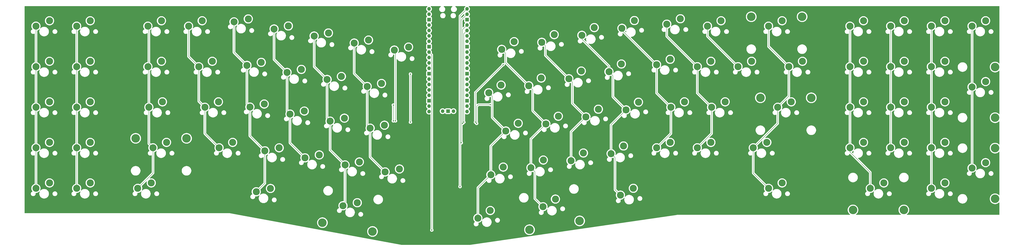
<source format=gbr>
%TF.GenerationSoftware,KiCad,Pcbnew,8.0.1*%
%TF.CreationDate,2024-04-27T19:13:13+09:00*%
%TF.ProjectId,sand-at,73616e64-2d61-4742-9e6b-696361645f70,rev?*%
%TF.SameCoordinates,Original*%
%TF.FileFunction,Copper,L1,Top*%
%TF.FilePolarity,Positive*%
%FSLAX46Y46*%
G04 Gerber Fmt 4.6, Leading zero omitted, Abs format (unit mm)*
G04 Created by KiCad (PCBNEW 8.0.1) date 2024-04-27 19:13:13*
%MOMM*%
%LPD*%
G01*
G04 APERTURE LIST*
%TA.AperFunction,ComponentPad*%
%ADD10C,3.300000*%
%TD*%
%TA.AperFunction,ComponentPad*%
%ADD11C,4.000000*%
%TD*%
%TA.AperFunction,ComponentPad*%
%ADD12O,1.700000X1.700000*%
%TD*%
%TA.AperFunction,ComponentPad*%
%ADD13R,1.700000X1.700000*%
%TD*%
%TA.AperFunction,ViaPad*%
%ADD14C,0.600000*%
%TD*%
%TA.AperFunction,Conductor*%
%ADD15C,0.200000*%
%TD*%
G04 APERTURE END LIST*
D10*
%TO.P,SW52,1,1*%
%TO.N,COL11*%
X340923582Y-88418643D03*
%TO.P,SW52,2,2*%
%TO.N,Net-(D52-A)*%
X346736045Y-84814565D03*
%TD*%
%TO.P,SW60,1,1*%
%TO.N,COL1*%
X83765000Y-106253050D03*
%TO.P,SW60,2,2*%
%TO.N,Net-(D60-A)*%
X90115000Y-103713050D03*
%TD*%
%TO.P,SW27,1,1*%
%TO.N,COL6*%
X200998709Y-74123853D03*
%TO.P,SW27,2,2*%
%TO.N,Net-(D27-A)*%
X207693304Y-72725107D03*
%TD*%
%TO.P,SW7,1,1*%
%TO.N,COL6*%
X194926413Y-53709266D03*
%TO.P,SW7,2,2*%
%TO.N,Net-(D7-A)*%
X201621008Y-52310520D03*
%TD*%
D11*
%TO.P,S84,*%
%TO.N,*%
X319176636Y-140612909D03*
X295725901Y-144747906D03*
%TD*%
D10*
%TO.P,SW51,1,1*%
%TO.N,COL10*%
X322162994Y-91726641D03*
%TO.P,SW51,2,2*%
%TO.N,Net-(D51-A)*%
X327975457Y-88122563D03*
%TD*%
%TO.P,SW67,1,1*%
%TO.N,COL8*%
X277631493Y-118922623D03*
%TO.P,SW67,2,2*%
%TO.N,Net-(D67-A)*%
X283443956Y-115318545D03*
%TD*%
%TO.P,SW88,1,1*%
%TO.N,COL18*%
X483815000Y-125303050D03*
%TO.P,SW88,2,2*%
%TO.N,Net-(D88-A)*%
X490165000Y-122763050D03*
%TD*%
%TO.P,SW14,1,1*%
%TO.N,COL13*%
X359990000Y-48150550D03*
%TO.P,SW14,2,2*%
%TO.N,Net-(D14-A)*%
X366340000Y-45610550D03*
%TD*%
%TO.P,SW85,1,1*%
%TO.N,COL11*%
X338289708Y-128472672D03*
%TO.P,SW85,2,2*%
%TO.N,Net-(D85-A)*%
X344339420Y-125282830D03*
%TD*%
%TO.P,SW12,1,1*%
%TO.N,COL11*%
X320237146Y-53378466D03*
%TO.P,SW12,2,2*%
%TO.N,Net-(D12-A)*%
X326049609Y-49774388D03*
%TD*%
%TO.P,SW59,1,1*%
%TO.N,COL0*%
X64715000Y-106253050D03*
%TO.P,SW59,2,2*%
%TO.N,Net-(D59-A)*%
X71065000Y-103713050D03*
%TD*%
%TO.P,SW44,1,1*%
%TO.N,COL3*%
X143772500Y-87203050D03*
%TO.P,SW44,2,2*%
%TO.N,Net-(D44-A)*%
X150122500Y-84663050D03*
%TD*%
%TO.P,SW87,1,1*%
%TO.N,COL16*%
X455240000Y-125303050D03*
%TO.P,SW87,2,2*%
%TO.N,Net-(D87-A)*%
X461590000Y-122763050D03*
%TD*%
%TO.P,SW49,1,1*%
%TO.N,COL8*%
X284641819Y-98342637D03*
%TO.P,SW49,2,2*%
%TO.N,Net-(D49-A)*%
X290454282Y-94738559D03*
%TD*%
%TO.P,SW20,1,1*%
%TO.N,COL19*%
X502865000Y-49103050D03*
%TO.P,SW20,2,2*%
%TO.N,Net-(D20-A)*%
X509215000Y-46563050D03*
%TD*%
%TO.P,SW2,1,1*%
%TO.N,COL1*%
X83765000Y-49103050D03*
%TO.P,SW2,2,2*%
%TO.N,Net-(D2-A)*%
X90115000Y-46563050D03*
%TD*%
%TO.P,SW30,1,1*%
%TO.N,COL9*%
X295404262Y-77101051D03*
%TO.P,SW30,2,2*%
%TO.N,Net-(D30-A)*%
X301216725Y-73496973D03*
%TD*%
%TO.P,SW73,1,1*%
%TO.N,COL15*%
X400471250Y-106253050D03*
%TO.P,SW73,2,2*%
%TO.N,Net-(D73-A)*%
X406821250Y-103713050D03*
%TD*%
%TO.P,SW10,1,1*%
%TO.N,COL9*%
X282715970Y-59994462D03*
%TO.P,SW10,2,2*%
%TO.N,Net-(D10-A)*%
X288528433Y-56390384D03*
%TD*%
%TO.P,SW25,1,1*%
%TO.N,COL4*%
X163477534Y-67507857D03*
%TO.P,SW25,2,2*%
%TO.N,Net-(D25-A)*%
X170172129Y-66109111D03*
%TD*%
%TO.P,SW31,1,1*%
%TO.N,COL10*%
X314164850Y-73793053D03*
%TO.P,SW31,2,2*%
%TO.N,Net-(D31-A)*%
X319977313Y-70188975D03*
%TD*%
%TO.P,SW82,1,1*%
%TO.N,COL6*%
X208428259Y-133465514D03*
%TO.P,SW82,2,2*%
%TO.N,Net-(D82-A)*%
X215122854Y-132066768D03*
%TD*%
%TO.P,SW39,1,1*%
%TO.N,COL18*%
X483815000Y-68153050D03*
%TO.P,SW39,2,2*%
%TO.N,Net-(D39-A)*%
X490165000Y-65613050D03*
%TD*%
%TO.P,SW40,1,1*%
%TO.N,COL19*%
X502865000Y-77678050D03*
%TO.P,SW40,2,2*%
%TO.N,Net-(D40-A)*%
X509215000Y-75138050D03*
%TD*%
%TO.P,SW3,1,1*%
%TO.N,COL2*%
X117102500Y-49103050D03*
%TO.P,SW3,2,2*%
%TO.N,Net-(D3-A)*%
X123452500Y-46563050D03*
%TD*%
%TO.P,SW74,1,1*%
%TO.N,COL16*%
X445715000Y-106253050D03*
%TO.P,SW74,2,2*%
%TO.N,Net-(D74-A)*%
X452065000Y-103713050D03*
%TD*%
%TO.P,SW63,1,1*%
%TO.N,COL4*%
X171870008Y-107675431D03*
%TO.P,SW63,2,2*%
%TO.N,Net-(D63-A)*%
X178564603Y-106276685D03*
%TD*%
D11*
%TO.P,S61,*%
%TO.N,*%
X111387500Y-101808050D03*
X135200000Y-101808050D03*
%TD*%
D10*
%TO.P,SW65,1,1*%
%TO.N,COL6*%
X209391184Y-114291426D03*
%TO.P,SW65,2,2*%
%TO.N,Net-(D65-A)*%
X216085779Y-112892680D03*
%TD*%
%TO.P,SW84,1,1*%
%TO.N,COL9*%
X302045152Y-133961713D03*
%TO.P,SW84,2,2*%
%TO.N,Net-(D84-A)*%
X307857615Y-130357635D03*
%TD*%
%TO.P,SW1,1,1*%
%TO.N,COL0*%
X64715000Y-49103050D03*
%TO.P,SW1,2,2*%
%TO.N,Net-(D1-A)*%
X71065000Y-46563050D03*
%TD*%
%TO.P,SW81,1,1*%
%TO.N,COL4*%
X167835205Y-126921339D03*
%TO.P,SW81,2,2*%
%TO.N,Net-(D81-A)*%
X174490892Y-125347828D03*
%TD*%
%TO.P,SW50,1,1*%
%TO.N,COL9*%
X303402407Y-95034639D03*
%TO.P,SW50,2,2*%
%TO.N,Net-(D50-A)*%
X309214870Y-91430561D03*
%TD*%
%TO.P,SW24,1,1*%
%TO.N,COL3*%
X140915000Y-68153050D03*
%TO.P,SW24,2,2*%
%TO.N,Net-(D24-A)*%
X147265000Y-65613050D03*
%TD*%
%TO.P,SW48,1,1*%
%TO.N,COL7*%
X221141446Y-97019438D03*
%TO.P,SW48,2,2*%
%TO.N,Net-(D48-A)*%
X227836041Y-95620692D03*
%TD*%
%TO.P,SW56,1,1*%
%TO.N,COL16*%
X445715000Y-87203050D03*
%TO.P,SW56,2,2*%
%TO.N,Net-(D56-A)*%
X452065000Y-84663050D03*
%TD*%
%TO.P,SW5,1,1*%
%TO.N,COL4*%
X157405238Y-47093271D03*
%TO.P,SW5,2,2*%
%TO.N,Net-(D5-A)*%
X164099833Y-45694525D03*
%TD*%
%TO.P,SW26,1,1*%
%TO.N,COL5*%
X182238122Y-70815855D03*
%TO.P,SW26,2,2*%
%TO.N,Net-(D26-A)*%
X188932717Y-69417109D03*
%TD*%
%TO.P,SW61,1,1*%
%TO.N,COL2*%
X119483750Y-106253050D03*
%TO.P,SW61,2,2*%
%TO.N,Net-(D61-A)*%
X125833750Y-103713050D03*
%TD*%
%TO.P,SW8,1,1*%
%TO.N,COL7*%
X213687001Y-57017264D03*
%TO.P,SW8,2,2*%
%TO.N,Net-(D8-A)*%
X220381596Y-55618518D03*
%TD*%
%TO.P,SW23,1,1*%
%TO.N,COL2*%
X117102500Y-68153050D03*
%TO.P,SW23,2,2*%
%TO.N,Net-(D23-A)*%
X123452500Y-65613050D03*
%TD*%
%TO.P,SW86,1,1*%
%TO.N,COL15*%
X407615000Y-125303050D03*
%TO.P,SW86,2,2*%
%TO.N,Net-(D86-A)*%
X413965000Y-122763050D03*
%TD*%
%TO.P,SW33,1,1*%
%TO.N,COL12*%
X355227500Y-67200550D03*
%TO.P,SW33,2,2*%
%TO.N,Net-(D33-A)*%
X361577500Y-64660550D03*
%TD*%
%TO.P,SW13,1,1*%
%TO.N,COL12*%
X338997733Y-50070468D03*
%TO.P,SW13,2,2*%
%TO.N,Net-(D13-A)*%
X344810196Y-46466390D03*
%TD*%
%TO.P,SW55,1,1*%
%TO.N,COL15*%
X411901250Y-87203050D03*
%TO.P,SW55,2,2*%
%TO.N,Net-(D55-A)*%
X418251250Y-84663050D03*
%TD*%
%TO.P,SW71,1,1*%
%TO.N,COL12*%
X355227500Y-106253050D03*
%TO.P,SW71,2,2*%
%TO.N,Net-(D71-A)*%
X361577500Y-103713050D03*
%TD*%
D11*
%TO.P,S40,*%
%TO.N,*%
X513660000Y-68311800D03*
X513660000Y-92124300D03*
%TD*%
D10*
%TO.P,SW36,1,1*%
%TO.N,COL15*%
X417140000Y-68153050D03*
%TO.P,SW36,2,2*%
%TO.N,Net-(D36-A)*%
X423490000Y-65613050D03*
%TD*%
%TO.P,SW34,1,1*%
%TO.N,COL13*%
X374277500Y-68153050D03*
%TO.P,SW34,2,2*%
%TO.N,Net-(D34-A)*%
X380627500Y-65613050D03*
%TD*%
%TO.P,SW42,1,1*%
%TO.N,COL1*%
X83765000Y-87203050D03*
%TO.P,SW42,2,2*%
%TO.N,Net-(D42-A)*%
X90115000Y-84663050D03*
%TD*%
D11*
%TO.P,S55,*%
%TO.N,*%
X403805000Y-82758050D03*
X427617500Y-82758050D03*
%TD*%
D10*
%TO.P,SW46,1,1*%
%TO.N,COL5*%
X183620271Y-90403442D03*
%TO.P,SW46,2,2*%
%TO.N,Net-(D46-A)*%
X190314866Y-89004696D03*
%TD*%
%TO.P,SW21,1,1*%
%TO.N,COL0*%
X64715000Y-68153050D03*
%TO.P,SW21,2,2*%
%TO.N,Net-(D21-A)*%
X71065000Y-65613050D03*
%TD*%
%TO.P,SW35,1,1*%
%TO.N,COL14*%
X393327500Y-68153050D03*
%TO.P,SW35,2,2*%
%TO.N,Net-(D35-A)*%
X399677500Y-65613050D03*
%TD*%
%TO.P,SW45,1,1*%
%TO.N,COL4*%
X164859683Y-87095444D03*
%TO.P,SW45,2,2*%
%TO.N,Net-(D45-A)*%
X171554278Y-85696698D03*
%TD*%
%TO.P,SW64,1,1*%
%TO.N,COL5*%
X190630596Y-110983429D03*
%TO.P,SW64,2,2*%
%TO.N,Net-(D64-A)*%
X197325191Y-109584683D03*
%TD*%
%TO.P,SW70,1,1*%
%TO.N,COL11*%
X333913257Y-108998630D03*
%TO.P,SW70,2,2*%
%TO.N,Net-(D70-A)*%
X339725720Y-105394552D03*
%TD*%
%TO.P,SW9,1,1*%
%TO.N,COL8*%
X232447589Y-60325262D03*
%TO.P,SW9,2,2*%
%TO.N,Net-(D9-A)*%
X239142184Y-58926516D03*
%TD*%
%TO.P,SW41,1,1*%
%TO.N,COL0*%
X64715000Y-87203050D03*
%TO.P,SW41,2,2*%
%TO.N,Net-(D41-A)*%
X71065000Y-84663050D03*
%TD*%
%TO.P,SW11,1,1*%
%TO.N,COL10*%
X301476558Y-56686464D03*
%TO.P,SW11,2,2*%
%TO.N,Net-(D11-A)*%
X307289021Y-53082386D03*
%TD*%
%TO.P,SW37,1,1*%
%TO.N,COL16*%
X445715000Y-68153050D03*
%TO.P,SW37,2,2*%
%TO.N,Net-(D37-A)*%
X452065000Y-65613050D03*
%TD*%
%TO.P,SW78,1,1*%
%TO.N,COL0*%
X64715000Y-125303050D03*
%TO.P,SW78,2,2*%
%TO.N,Net-(D78-A)*%
X71065000Y-122763050D03*
%TD*%
%TO.P,SW54,1,1*%
%TO.N,COL13*%
X380945000Y-87203050D03*
%TO.P,SW54,2,2*%
%TO.N,Net-(D54-A)*%
X387295000Y-84663050D03*
%TD*%
%TO.P,SW53,1,1*%
%TO.N,COL12*%
X361895000Y-87203050D03*
%TO.P,SW53,2,2*%
%TO.N,Net-(D53-A)*%
X368245000Y-84663050D03*
%TD*%
%TO.P,SW75,1,1*%
%TO.N,COL17*%
X464765000Y-106253050D03*
%TO.P,SW75,2,2*%
%TO.N,Net-(D75-A)*%
X471115000Y-103713050D03*
%TD*%
%TO.P,SW47,1,1*%
%TO.N,COL6*%
X202380858Y-93711440D03*
%TO.P,SW47,2,2*%
%TO.N,Net-(D47-A)*%
X209075453Y-92312694D03*
%TD*%
%TO.P,SW17,1,1*%
%TO.N,COL16*%
X445715000Y-49103050D03*
%TO.P,SW17,2,2*%
%TO.N,Net-(D17-A)*%
X452065000Y-46563050D03*
%TD*%
D11*
%TO.P,S16,*%
%TO.N,*%
X399518750Y-44658050D03*
X423331250Y-44658050D03*
%TD*%
D10*
%TO.P,SW69,1,1*%
%TO.N,COL10*%
X315152669Y-112306628D03*
%TO.P,SW69,2,2*%
%TO.N,Net-(D69-A)*%
X320965132Y-108702550D03*
%TD*%
D11*
%TO.P,S87,*%
%TO.N,*%
X470956250Y-135460000D03*
X447143750Y-135460000D03*
%TD*%
D10*
%TO.P,SW77,1,1*%
%TO.N,COL19*%
X502865000Y-115778050D03*
%TO.P,SW77,2,2*%
%TO.N,Net-(D77-A)*%
X509215000Y-113238050D03*
%TD*%
D11*
%TO.P,S82,*%
%TO.N,*%
X222251745Y-145574906D03*
X198801010Y-141439909D03*
%TD*%
D10*
%TO.P,SW28,1,1*%
%TO.N,COL7*%
X219759297Y-77431850D03*
%TO.P,SW28,2,2*%
%TO.N,Net-(D28-A)*%
X226453892Y-76033104D03*
%TD*%
%TO.P,SW19,1,1*%
%TO.N,COL18*%
X483815000Y-49103050D03*
%TO.P,SW19,2,2*%
%TO.N,Net-(D19-A)*%
X490165000Y-46563050D03*
%TD*%
%TO.P,SW66,1,1*%
%TO.N,COL7*%
X228151772Y-117599424D03*
%TO.P,SW66,2,2*%
%TO.N,Net-(D66-A)*%
X234846367Y-116200678D03*
%TD*%
%TO.P,SW79,1,1*%
%TO.N,COL1*%
X83765000Y-125303050D03*
%TO.P,SW79,2,2*%
%TO.N,Net-(D79-A)*%
X90115000Y-122763050D03*
%TD*%
%TO.P,SW18,1,1*%
%TO.N,COL17*%
X464765000Y-49103050D03*
%TO.P,SW18,2,2*%
%TO.N,Net-(D18-A)*%
X471115000Y-46563050D03*
%TD*%
%TO.P,SW57,1,1*%
%TO.N,COL17*%
X464765000Y-87203050D03*
%TO.P,SW57,2,2*%
%TO.N,Net-(D57-A)*%
X471115000Y-84663050D03*
%TD*%
%TO.P,SW83,1,1*%
%TO.N,COL8*%
X271559197Y-139337210D03*
%TO.P,SW83,2,2*%
%TO.N,Net-(D83-A)*%
X277371660Y-135733132D03*
%TD*%
%TO.P,SW6,1,1*%
%TO.N,COL5*%
X176165825Y-50401268D03*
%TO.P,SW6,2,2*%
%TO.N,Net-(D6-A)*%
X182860420Y-49002522D03*
%TD*%
%TO.P,SW43,1,1*%
%TO.N,COL2*%
X117578750Y-87203050D03*
%TO.P,SW43,2,2*%
%TO.N,Net-(D43-A)*%
X123928750Y-84663050D03*
%TD*%
%TO.P,SW32,1,1*%
%TO.N,COL11*%
X332925437Y-70485055D03*
%TO.P,SW32,2,2*%
%TO.N,Net-(D32-A)*%
X338737900Y-66880977D03*
%TD*%
%TO.P,SW15,1,1*%
%TO.N,COL14*%
X379040000Y-49103050D03*
%TO.P,SW15,2,2*%
%TO.N,Net-(D15-A)*%
X385390000Y-46563050D03*
%TD*%
%TO.P,SW68,1,1*%
%TO.N,COL9*%
X296392081Y-115614625D03*
%TO.P,SW68,2,2*%
%TO.N,Net-(D68-A)*%
X302204544Y-112010547D03*
%TD*%
D11*
%TO.P,S77,*%
%TO.N,*%
X513660000Y-106411800D03*
X513660000Y-130224300D03*
%TD*%
D10*
%TO.P,SW76,1,1*%
%TO.N,COL18*%
X483815000Y-106253050D03*
%TO.P,SW76,2,2*%
%TO.N,Net-(D76-A)*%
X490165000Y-103713050D03*
%TD*%
%TO.P,SW58,1,1*%
%TO.N,COL18*%
X483815000Y-87203050D03*
%TO.P,SW58,2,2*%
%TO.N,Net-(D58-A)*%
X490165000Y-84663050D03*
%TD*%
%TO.P,SW29,1,1*%
%TO.N,COL8*%
X276643674Y-80409048D03*
%TO.P,SW29,2,2*%
%TO.N,Net-(D29-A)*%
X282456137Y-76804970D03*
%TD*%
%TO.P,SW16,1,1*%
%TO.N,COL15*%
X407615000Y-49103050D03*
%TO.P,SW16,2,2*%
%TO.N,Net-(D16-A)*%
X413965000Y-46563050D03*
%TD*%
%TO.P,SW72,1,1*%
%TO.N,COL13*%
X374277500Y-106253050D03*
%TO.P,SW72,2,2*%
%TO.N,Net-(D72-A)*%
X380627500Y-103713050D03*
%TD*%
%TO.P,SW80,1,1*%
%TO.N,COL2*%
X112340000Y-125303050D03*
%TO.P,SW80,2,2*%
%TO.N,Net-(D80-A)*%
X118690000Y-122763050D03*
%TD*%
%TO.P,SW38,1,1*%
%TO.N,COL17*%
X464765000Y-68153050D03*
%TO.P,SW38,2,2*%
%TO.N,Net-(D38-A)*%
X471115000Y-65613050D03*
%TD*%
%TO.P,SW4,1,1*%
%TO.N,COL3*%
X136152500Y-49103050D03*
%TO.P,SW4,2,2*%
%TO.N,Net-(D4-A)*%
X142502500Y-46563050D03*
%TD*%
%TO.P,SW62,1,1*%
%TO.N,COL3*%
X150440000Y-106253050D03*
%TO.P,SW62,2,2*%
%TO.N,Net-(D62-A)*%
X156790000Y-103713050D03*
%TD*%
%TO.P,SW22,1,1*%
%TO.N,COL1*%
X83765000Y-68153050D03*
%TO.P,SW22,2,2*%
%TO.N,Net-(D22-A)*%
X90115000Y-65613050D03*
%TD*%
D12*
%TO.P,U1,1,GPIO0*%
%TO.N,ROW3*%
X266500000Y-40990550D03*
%TO.P,U1,2,GPIO1*%
%TO.N,ROW2*%
X266500000Y-43530550D03*
D13*
%TO.P,U1,3,GND*%
%TO.N,unconnected-(U1-GND-Pad3)*%
X266500000Y-46070550D03*
D12*
%TO.P,U1,4,GPIO2*%
%TO.N,ROW1*%
X266500000Y-48610550D03*
%TO.P,U1,5,GPIO3*%
%TO.N,ROW0*%
X266500000Y-51150550D03*
%TO.P,U1,6,GPIO4*%
%TO.N,COL19*%
X266500000Y-53690550D03*
%TO.P,U1,7,GPIO5*%
%TO.N,COL18*%
X266500000Y-56230550D03*
D13*
%TO.P,U1,8,GND*%
%TO.N,unconnected-(U1-GND-Pad8)*%
X266500000Y-58770550D03*
D12*
%TO.P,U1,9,GPIO6*%
%TO.N,COL17*%
X266500000Y-61310550D03*
%TO.P,U1,10,GPIO7*%
%TO.N,COL16*%
X266500000Y-63850550D03*
%TO.P,U1,11,GPIO8*%
%TO.N,COL15*%
X266500000Y-66390550D03*
%TO.P,U1,12,GPIO9*%
%TO.N,COL14*%
X266500000Y-68930550D03*
D13*
%TO.P,U1,13,GND*%
%TO.N,unconnected-(U1-GND-Pad13)*%
X266500000Y-71470550D03*
D12*
%TO.P,U1,14,GPIO10*%
%TO.N,COL13*%
X266500000Y-74010550D03*
%TO.P,U1,15,GPIO11*%
%TO.N,COL12*%
X266500000Y-76550550D03*
%TO.P,U1,16,GPIO12*%
%TO.N,COL11*%
X266500000Y-79090550D03*
%TO.P,U1,17,GPIO13*%
%TO.N,COL10*%
X266500000Y-81630550D03*
D13*
%TO.P,U1,18,GND*%
%TO.N,unconnected-(U1-GND-Pad18)*%
X266500000Y-84170550D03*
D12*
%TO.P,U1,19,GPIO14*%
%TO.N,COL9*%
X266500000Y-86710550D03*
%TO.P,U1,20,GPIO15*%
%TO.N,COL8*%
X266500000Y-89250550D03*
%TO.P,U1,21,GPIO16*%
%TO.N,COL7*%
X248720000Y-89250550D03*
%TO.P,U1,22,GPIO17*%
%TO.N,COL6*%
X248720000Y-86710550D03*
D13*
%TO.P,U1,23,GND*%
%TO.N,unconnected-(U1-GND-Pad23)*%
X248720000Y-84170550D03*
D12*
%TO.P,U1,24,GPIO18*%
%TO.N,COL5*%
X248720000Y-81630550D03*
%TO.P,U1,25,GPIO19*%
%TO.N,COL4*%
X248720000Y-79090550D03*
%TO.P,U1,26,GPIO20*%
%TO.N,COL3*%
X248720000Y-76550550D03*
%TO.P,U1,27,GPIO21*%
%TO.N,COL2*%
X248720000Y-74010550D03*
D13*
%TO.P,U1,28,GND*%
%TO.N,unconnected-(U1-GND-Pad28)*%
X248720000Y-71470550D03*
D12*
%TO.P,U1,29,GPIO22*%
%TO.N,COL1*%
X248720000Y-68930550D03*
%TO.P,U1,30,RUN*%
%TO.N,unconnected-(U1-RUN-Pad30)*%
X248720000Y-66390550D03*
%TO.P,U1,31,GPIO26_ADC0*%
%TO.N,COL0*%
X248720000Y-63850550D03*
%TO.P,U1,32,GPIO27_ADC1*%
%TO.N,ROW4*%
X248720000Y-61310550D03*
D13*
%TO.P,U1,33,AGND*%
%TO.N,unconnected-(U1-AGND-Pad33)*%
X248720000Y-58770550D03*
D12*
%TO.P,U1,34,GPIO28_ADC2*%
%TO.N,unconnected-(U1-GPIO28_ADC2-Pad34)*%
X248720000Y-56230550D03*
%TO.P,U1,35,ADC_VREF*%
%TO.N,unconnected-(U1-ADC_VREF-Pad35)*%
X248720000Y-53690550D03*
%TO.P,U1,36,3V3*%
%TO.N,unconnected-(U1-3V3-Pad36)*%
X248720000Y-51150550D03*
%TO.P,U1,37,3V3_EN*%
%TO.N,unconnected-(U1-3V3_EN-Pad37)*%
X248720000Y-48610550D03*
D13*
%TO.P,U1,38,GND*%
%TO.N,unconnected-(U1-GND-Pad38)*%
X248720000Y-46070550D03*
D12*
%TO.P,U1,39,VSYS*%
%TO.N,unconnected-(U1-VSYS-Pad39)*%
X248720000Y-43530550D03*
%TO.P,U1,40,VBUS*%
%TO.N,unconnected-(U1-VBUS-Pad40)*%
X248720000Y-40990550D03*
%TO.P,U1,41,SWCLK*%
%TO.N,unconnected-(U1-SWCLK-Pad41)*%
X260150000Y-89020550D03*
D13*
%TO.P,U1,42,GND*%
%TO.N,unconnected-(U1-GND-Pad42)*%
X257610000Y-89020550D03*
D12*
%TO.P,U1,43,SWDIO*%
%TO.N,unconnected-(U1-SWDIO-Pad43)*%
X255070000Y-89020550D03*
%TD*%
D14*
%TO.N,ROW0*%
X270400000Y-94200000D03*
X240000000Y-71600000D03*
X265000000Y-94200000D03*
X240000000Y-94200000D03*
X283400000Y-67200000D03*
%TO.N,ROW1*%
X232000000Y-93600000D03*
X232000000Y-86200000D03*
X277400000Y-86000000D03*
X271000000Y-94800000D03*
X264400000Y-94800000D03*
%TO.N,ROW2*%
X263800000Y-103909216D03*
%TO.N,ROW3*%
X263200000Y-124489202D03*
%TO.N,ROW4*%
X250000000Y-144903789D03*
%TO.N,COL8*%
X233000000Y-93600000D03*
%TD*%
D15*
%TO.N,ROW0*%
X270400000Y-94200000D02*
X270400000Y-80200000D01*
X270400000Y-80200000D02*
X283400000Y-67200000D01*
X265000000Y-52650550D02*
X266500000Y-51150550D01*
X265000000Y-94200000D02*
X265000000Y-52650550D01*
X240000000Y-71600000D02*
X240000000Y-94200000D01*
%TO.N,ROW1*%
X271000000Y-86800000D02*
X271000000Y-94800000D01*
X266500000Y-48610550D02*
X264400000Y-50710550D01*
X277400000Y-86000000D02*
X271800000Y-86000000D01*
X264400000Y-50710550D02*
X264400000Y-94800000D01*
X232000000Y-93600000D02*
X232000000Y-86200000D01*
X271800000Y-86000000D02*
X271000000Y-86800000D01*
%TO.N,ROW2*%
X266500000Y-43530550D02*
X263800000Y-46230550D01*
X263800000Y-46230550D02*
X263800000Y-103909216D01*
%TO.N,ROW3*%
X266500000Y-40990550D02*
X263200000Y-44290550D01*
X263200000Y-44290550D02*
X263200000Y-124489202D01*
%TO.N,ROW4*%
X250000000Y-62590550D02*
X250000000Y-144903789D01*
X248720000Y-61310550D02*
X250000000Y-62590550D01*
%TO.N,COL0*%
X64715000Y-49103050D02*
X64715000Y-125303050D01*
%TO.N,COL1*%
X83765000Y-125303050D02*
X83765000Y-49103050D01*
%TO.N,COL2*%
X117533750Y-104303050D02*
X119483750Y-106253050D01*
X117533750Y-49534300D02*
X117533750Y-104303050D01*
X119483750Y-106253050D02*
X119483750Y-118159300D01*
X119483750Y-118159300D02*
X112340000Y-125303050D01*
%TO.N,COL3*%
X136152500Y-63390550D02*
X136152500Y-49103050D01*
X143772500Y-99585550D02*
X143772500Y-87203050D01*
X140915000Y-84345550D02*
X140915000Y-68153050D01*
X150440000Y-106253050D02*
X143772500Y-99585550D01*
X140915000Y-68153050D02*
X136152500Y-63390550D01*
X143772500Y-87203050D02*
X140915000Y-84345550D01*
%TO.N,COL4*%
X164859683Y-100665106D02*
X171870008Y-107675431D01*
X164859683Y-87095444D02*
X164859683Y-100665106D01*
X167835205Y-126921339D02*
X171870008Y-122886536D01*
X163477534Y-67507857D02*
X163477534Y-85713295D01*
X171870008Y-122886536D02*
X171870008Y-107675431D01*
X157405238Y-61435561D02*
X163477534Y-67507857D01*
X157405238Y-47093271D02*
X157405238Y-61435561D01*
X163477534Y-85713295D02*
X164859683Y-87095444D01*
%TO.N,COL5*%
X190630596Y-110983429D02*
X183620271Y-103973104D01*
X176165825Y-64743558D02*
X176165825Y-50401268D01*
X183620271Y-90403442D02*
X182238122Y-89021293D01*
X182238122Y-70815855D02*
X176165825Y-64743558D01*
X183620271Y-103973104D02*
X183620271Y-90403442D01*
X182238122Y-89021293D02*
X182238122Y-70815855D01*
%TO.N,COL6*%
X202380858Y-107281100D02*
X202380858Y-93711440D01*
X200998709Y-92329291D02*
X200998709Y-74123853D01*
X209391184Y-132502589D02*
X209391184Y-114291426D01*
X194926413Y-68051557D02*
X194926413Y-53709266D01*
X200998709Y-74123853D02*
X194926413Y-68051557D01*
X209391184Y-114291426D02*
X202380858Y-107281100D01*
X202380858Y-93711440D02*
X200998709Y-92329291D01*
%TO.N,COL7*%
X213687001Y-57017264D02*
X213687001Y-71359554D01*
X221141446Y-97019438D02*
X221141446Y-110589098D01*
X221141446Y-97019438D02*
X219759297Y-95637289D01*
X221141446Y-110589098D02*
X228151772Y-117599424D01*
X213687001Y-71359554D02*
X219759297Y-77431850D01*
X219759297Y-95637289D02*
X219759297Y-77431850D01*
%TO.N,COL8*%
X278293674Y-82059048D02*
X278293674Y-91994492D01*
X276643674Y-80409048D02*
X278293674Y-82059048D01*
X278293674Y-91994492D02*
X284641819Y-98342637D01*
X277631493Y-105352963D02*
X277631493Y-118922623D01*
X233000000Y-60877673D02*
X233000000Y-93600000D01*
X271559197Y-124994919D02*
X271559197Y-139337210D01*
X284641819Y-98342637D02*
X277631493Y-105352963D01*
X277631493Y-118922623D02*
X271559197Y-124994919D01*
%TO.N,COL9*%
X296392081Y-115614625D02*
X296392081Y-102044965D01*
X284565254Y-66262043D02*
X284565254Y-61843746D01*
X284565254Y-61843746D02*
X282715970Y-59994462D01*
X297253546Y-78950335D02*
X295404262Y-77101051D01*
X298241365Y-117463909D02*
X296392081Y-115614625D01*
X295404262Y-77101051D02*
X284565254Y-66262043D01*
X302045152Y-133961713D02*
X298241365Y-130157926D01*
X303402407Y-95034639D02*
X297253546Y-88885778D01*
X296392081Y-102044965D02*
X303402407Y-95034639D01*
X297253546Y-88885778D02*
X297253546Y-78950335D01*
X298241365Y-130157926D02*
X298241365Y-117463909D01*
%TO.N,COL10*%
X315814850Y-75443053D02*
X315814850Y-85378497D01*
X315152669Y-98736966D02*
X315152669Y-112306628D01*
X314164850Y-73793053D02*
X315814850Y-75443053D01*
X322162994Y-91726641D02*
X315152669Y-98736966D01*
X301476558Y-56686464D02*
X303126558Y-58336464D01*
X315814850Y-85378497D02*
X322162994Y-91726641D01*
X303126558Y-58336464D02*
X303126558Y-62754761D01*
X303126558Y-62754761D02*
X314164850Y-73793053D01*
%TO.N,COL11*%
X332925437Y-67865929D02*
X320237146Y-55177638D01*
X340923582Y-88418643D02*
X334774721Y-82269782D01*
X334774721Y-82269782D02*
X334774721Y-72334339D01*
X335762541Y-125945505D02*
X335762541Y-110847914D01*
X332925437Y-70485055D02*
X332925437Y-67865929D01*
X334774721Y-72334339D02*
X332925437Y-70485055D01*
X333913257Y-95428968D02*
X340923582Y-88418643D01*
X320237146Y-55177638D02*
X320237146Y-53378466D01*
X338289708Y-128472672D02*
X335762541Y-125945505D01*
X335762541Y-110847914D02*
X333913257Y-108998630D01*
X333913257Y-108998630D02*
X333913257Y-95428968D01*
%TO.N,COL12*%
X338997733Y-51031871D02*
X355166412Y-67200550D01*
X355227500Y-80535550D02*
X361895000Y-87203050D01*
X355227500Y-67200550D02*
X355227500Y-80535550D01*
X361895000Y-87203050D02*
X361895000Y-99585550D01*
X361895000Y-99585550D02*
X355227500Y-106253050D01*
%TO.N,COL13*%
X374277500Y-80535550D02*
X374277500Y-68153050D01*
X380945000Y-87203050D02*
X374277500Y-80535550D01*
X374277500Y-68153050D02*
X359990000Y-53865550D01*
X380945000Y-99585550D02*
X380945000Y-87203050D01*
X374277500Y-106253050D02*
X380945000Y-99585550D01*
X359990000Y-53865550D02*
X359990000Y-48150550D01*
%TO.N,COL14*%
X379040000Y-49103050D02*
X379040000Y-53865550D01*
X379040000Y-53865550D02*
X393327500Y-68153050D01*
%TO.N,COL15*%
X407615000Y-49103050D02*
X407615000Y-58628050D01*
X400471250Y-106253050D02*
X400471250Y-118159300D01*
X417140000Y-68153050D02*
X417140000Y-81964300D01*
X411901250Y-87203050D02*
X411901250Y-94823050D01*
X411901250Y-94823050D02*
X400471250Y-106253050D01*
X400471250Y-118159300D02*
X407615000Y-125303050D01*
X417140000Y-81964300D02*
X411901250Y-87203050D01*
X407615000Y-58628050D02*
X417140000Y-68153050D01*
%TO.N,COL16*%
X445715000Y-106253050D02*
X445715000Y-87203050D01*
X445715000Y-87203050D02*
X445715000Y-68153050D01*
X455240000Y-125303050D02*
X455240000Y-117822825D01*
X455240000Y-117822825D02*
X445715000Y-108297825D01*
X445715000Y-68153050D02*
X445715000Y-49103050D01*
X445715000Y-108297825D02*
X445715000Y-106253050D01*
%TO.N,COL17*%
X464765000Y-49103050D02*
X464765000Y-106253050D01*
%TO.N,COL18*%
X483815000Y-125303050D02*
X483815000Y-49103050D01*
%TO.N,COL19*%
X502865000Y-49103050D02*
X502865000Y-115778050D01*
%TD*%
%TA.AperFunction,NonConductor*%
G36*
X265066583Y-43375715D02*
G01*
X265122516Y-43417587D01*
X265146933Y-43483051D01*
X265146777Y-43502704D01*
X265144341Y-43530547D01*
X265144341Y-43530550D01*
X265164936Y-43765953D01*
X265164938Y-43765963D01*
X265199327Y-43894306D01*
X265197664Y-43964156D01*
X265167233Y-44014080D01*
X264012181Y-45169133D01*
X263950858Y-45202618D01*
X263881166Y-45197634D01*
X263825233Y-45155762D01*
X263800816Y-45090298D01*
X263800500Y-45081452D01*
X263800500Y-44590646D01*
X263820185Y-44523607D01*
X263836814Y-44502970D01*
X264935568Y-43404215D01*
X264996891Y-43370731D01*
X265066583Y-43375715D01*
G37*
%TD.AperFunction*%
%TA.AperFunction,NonConductor*%
G36*
X265068833Y-45913464D02*
G01*
X265124767Y-45955335D01*
X265149184Y-46020800D01*
X265149500Y-46029646D01*
X265149500Y-46968420D01*
X265149501Y-46968426D01*
X265155908Y-47028033D01*
X265206202Y-47162878D01*
X265206206Y-47162885D01*
X265292452Y-47278094D01*
X265292455Y-47278097D01*
X265407664Y-47364343D01*
X265407671Y-47364347D01*
X265539081Y-47413360D01*
X265595015Y-47455231D01*
X265619432Y-47520695D01*
X265604580Y-47588968D01*
X265583430Y-47617223D01*
X265461503Y-47739150D01*
X265325965Y-47932719D01*
X265325964Y-47932721D01*
X265226098Y-48146885D01*
X265226094Y-48146894D01*
X265164938Y-48375136D01*
X265164936Y-48375146D01*
X265144341Y-48610549D01*
X265144341Y-48610550D01*
X265164936Y-48845953D01*
X265164938Y-48845963D01*
X265199327Y-48974306D01*
X265197664Y-49044156D01*
X265167233Y-49094080D01*
X264612181Y-49649133D01*
X264550858Y-49682618D01*
X264481167Y-49677634D01*
X264425233Y-49635763D01*
X264400816Y-49570298D01*
X264400500Y-49561452D01*
X264400500Y-46530647D01*
X264420185Y-46463608D01*
X264436819Y-46442966D01*
X264645278Y-46234507D01*
X264937821Y-45941963D01*
X264999142Y-45908480D01*
X265068833Y-45913464D01*
G37*
%TD.AperFunction*%
%TA.AperFunction,NonConductor*%
G36*
X247881618Y-39720185D02*
G01*
X247927373Y-39772989D01*
X247937317Y-39842147D01*
X247908292Y-39905703D01*
X247885702Y-39926075D01*
X247848596Y-39952056D01*
X247681505Y-40119147D01*
X247545965Y-40312719D01*
X247545964Y-40312721D01*
X247446098Y-40526885D01*
X247446094Y-40526894D01*
X247384938Y-40755136D01*
X247384936Y-40755146D01*
X247364341Y-40990549D01*
X247364341Y-40990550D01*
X247384936Y-41225953D01*
X247384938Y-41225963D01*
X247446094Y-41454205D01*
X247446096Y-41454209D01*
X247446097Y-41454213D01*
X247455361Y-41474079D01*
X247545965Y-41668380D01*
X247545967Y-41668384D01*
X247681501Y-41861945D01*
X247681506Y-41861952D01*
X247848597Y-42029043D01*
X247848603Y-42029048D01*
X248034158Y-42158975D01*
X248077783Y-42213552D01*
X248084977Y-42283050D01*
X248053454Y-42345405D01*
X248034158Y-42362125D01*
X247848597Y-42492055D01*
X247681505Y-42659147D01*
X247545965Y-42852719D01*
X247545964Y-42852721D01*
X247446098Y-43066885D01*
X247446094Y-43066894D01*
X247384938Y-43295136D01*
X247384936Y-43295146D01*
X247364341Y-43530549D01*
X247364341Y-43530550D01*
X247384936Y-43765953D01*
X247384938Y-43765963D01*
X247446094Y-43994205D01*
X247446096Y-43994209D01*
X247446097Y-43994213D01*
X247504373Y-44119186D01*
X247545965Y-44208380D01*
X247545967Y-44208384D01*
X247621244Y-44315890D01*
X247681501Y-44401946D01*
X247681506Y-44401952D01*
X247803430Y-44523876D01*
X247836915Y-44585199D01*
X247831931Y-44654891D01*
X247790059Y-44710824D01*
X247759083Y-44727739D01*
X247627669Y-44776753D01*
X247627664Y-44776756D01*
X247512455Y-44863002D01*
X247512452Y-44863005D01*
X247426206Y-44978214D01*
X247426202Y-44978221D01*
X247375908Y-45113067D01*
X247369881Y-45169133D01*
X247369501Y-45172673D01*
X247369500Y-45172685D01*
X247369500Y-46968420D01*
X247369501Y-46968426D01*
X247375908Y-47028033D01*
X247426202Y-47162878D01*
X247426206Y-47162885D01*
X247512452Y-47278094D01*
X247512455Y-47278097D01*
X247627664Y-47364343D01*
X247627671Y-47364347D01*
X247759081Y-47413360D01*
X247815015Y-47455231D01*
X247839432Y-47520695D01*
X247824580Y-47588968D01*
X247803430Y-47617223D01*
X247681503Y-47739150D01*
X247545965Y-47932719D01*
X247545964Y-47932721D01*
X247446098Y-48146885D01*
X247446094Y-48146894D01*
X247384938Y-48375136D01*
X247384936Y-48375146D01*
X247364341Y-48610549D01*
X247364341Y-48610550D01*
X247384936Y-48845953D01*
X247384938Y-48845963D01*
X247446094Y-49074205D01*
X247446096Y-49074209D01*
X247446097Y-49074213D01*
X247508268Y-49207539D01*
X247545965Y-49288380D01*
X247545967Y-49288384D01*
X247681501Y-49481945D01*
X247681506Y-49481952D01*
X247848597Y-49649043D01*
X247848603Y-49649048D01*
X248034158Y-49778975D01*
X248077783Y-49833552D01*
X248084977Y-49903050D01*
X248053454Y-49965405D01*
X248034158Y-49982125D01*
X247848597Y-50112055D01*
X247681505Y-50279147D01*
X247545965Y-50472719D01*
X247545964Y-50472721D01*
X247446098Y-50686885D01*
X247446094Y-50686894D01*
X247384938Y-50915136D01*
X247384936Y-50915146D01*
X247364341Y-51150549D01*
X247364341Y-51150550D01*
X247384936Y-51385953D01*
X247384938Y-51385963D01*
X247446094Y-51614205D01*
X247446096Y-51614209D01*
X247446097Y-51614213D01*
X247540215Y-51816050D01*
X247545965Y-51828380D01*
X247545967Y-51828384D01*
X247639814Y-51962410D01*
X247678042Y-52017006D01*
X247681501Y-52021945D01*
X247681506Y-52021952D01*
X247848597Y-52189043D01*
X247848603Y-52189048D01*
X248034158Y-52318975D01*
X248077783Y-52373552D01*
X248084977Y-52443050D01*
X248053454Y-52505405D01*
X248034158Y-52522125D01*
X247848597Y-52652055D01*
X247681505Y-52819147D01*
X247545965Y-53012719D01*
X247545964Y-53012721D01*
X247477341Y-53159885D01*
X247447233Y-53224452D01*
X247446098Y-53226885D01*
X247446094Y-53226894D01*
X247384938Y-53455136D01*
X247384936Y-53455146D01*
X247364341Y-53690549D01*
X247364341Y-53690550D01*
X247384936Y-53925953D01*
X247384938Y-53925963D01*
X247446094Y-54154205D01*
X247446096Y-54154209D01*
X247446097Y-54154213D01*
X247516428Y-54305038D01*
X247545963Y-54368376D01*
X247545967Y-54368384D01*
X247681501Y-54561945D01*
X247681506Y-54561952D01*
X247848597Y-54729043D01*
X247848603Y-54729048D01*
X248034158Y-54858975D01*
X248077783Y-54913552D01*
X248084977Y-54983050D01*
X248053454Y-55045405D01*
X248034158Y-55062125D01*
X247848597Y-55192055D01*
X247681505Y-55359147D01*
X247545965Y-55552719D01*
X247545964Y-55552721D01*
X247446098Y-55766885D01*
X247446094Y-55766894D01*
X247384938Y-55995136D01*
X247384936Y-55995146D01*
X247364341Y-56230549D01*
X247364341Y-56230550D01*
X247384936Y-56465953D01*
X247384938Y-56465963D01*
X247446094Y-56694205D01*
X247446096Y-56694209D01*
X247446097Y-56694213D01*
X247518100Y-56848624D01*
X247545965Y-56908380D01*
X247545967Y-56908384D01*
X247640413Y-57043266D01*
X247681501Y-57101946D01*
X247681506Y-57101952D01*
X247803430Y-57223876D01*
X247836915Y-57285199D01*
X247831931Y-57354891D01*
X247790059Y-57410824D01*
X247759083Y-57427739D01*
X247627669Y-57476753D01*
X247627664Y-57476756D01*
X247512455Y-57563002D01*
X247512452Y-57563005D01*
X247426206Y-57678214D01*
X247426202Y-57678221D01*
X247375908Y-57813067D01*
X247370102Y-57867080D01*
X247369501Y-57872673D01*
X247369500Y-57872685D01*
X247369500Y-59668420D01*
X247369501Y-59668426D01*
X247375908Y-59728033D01*
X247426202Y-59862878D01*
X247426206Y-59862885D01*
X247512452Y-59978094D01*
X247512455Y-59978097D01*
X247627664Y-60064343D01*
X247627671Y-60064347D01*
X247759081Y-60113360D01*
X247815015Y-60155231D01*
X247839432Y-60220695D01*
X247824580Y-60288968D01*
X247803430Y-60317223D01*
X247681503Y-60439150D01*
X247545965Y-60632719D01*
X247545964Y-60632721D01*
X247446098Y-60846885D01*
X247446094Y-60846894D01*
X247384938Y-61075136D01*
X247384936Y-61075146D01*
X247364341Y-61310549D01*
X247364341Y-61310550D01*
X247384936Y-61545953D01*
X247384938Y-61545963D01*
X247446094Y-61774205D01*
X247446096Y-61774209D01*
X247446097Y-61774213D01*
X247542698Y-61981373D01*
X247545965Y-61988380D01*
X247545967Y-61988384D01*
X247681501Y-62181945D01*
X247681506Y-62181952D01*
X247848597Y-62349043D01*
X247848603Y-62349048D01*
X248034158Y-62478975D01*
X248077783Y-62533552D01*
X248084977Y-62603050D01*
X248053454Y-62665405D01*
X248034158Y-62682125D01*
X247848597Y-62812055D01*
X247681505Y-62979147D01*
X247545965Y-63172719D01*
X247545964Y-63172721D01*
X247446098Y-63386885D01*
X247446094Y-63386894D01*
X247384938Y-63615136D01*
X247384936Y-63615146D01*
X247364341Y-63850549D01*
X247364341Y-63850550D01*
X247384936Y-64085953D01*
X247384938Y-64085963D01*
X247446094Y-64314205D01*
X247446096Y-64314209D01*
X247446097Y-64314213D01*
X247530317Y-64494822D01*
X247545965Y-64528380D01*
X247545967Y-64528384D01*
X247681501Y-64721945D01*
X247681506Y-64721952D01*
X247848597Y-64889043D01*
X247848603Y-64889048D01*
X248034158Y-65018975D01*
X248077783Y-65073552D01*
X248084977Y-65143050D01*
X248053454Y-65205405D01*
X248034158Y-65222125D01*
X247848597Y-65352055D01*
X247681505Y-65519147D01*
X247545965Y-65712719D01*
X247545964Y-65712721D01*
X247446098Y-65926885D01*
X247446094Y-65926894D01*
X247384938Y-66155136D01*
X247384936Y-66155146D01*
X247364341Y-66390549D01*
X247364341Y-66390550D01*
X247384936Y-66625953D01*
X247384938Y-66625963D01*
X247446094Y-66854205D01*
X247446096Y-66854209D01*
X247446097Y-66854213D01*
X247535899Y-67046793D01*
X247545965Y-67068380D01*
X247545967Y-67068384D01*
X247681501Y-67261945D01*
X247681506Y-67261952D01*
X247848597Y-67429043D01*
X247848603Y-67429048D01*
X248034158Y-67558975D01*
X248077783Y-67613552D01*
X248084977Y-67683050D01*
X248053454Y-67745405D01*
X248034158Y-67762125D01*
X247848597Y-67892055D01*
X247681505Y-68059147D01*
X247545965Y-68252719D01*
X247545964Y-68252721D01*
X247446098Y-68466885D01*
X247446094Y-68466894D01*
X247384938Y-68695136D01*
X247384936Y-68695146D01*
X247364341Y-68930549D01*
X247364341Y-68930550D01*
X247384936Y-69165953D01*
X247384938Y-69165963D01*
X247446094Y-69394205D01*
X247446096Y-69394209D01*
X247446097Y-69394213D01*
X247524060Y-69561405D01*
X247545965Y-69608380D01*
X247545967Y-69608384D01*
X247654281Y-69763071D01*
X247681501Y-69801946D01*
X247681506Y-69801952D01*
X247803430Y-69923876D01*
X247836915Y-69985199D01*
X247831931Y-70054891D01*
X247790059Y-70110824D01*
X247759083Y-70127739D01*
X247627669Y-70176753D01*
X247627664Y-70176756D01*
X247512455Y-70263002D01*
X247512452Y-70263005D01*
X247426206Y-70378214D01*
X247426202Y-70378221D01*
X247375908Y-70513067D01*
X247369501Y-70572666D01*
X247369501Y-70572673D01*
X247369500Y-70572685D01*
X247369500Y-72368420D01*
X247369501Y-72368426D01*
X247375908Y-72428033D01*
X247426202Y-72562878D01*
X247426206Y-72562885D01*
X247512452Y-72678094D01*
X247512455Y-72678097D01*
X247627664Y-72764343D01*
X247627671Y-72764347D01*
X247759081Y-72813360D01*
X247815015Y-72855231D01*
X247839432Y-72920695D01*
X247824580Y-72988968D01*
X247803430Y-73017223D01*
X247681503Y-73139150D01*
X247545965Y-73332719D01*
X247545964Y-73332721D01*
X247446098Y-73546885D01*
X247446094Y-73546894D01*
X247384938Y-73775136D01*
X247384936Y-73775146D01*
X247364341Y-74010549D01*
X247364341Y-74010550D01*
X247384936Y-74245953D01*
X247384938Y-74245963D01*
X247446094Y-74474205D01*
X247446096Y-74474209D01*
X247446097Y-74474213D01*
X247533735Y-74662153D01*
X247545965Y-74688380D01*
X247545967Y-74688384D01*
X247644465Y-74829053D01*
X247664243Y-74857299D01*
X247681501Y-74881945D01*
X247681506Y-74881952D01*
X247848597Y-75049043D01*
X247848603Y-75049048D01*
X248034158Y-75178975D01*
X248077783Y-75233552D01*
X248084977Y-75303050D01*
X248053454Y-75365405D01*
X248034158Y-75382125D01*
X247848597Y-75512055D01*
X247681505Y-75679147D01*
X247545965Y-75872719D01*
X247545964Y-75872721D01*
X247446098Y-76086885D01*
X247446094Y-76086894D01*
X247384938Y-76315136D01*
X247384936Y-76315146D01*
X247364341Y-76550549D01*
X247364341Y-76550550D01*
X247384936Y-76785953D01*
X247384938Y-76785963D01*
X247446094Y-77014205D01*
X247446096Y-77014209D01*
X247446097Y-77014213D01*
X247532344Y-77199170D01*
X247545965Y-77228380D01*
X247545967Y-77228384D01*
X247681501Y-77421945D01*
X247681506Y-77421952D01*
X247848597Y-77589043D01*
X247848603Y-77589048D01*
X248034158Y-77718975D01*
X248077783Y-77773552D01*
X248084977Y-77843050D01*
X248053454Y-77905405D01*
X248034158Y-77922125D01*
X247848597Y-78052055D01*
X247681505Y-78219147D01*
X247545965Y-78412719D01*
X247545964Y-78412721D01*
X247446098Y-78626885D01*
X247446094Y-78626894D01*
X247384938Y-78855136D01*
X247384936Y-78855146D01*
X247364341Y-79090549D01*
X247364341Y-79090550D01*
X247384936Y-79325953D01*
X247384938Y-79325963D01*
X247446094Y-79554205D01*
X247446096Y-79554209D01*
X247446097Y-79554213D01*
X247525435Y-79724353D01*
X247545965Y-79768380D01*
X247545967Y-79768384D01*
X247681501Y-79961945D01*
X247681506Y-79961952D01*
X247848597Y-80129043D01*
X247848603Y-80129048D01*
X248034158Y-80258975D01*
X248077783Y-80313552D01*
X248084977Y-80383050D01*
X248053454Y-80445405D01*
X248034158Y-80462125D01*
X247848597Y-80592055D01*
X247681505Y-80759147D01*
X247545965Y-80952719D01*
X247545964Y-80952721D01*
X247446098Y-81166885D01*
X247446094Y-81166894D01*
X247384938Y-81395136D01*
X247384936Y-81395146D01*
X247364341Y-81630549D01*
X247364341Y-81630550D01*
X247384936Y-81865953D01*
X247384938Y-81865963D01*
X247446094Y-82094205D01*
X247446096Y-82094209D01*
X247446097Y-82094213D01*
X247535485Y-82285906D01*
X247545965Y-82308380D01*
X247545967Y-82308384D01*
X247637851Y-82439607D01*
X247681501Y-82501946D01*
X247681506Y-82501952D01*
X247803430Y-82623876D01*
X247836915Y-82685199D01*
X247831931Y-82754891D01*
X247790059Y-82810824D01*
X247759083Y-82827739D01*
X247627669Y-82876753D01*
X247627664Y-82876756D01*
X247512455Y-82963002D01*
X247512452Y-82963005D01*
X247426206Y-83078214D01*
X247426202Y-83078221D01*
X247375908Y-83213067D01*
X247369501Y-83272666D01*
X247369501Y-83272673D01*
X247369500Y-83272685D01*
X247369500Y-85068420D01*
X247369501Y-85068426D01*
X247375908Y-85128033D01*
X247426202Y-85262878D01*
X247426206Y-85262885D01*
X247512452Y-85378094D01*
X247512455Y-85378097D01*
X247627664Y-85464343D01*
X247627671Y-85464347D01*
X247759081Y-85513360D01*
X247815015Y-85555231D01*
X247839432Y-85620695D01*
X247824580Y-85688968D01*
X247803430Y-85717223D01*
X247681503Y-85839150D01*
X247545965Y-86032719D01*
X247545964Y-86032721D01*
X247446098Y-86246885D01*
X247446094Y-86246894D01*
X247384938Y-86475136D01*
X247384936Y-86475146D01*
X247364341Y-86710549D01*
X247364341Y-86710550D01*
X247384936Y-86945953D01*
X247384938Y-86945963D01*
X247446094Y-87174205D01*
X247446096Y-87174209D01*
X247446097Y-87174213D01*
X247504130Y-87298665D01*
X247545965Y-87388380D01*
X247545967Y-87388384D01*
X247681501Y-87581945D01*
X247681506Y-87581952D01*
X247848597Y-87749043D01*
X247848603Y-87749048D01*
X248034158Y-87878975D01*
X248077783Y-87933552D01*
X248084977Y-88003050D01*
X248053454Y-88065405D01*
X248034158Y-88082125D01*
X247848597Y-88212055D01*
X247681505Y-88379147D01*
X247545965Y-88572719D01*
X247545964Y-88572721D01*
X247446098Y-88786885D01*
X247446094Y-88786894D01*
X247384938Y-89015136D01*
X247384936Y-89015146D01*
X247364341Y-89250549D01*
X247364341Y-89250550D01*
X247384936Y-89485953D01*
X247384938Y-89485963D01*
X247446094Y-89714205D01*
X247446096Y-89714209D01*
X247446097Y-89714213D01*
X247541322Y-89918423D01*
X247545965Y-89928380D01*
X247545967Y-89928384D01*
X247621619Y-90036425D01*
X247681505Y-90121951D01*
X247848599Y-90289045D01*
X247919849Y-90338935D01*
X248042165Y-90424582D01*
X248042167Y-90424583D01*
X248042170Y-90424585D01*
X248256337Y-90524453D01*
X248256343Y-90524454D01*
X248256344Y-90524455D01*
X248311285Y-90539176D01*
X248484592Y-90585613D01*
X248666520Y-90601530D01*
X248719999Y-90606209D01*
X248720000Y-90606209D01*
X248720001Y-90606209D01*
X248759234Y-90602776D01*
X248955408Y-90585613D01*
X249183663Y-90524453D01*
X249223096Y-90506064D01*
X249292172Y-90495573D01*
X249355956Y-90524092D01*
X249394196Y-90582569D01*
X249399500Y-90618447D01*
X249399500Y-144321376D01*
X249379815Y-144388415D01*
X249372450Y-144398685D01*
X249370186Y-144401523D01*
X249274211Y-144554265D01*
X249214631Y-144724534D01*
X249214630Y-144724539D01*
X249194435Y-144903785D01*
X249194435Y-144903792D01*
X249214630Y-145083038D01*
X249214631Y-145083043D01*
X249274211Y-145253312D01*
X249348153Y-145370989D01*
X249370184Y-145406051D01*
X249497738Y-145533605D01*
X249650478Y-145629578D01*
X249766629Y-145670221D01*
X249820745Y-145689157D01*
X249820750Y-145689158D01*
X249999996Y-145709354D01*
X250000000Y-145709354D01*
X250000004Y-145709354D01*
X250179249Y-145689158D01*
X250179252Y-145689157D01*
X250179255Y-145689157D01*
X250349522Y-145629578D01*
X250502262Y-145533605D01*
X250629816Y-145406051D01*
X250725789Y-145253311D01*
X250785368Y-145083044D01*
X250787748Y-145061921D01*
X250805565Y-144903792D01*
X250805565Y-144903785D01*
X250788002Y-144747911D01*
X293220457Y-144747911D01*
X293240211Y-145061910D01*
X293240212Y-145061917D01*
X293240213Y-145061921D01*
X293278168Y-145260891D01*
X293299171Y-145370989D01*
X293396398Y-145670222D01*
X293396400Y-145670227D01*
X293530362Y-145954909D01*
X293530365Y-145954915D01*
X293698952Y-146220567D01*
X293698955Y-146220571D01*
X293899507Y-146462996D01*
X293899509Y-146462998D01*
X294128869Y-146678382D01*
X294128879Y-146678390D01*
X294383405Y-146863314D01*
X294383410Y-146863316D01*
X294383417Y-146863322D01*
X294659135Y-147014900D01*
X294659140Y-147014902D01*
X294659142Y-147014903D01*
X294659143Y-147014904D01*
X294951672Y-147130724D01*
X294951675Y-147130725D01*
X295256424Y-147208971D01*
X295256428Y-147208972D01*
X295321911Y-147217244D01*
X295568571Y-147248405D01*
X295568580Y-147248405D01*
X295568583Y-147248406D01*
X295568585Y-147248406D01*
X295883217Y-147248406D01*
X295883219Y-147248406D01*
X295883222Y-147248405D01*
X295883230Y-147248405D01*
X296069494Y-147224874D01*
X296195374Y-147208972D01*
X296500126Y-147130725D01*
X296500129Y-147130724D01*
X296792658Y-147014904D01*
X296792659Y-147014903D01*
X296792657Y-147014903D01*
X296792667Y-147014900D01*
X297068385Y-146863322D01*
X297322931Y-146678384D01*
X297552291Y-146463000D01*
X297752848Y-146220569D01*
X297921438Y-145954913D01*
X298055404Y-145670221D01*
X298152632Y-145370985D01*
X298211589Y-145061921D01*
X298211590Y-145061910D01*
X298231345Y-144747911D01*
X298231345Y-144747900D01*
X298211590Y-144433901D01*
X298211589Y-144433894D01*
X298211589Y-144433891D01*
X298152632Y-144124827D01*
X298055404Y-143825591D01*
X298054056Y-143822727D01*
X297999554Y-143706903D01*
X297921438Y-143540899D01*
X297813227Y-143370385D01*
X297752849Y-143275244D01*
X297752846Y-143275240D01*
X297552294Y-143032815D01*
X297552292Y-143032813D01*
X297429644Y-142917638D01*
X297322931Y-142817428D01*
X297322928Y-142817426D01*
X297322922Y-142817421D01*
X297068396Y-142632497D01*
X297068389Y-142632492D01*
X297068385Y-142632490D01*
X296792667Y-142480912D01*
X296792664Y-142480910D01*
X296792659Y-142480908D01*
X296792658Y-142480907D01*
X296500129Y-142365087D01*
X296500126Y-142365086D01*
X296195377Y-142286840D01*
X296195364Y-142286838D01*
X295883230Y-142247406D01*
X295883219Y-142247406D01*
X295568583Y-142247406D01*
X295568571Y-142247406D01*
X295256437Y-142286838D01*
X295256424Y-142286840D01*
X294951675Y-142365086D01*
X294951672Y-142365087D01*
X294659143Y-142480907D01*
X294659142Y-142480908D01*
X294383417Y-142632490D01*
X294383405Y-142632497D01*
X294128879Y-142817421D01*
X294128869Y-142817429D01*
X293899509Y-143032813D01*
X293899507Y-143032815D01*
X293698955Y-143275240D01*
X293698952Y-143275244D01*
X293530365Y-143540896D01*
X293530362Y-143540902D01*
X293396400Y-143825584D01*
X293396398Y-143825589D01*
X293299171Y-144124822D01*
X293240212Y-144433894D01*
X293240211Y-144433901D01*
X293220457Y-144747900D01*
X293220457Y-144747911D01*
X250788002Y-144747911D01*
X250785369Y-144724539D01*
X250785368Y-144724534D01*
X250760193Y-144652589D01*
X250725789Y-144554267D01*
X250629816Y-144401527D01*
X250629814Y-144401525D01*
X250629813Y-144401523D01*
X250627550Y-144398685D01*
X250626659Y-144396504D01*
X250626111Y-144395631D01*
X250626264Y-144395534D01*
X250601144Y-144333998D01*
X250600500Y-144321376D01*
X250600500Y-139337210D01*
X269403672Y-139337210D01*
X269423748Y-139630721D01*
X269423749Y-139630723D01*
X269483601Y-139918753D01*
X269483606Y-139918769D01*
X269582124Y-140195972D01*
X269717475Y-140457187D01*
X269717479Y-140457193D01*
X269887129Y-140697533D01*
X269887132Y-140697536D01*
X269998540Y-140816825D01*
X270087940Y-140912548D01*
X270116185Y-140935527D01*
X270155766Y-140993105D01*
X270157934Y-141062941D01*
X270122002Y-141122863D01*
X270110817Y-141132032D01*
X270016344Y-141200671D01*
X269891077Y-141325938D01*
X269891077Y-141325939D01*
X269891075Y-141325941D01*
X269882364Y-141337931D01*
X269786944Y-141469264D01*
X269706515Y-141627112D01*
X269706514Y-141627115D01*
X269651772Y-141795598D01*
X269624058Y-141970576D01*
X269624058Y-142147733D01*
X269651772Y-142322711D01*
X269706514Y-142491194D01*
X269706515Y-142491197D01*
X269733107Y-142543385D01*
X269786944Y-142649045D01*
X269891075Y-142792369D01*
X270016344Y-142917638D01*
X270159668Y-143021769D01*
X270209520Y-143047170D01*
X270317515Y-143102197D01*
X270317518Y-143102198D01*
X270401759Y-143129569D01*
X270486003Y-143156941D01*
X270660979Y-143184655D01*
X270660980Y-143184655D01*
X270838136Y-143184655D01*
X270838137Y-143184655D01*
X271013113Y-143156941D01*
X271181600Y-143102197D01*
X271339448Y-143021769D01*
X271482772Y-142917638D01*
X271608041Y-142792369D01*
X271712172Y-142649045D01*
X271792600Y-142491197D01*
X271847344Y-142322710D01*
X271875058Y-142147734D01*
X271875058Y-141970576D01*
X271847344Y-141795600D01*
X271792600Y-141627113D01*
X271792598Y-141627110D01*
X271791358Y-141623292D01*
X271789363Y-141553451D01*
X271825443Y-141493618D01*
X271888144Y-141462790D01*
X271892387Y-141462131D01*
X271997752Y-141447650D01*
X272281038Y-141368277D01*
X272550879Y-141251069D01*
X272802246Y-141098209D01*
X273030457Y-140912545D01*
X273231262Y-140697536D01*
X273355673Y-140521283D01*
X273410412Y-140477869D01*
X273479937Y-140470940D01*
X273542172Y-140502698D01*
X273577357Y-140563061D01*
X273576750Y-140624887D01*
X273546383Y-140738221D01*
X273546383Y-140738222D01*
X273507982Y-141029905D01*
X273507981Y-141029922D01*
X273507981Y-141324121D01*
X273507982Y-141324138D01*
X273538171Y-141553451D01*
X273546383Y-141615822D01*
X273583387Y-141753924D01*
X273622533Y-141900016D01*
X273735115Y-142171816D01*
X273735123Y-142171832D01*
X273882221Y-142426611D01*
X273882232Y-142426627D01*
X274061329Y-142660031D01*
X274061335Y-142660038D01*
X274269364Y-142868067D01*
X274269371Y-142868073D01*
X274435586Y-142995614D01*
X274502784Y-143047177D01*
X274502791Y-143047181D01*
X274757570Y-143194279D01*
X274757586Y-143194287D01*
X275029386Y-143306869D01*
X275029388Y-143306869D01*
X275029394Y-143306872D01*
X275313581Y-143383020D01*
X275605275Y-143421422D01*
X275605282Y-143421422D01*
X275899480Y-143421422D01*
X275899487Y-143421422D01*
X276191181Y-143383020D01*
X276475368Y-143306872D01*
X276551735Y-143275240D01*
X276747175Y-143194287D01*
X276747178Y-143194285D01*
X276747184Y-143194283D01*
X277001978Y-143047177D01*
X277235392Y-142868072D01*
X277443431Y-142660033D01*
X277622536Y-142426619D01*
X277769642Y-142171825D01*
X277814724Y-142062988D01*
X277882228Y-141900016D01*
X277882227Y-141900016D01*
X277882231Y-141900009D01*
X277958379Y-141615822D01*
X277996781Y-141324128D01*
X277996781Y-141029916D01*
X277958379Y-140738222D01*
X277882231Y-140454035D01*
X277882228Y-140454027D01*
X277853001Y-140383467D01*
X279629704Y-140383467D01*
X279657418Y-140558445D01*
X279712160Y-140726928D01*
X279712161Y-140726931D01*
X279757968Y-140816830D01*
X279792590Y-140884779D01*
X279896721Y-141028103D01*
X280021990Y-141153372D01*
X280165314Y-141257503D01*
X280242733Y-141296950D01*
X280323161Y-141337931D01*
X280323164Y-141337932D01*
X280407405Y-141365303D01*
X280491649Y-141392675D01*
X280666625Y-141420389D01*
X280666626Y-141420389D01*
X280843782Y-141420389D01*
X280843783Y-141420389D01*
X281018759Y-141392675D01*
X281187246Y-141337931D01*
X281345094Y-141257503D01*
X281488418Y-141153372D01*
X281613687Y-141028103D01*
X281717818Y-140884779D01*
X281798246Y-140726931D01*
X281835292Y-140612914D01*
X316671192Y-140612914D01*
X316690946Y-140926913D01*
X316690947Y-140926920D01*
X316690948Y-140926924D01*
X316728903Y-141125894D01*
X316749906Y-141235992D01*
X316847133Y-141535225D01*
X316847135Y-141535230D01*
X316981097Y-141819912D01*
X316981100Y-141819918D01*
X317149687Y-142085570D01*
X317149690Y-142085574D01*
X317350242Y-142327999D01*
X317350244Y-142328001D01*
X317350246Y-142328003D01*
X317524030Y-142491197D01*
X317579604Y-142543385D01*
X317579614Y-142543393D01*
X317834140Y-142728317D01*
X317834145Y-142728319D01*
X317834152Y-142728325D01*
X318109870Y-142879903D01*
X318109875Y-142879905D01*
X318109877Y-142879906D01*
X318109878Y-142879907D01*
X318402407Y-142995727D01*
X318402410Y-142995728D01*
X318602807Y-143047181D01*
X318707163Y-143073975D01*
X318772646Y-143082247D01*
X319019306Y-143113408D01*
X319019315Y-143113408D01*
X319019318Y-143113409D01*
X319019320Y-143113409D01*
X319333952Y-143113409D01*
X319333954Y-143113409D01*
X319333957Y-143113408D01*
X319333965Y-143113408D01*
X319520229Y-143089877D01*
X319646109Y-143073975D01*
X319950861Y-142995728D01*
X319950864Y-142995727D01*
X320243393Y-142879907D01*
X320243394Y-142879906D01*
X320243392Y-142879906D01*
X320243402Y-142879903D01*
X320519120Y-142728325D01*
X320773666Y-142543387D01*
X321003026Y-142328003D01*
X321203583Y-142085572D01*
X321372173Y-141819916D01*
X321506139Y-141535224D01*
X321603367Y-141235988D01*
X321662324Y-140926924D01*
X321662325Y-140926913D01*
X321682080Y-140612914D01*
X321682080Y-140612903D01*
X321662325Y-140298904D01*
X321662324Y-140298897D01*
X321662324Y-140298894D01*
X321603367Y-139989830D01*
X321506139Y-139690594D01*
X321477964Y-139630720D01*
X321445473Y-139561672D01*
X321372173Y-139405902D01*
X321320509Y-139324493D01*
X321203584Y-139140247D01*
X321203581Y-139140243D01*
X321003029Y-138897818D01*
X321003027Y-138897816D01*
X320773667Y-138682432D01*
X320773657Y-138682424D01*
X320519131Y-138497500D01*
X320519124Y-138497495D01*
X320519120Y-138497493D01*
X320243402Y-138345915D01*
X320243399Y-138345913D01*
X320243394Y-138345911D01*
X320243393Y-138345910D01*
X319950864Y-138230090D01*
X319950861Y-138230089D01*
X319646112Y-138151843D01*
X319646099Y-138151841D01*
X319333965Y-138112409D01*
X319333954Y-138112409D01*
X319019318Y-138112409D01*
X319019306Y-138112409D01*
X318707172Y-138151841D01*
X318707159Y-138151843D01*
X318402410Y-138230089D01*
X318402407Y-138230090D01*
X318109878Y-138345910D01*
X318109877Y-138345911D01*
X317834152Y-138497493D01*
X317834140Y-138497500D01*
X317579614Y-138682424D01*
X317579604Y-138682432D01*
X317350244Y-138897816D01*
X317350242Y-138897818D01*
X317149690Y-139140243D01*
X317149687Y-139140247D01*
X316981100Y-139405899D01*
X316981097Y-139405905D01*
X316847135Y-139690587D01*
X316847133Y-139690592D01*
X316749906Y-139989825D01*
X316690947Y-140298897D01*
X316690946Y-140298904D01*
X316671192Y-140612903D01*
X316671192Y-140612914D01*
X281835292Y-140612914D01*
X281852990Y-140558444D01*
X281880704Y-140383468D01*
X281880704Y-140206310D01*
X281852990Y-140031334D01*
X281819228Y-139927425D01*
X281798247Y-139862849D01*
X281798246Y-139862846D01*
X281727915Y-139724816D01*
X281717818Y-139704999D01*
X281613687Y-139561675D01*
X281488418Y-139436406D01*
X281345094Y-139332275D01*
X281329821Y-139324493D01*
X281187246Y-139251846D01*
X281187243Y-139251845D01*
X281018760Y-139197103D01*
X280931271Y-139183246D01*
X280843783Y-139169389D01*
X280666625Y-139169389D01*
X280608299Y-139178627D01*
X280491647Y-139197103D01*
X280323164Y-139251845D01*
X280323161Y-139251846D01*
X280165313Y-139332275D01*
X280083542Y-139391685D01*
X280021990Y-139436406D01*
X280021988Y-139436408D01*
X280021987Y-139436408D01*
X279896723Y-139561672D01*
X279896723Y-139561673D01*
X279896721Y-139561675D01*
X279852000Y-139623227D01*
X279792590Y-139704998D01*
X279712161Y-139862846D01*
X279712160Y-139862849D01*
X279657418Y-140031332D01*
X279629704Y-140206310D01*
X279629704Y-140383467D01*
X277853001Y-140383467D01*
X277769646Y-140182227D01*
X277769638Y-140182211D01*
X277622540Y-139927432D01*
X277622536Y-139927425D01*
X277467068Y-139724815D01*
X277443432Y-139694012D01*
X277443426Y-139694005D01*
X277235397Y-139485976D01*
X277235390Y-139485970D01*
X277001986Y-139306873D01*
X277001984Y-139306871D01*
X277001978Y-139306867D01*
X277001973Y-139306864D01*
X277001970Y-139306862D01*
X276747191Y-139159764D01*
X276747175Y-139159756D01*
X276475375Y-139047174D01*
X276462406Y-139043699D01*
X276191181Y-138971024D01*
X276191180Y-138971023D01*
X276191177Y-138971023D01*
X275899497Y-138932623D01*
X275899492Y-138932622D01*
X275899487Y-138932622D01*
X275605275Y-138932622D01*
X275605269Y-138932622D01*
X275605264Y-138932623D01*
X275313584Y-138971023D01*
X275029386Y-139047174D01*
X274757586Y-139159756D01*
X274757570Y-139159764D01*
X274502791Y-139306862D01*
X274502775Y-139306873D01*
X274269371Y-139485970D01*
X274269364Y-139485976D01*
X274061335Y-139694005D01*
X274061329Y-139694012D01*
X273882232Y-139927416D01*
X273882219Y-139927435D01*
X273878603Y-139933699D01*
X273828034Y-139981912D01*
X273759426Y-139995132D01*
X273694563Y-139969161D01*
X273654037Y-139912245D01*
X273649813Y-139846465D01*
X273682205Y-139690587D01*
X273694645Y-139630721D01*
X273714722Y-139337210D01*
X273694645Y-139043699D01*
X273659158Y-138872925D01*
X273634792Y-138755666D01*
X273634787Y-138755650D01*
X273582470Y-138608443D01*
X273536269Y-138478446D01*
X273400919Y-138217234D01*
X273400918Y-138217232D01*
X273400914Y-138217226D01*
X273231264Y-137976886D01*
X273083608Y-137818786D01*
X273030457Y-137761875D01*
X273030455Y-137761874D01*
X273030453Y-137761871D01*
X272802242Y-137576208D01*
X272550877Y-137423349D01*
X272281039Y-137306143D01*
X272281034Y-137306141D01*
X272250241Y-137297513D01*
X272190999Y-137260471D01*
X272161187Y-137197280D01*
X272159697Y-137178112D01*
X272159697Y-135733132D01*
X275216135Y-135733132D01*
X275236211Y-136026643D01*
X275236212Y-136026645D01*
X275296064Y-136314675D01*
X275296069Y-136314691D01*
X275394587Y-136591894D01*
X275529938Y-136853109D01*
X275529942Y-136853115D01*
X275699592Y-137093455D01*
X275900403Y-137308470D01*
X276001202Y-137390476D01*
X276128611Y-137494131D01*
X276128613Y-137494132D01*
X276128614Y-137494133D01*
X276379979Y-137646992D01*
X276379984Y-137646994D01*
X276649814Y-137764197D01*
X276649819Y-137764199D01*
X276933105Y-137843572D01*
X277184416Y-137878114D01*
X277224561Y-137883632D01*
X277224562Y-137883632D01*
X277518759Y-137883632D01*
X277558904Y-137878114D01*
X277810215Y-137843572D01*
X278093501Y-137764199D01*
X278363342Y-137646991D01*
X278614709Y-137494131D01*
X278842920Y-137308467D01*
X279043725Y-137093458D01*
X279213382Y-136853108D01*
X279348732Y-136591896D01*
X279447252Y-136314686D01*
X279447252Y-136314681D01*
X279447255Y-136314675D01*
X279480171Y-136156267D01*
X279507108Y-136026643D01*
X279527185Y-135733132D01*
X279507108Y-135439621D01*
X279481077Y-135314352D01*
X279447255Y-135151588D01*
X279447250Y-135151572D01*
X279396214Y-135007970D01*
X279348732Y-134874368D01*
X279213382Y-134613156D01*
X279213381Y-134613154D01*
X279213377Y-134613148D01*
X279043727Y-134372808D01*
X278869423Y-134186175D01*
X278842920Y-134157797D01*
X278842918Y-134157796D01*
X278842916Y-134157793D01*
X278625153Y-133980630D01*
X278614709Y-133972133D01*
X278614707Y-133972132D01*
X278614705Y-133972130D01*
X278363340Y-133819271D01*
X278363335Y-133819269D01*
X278093505Y-133702066D01*
X277810220Y-133622693D01*
X277810216Y-133622692D01*
X277810215Y-133622692D01*
X277612576Y-133595527D01*
X277518759Y-133582632D01*
X277518758Y-133582632D01*
X277224562Y-133582632D01*
X277224561Y-133582632D01*
X276933105Y-133622692D01*
X276933099Y-133622693D01*
X276649814Y-133702066D01*
X276379984Y-133819269D01*
X276379979Y-133819271D01*
X276128614Y-133972130D01*
X275900403Y-134157793D01*
X275699592Y-134372808D01*
X275529942Y-134613148D01*
X275529938Y-134613154D01*
X275394587Y-134874369D01*
X275296069Y-135151572D01*
X275296064Y-135151588D01*
X275236212Y-135439618D01*
X275236211Y-135439620D01*
X275216135Y-135733132D01*
X272159697Y-135733132D01*
X272159697Y-129886535D01*
X290835103Y-129886535D01*
X290835104Y-129886552D01*
X290871328Y-130161707D01*
X290873505Y-130178236D01*
X290938106Y-130419331D01*
X290949655Y-130462430D01*
X291062237Y-130734230D01*
X291062245Y-130734246D01*
X291209343Y-130989025D01*
X291209354Y-130989041D01*
X291388451Y-131222445D01*
X291388457Y-131222452D01*
X291596486Y-131430481D01*
X291596493Y-131430487D01*
X291660501Y-131479602D01*
X291829906Y-131609591D01*
X291829913Y-131609595D01*
X292084692Y-131756693D01*
X292084708Y-131756701D01*
X292356508Y-131869283D01*
X292356510Y-131869283D01*
X292356516Y-131869286D01*
X292640703Y-131945434D01*
X292932397Y-131983836D01*
X292932404Y-131983836D01*
X293226602Y-131983836D01*
X293226609Y-131983836D01*
X293518303Y-131945434D01*
X293802490Y-131869286D01*
X293931055Y-131816033D01*
X294074297Y-131756701D01*
X294074300Y-131756699D01*
X294074306Y-131756697D01*
X294329100Y-131609591D01*
X294562514Y-131430486D01*
X294770553Y-131222447D01*
X294949658Y-130989033D01*
X295096764Y-130734239D01*
X295111168Y-130699466D01*
X295209350Y-130462430D01*
X295209349Y-130462430D01*
X295209353Y-130462423D01*
X295285501Y-130178236D01*
X295323903Y-129886542D01*
X295323903Y-129592330D01*
X295285501Y-129300636D01*
X295209353Y-129016449D01*
X295205102Y-129006186D01*
X295096768Y-128744641D01*
X295096760Y-128744625D01*
X294949662Y-128489846D01*
X294949658Y-128489839D01*
X294847040Y-128356105D01*
X294770554Y-128256426D01*
X294770548Y-128256419D01*
X294562519Y-128048390D01*
X294562512Y-128048384D01*
X294329108Y-127869287D01*
X294329106Y-127869285D01*
X294329100Y-127869281D01*
X294329095Y-127869278D01*
X294329092Y-127869276D01*
X294074313Y-127722178D01*
X294074297Y-127722170D01*
X293802497Y-127609588D01*
X293755324Y-127596948D01*
X293518303Y-127533438D01*
X293518302Y-127533437D01*
X293518299Y-127533437D01*
X293226619Y-127495037D01*
X293226614Y-127495036D01*
X293226609Y-127495036D01*
X292932397Y-127495036D01*
X292932391Y-127495036D01*
X292932386Y-127495037D01*
X292640706Y-127533437D01*
X292356508Y-127609588D01*
X292084708Y-127722170D01*
X292084692Y-127722178D01*
X291829913Y-127869276D01*
X291829897Y-127869287D01*
X291596493Y-128048384D01*
X291596486Y-128048390D01*
X291388457Y-128256419D01*
X291388451Y-128256426D01*
X291209354Y-128489830D01*
X291209343Y-128489846D01*
X291062245Y-128744625D01*
X291062237Y-128744641D01*
X290949655Y-129016441D01*
X290873504Y-129300639D01*
X290835104Y-129592319D01*
X290835103Y-129592336D01*
X290835103Y-129886535D01*
X272159697Y-129886535D01*
X272159697Y-125295016D01*
X272179382Y-125227977D01*
X272196016Y-125207335D01*
X273816525Y-123586826D01*
X275524866Y-121878484D01*
X275586187Y-121845001D01*
X275655879Y-121849985D01*
X275711812Y-121891857D01*
X275730476Y-121927849D01*
X275778810Y-122076607D01*
X275778811Y-122076610D01*
X275793356Y-122105155D01*
X275859240Y-122234458D01*
X275963371Y-122377782D01*
X276088640Y-122503051D01*
X276231964Y-122607182D01*
X276281816Y-122632583D01*
X276389811Y-122687610D01*
X276389814Y-122687611D01*
X276474055Y-122714982D01*
X276558299Y-122742354D01*
X276733275Y-122770068D01*
X276733276Y-122770068D01*
X276910432Y-122770068D01*
X276910433Y-122770068D01*
X277085409Y-122742354D01*
X277253896Y-122687610D01*
X277411744Y-122607182D01*
X277555068Y-122503051D01*
X277680337Y-122377782D01*
X277784468Y-122234458D01*
X277864896Y-122076610D01*
X277919640Y-121908123D01*
X277947354Y-121733147D01*
X277947354Y-121555989D01*
X277919640Y-121381013D01*
X277864896Y-121212526D01*
X277864894Y-121212523D01*
X277863654Y-121208705D01*
X277861659Y-121138864D01*
X277897739Y-121079031D01*
X277960440Y-121048203D01*
X277964683Y-121047544D01*
X278070048Y-121033063D01*
X278353334Y-120953690D01*
X278623175Y-120836482D01*
X278874542Y-120683622D01*
X279102753Y-120497958D01*
X279303558Y-120282949D01*
X279427969Y-120106696D01*
X279482708Y-120063282D01*
X279552233Y-120056353D01*
X279614468Y-120088111D01*
X279649653Y-120148474D01*
X279649046Y-120210300D01*
X279618679Y-120323634D01*
X279618679Y-120323635D01*
X279580278Y-120615318D01*
X279580277Y-120615335D01*
X279580277Y-120909534D01*
X279580278Y-120909551D01*
X279616898Y-121187711D01*
X279618679Y-121201235D01*
X279622316Y-121214810D01*
X279694829Y-121485429D01*
X279807411Y-121757229D01*
X279807419Y-121757245D01*
X279954517Y-122012024D01*
X279954528Y-122012040D01*
X280133625Y-122245444D01*
X280133631Y-122245451D01*
X280341660Y-122453480D01*
X280341667Y-122453486D01*
X280507882Y-122581027D01*
X280575080Y-122632590D01*
X280575087Y-122632594D01*
X280829866Y-122779692D01*
X280829882Y-122779700D01*
X281101682Y-122892282D01*
X281101684Y-122892282D01*
X281101690Y-122892285D01*
X281385877Y-122968433D01*
X281677571Y-123006835D01*
X281677578Y-123006835D01*
X281971776Y-123006835D01*
X281971783Y-123006835D01*
X282263477Y-122968433D01*
X282547664Y-122892285D01*
X282620995Y-122861910D01*
X282819471Y-122779700D01*
X282819474Y-122779698D01*
X282819480Y-122779696D01*
X283074274Y-122632590D01*
X283307688Y-122453485D01*
X283515727Y-122245446D01*
X283694832Y-122012032D01*
X283841938Y-121757238D01*
X283862749Y-121706997D01*
X283954524Y-121485429D01*
X283954523Y-121485429D01*
X283954527Y-121485422D01*
X284030675Y-121201235D01*
X284069077Y-120909541D01*
X284069077Y-120615329D01*
X284030675Y-120323635D01*
X283954527Y-120039448D01*
X283941957Y-120009100D01*
X283925297Y-119968880D01*
X285702000Y-119968880D01*
X285729714Y-120143858D01*
X285784456Y-120312341D01*
X285784457Y-120312344D01*
X285864886Y-120470192D01*
X285969017Y-120613516D01*
X286094286Y-120738785D01*
X286237610Y-120842916D01*
X286315029Y-120882363D01*
X286395457Y-120923344D01*
X286395460Y-120923345D01*
X286455935Y-120942994D01*
X286563945Y-120978088D01*
X286738921Y-121005802D01*
X286738922Y-121005802D01*
X286916078Y-121005802D01*
X286916079Y-121005802D01*
X287091055Y-120978088D01*
X287259542Y-120923344D01*
X287417390Y-120842916D01*
X287560714Y-120738785D01*
X287685983Y-120613516D01*
X287790114Y-120470192D01*
X287870542Y-120312344D01*
X287925286Y-120143857D01*
X287953000Y-119968881D01*
X287953000Y-119791723D01*
X287925286Y-119616747D01*
X287891524Y-119512838D01*
X287870543Y-119448262D01*
X287870542Y-119448259D01*
X287810874Y-119331156D01*
X287790114Y-119290412D01*
X287685983Y-119147088D01*
X287560714Y-119021819D01*
X287417390Y-118917688D01*
X287398259Y-118907940D01*
X287259542Y-118837259D01*
X287259539Y-118837258D01*
X287091056Y-118782516D01*
X286948796Y-118759984D01*
X286916079Y-118754802D01*
X286738921Y-118754802D01*
X286725991Y-118756850D01*
X286563943Y-118782516D01*
X286395460Y-118837258D01*
X286395457Y-118837259D01*
X286237609Y-118917688D01*
X286168766Y-118967706D01*
X286094286Y-119021819D01*
X286094284Y-119021821D01*
X286094283Y-119021821D01*
X285969019Y-119147085D01*
X285969019Y-119147086D01*
X285969017Y-119147088D01*
X285924296Y-119208640D01*
X285864886Y-119290411D01*
X285784457Y-119448259D01*
X285784456Y-119448262D01*
X285729714Y-119616745D01*
X285702000Y-119791723D01*
X285702000Y-119968880D01*
X283925297Y-119968880D01*
X283841942Y-119767640D01*
X283841934Y-119767624D01*
X283694836Y-119512845D01*
X283694832Y-119512838D01*
X283566899Y-119346113D01*
X283515728Y-119279425D01*
X283515722Y-119279418D01*
X283307693Y-119071389D01*
X283307686Y-119071383D01*
X283074282Y-118892286D01*
X283074280Y-118892284D01*
X283074274Y-118892280D01*
X283074269Y-118892277D01*
X283074266Y-118892275D01*
X282819487Y-118745177D01*
X282819471Y-118745169D01*
X282547671Y-118632587D01*
X282534702Y-118629112D01*
X282263477Y-118556437D01*
X282263476Y-118556436D01*
X282263473Y-118556436D01*
X281971793Y-118518036D01*
X281971788Y-118518035D01*
X281971783Y-118518035D01*
X281677571Y-118518035D01*
X281677565Y-118518035D01*
X281677560Y-118518036D01*
X281385880Y-118556436D01*
X281101682Y-118632587D01*
X280829882Y-118745169D01*
X280829866Y-118745177D01*
X280575087Y-118892275D01*
X280575071Y-118892286D01*
X280341667Y-119071383D01*
X280341660Y-119071389D01*
X280133631Y-119279418D01*
X280133625Y-119279425D01*
X279954528Y-119512829D01*
X279954515Y-119512848D01*
X279950899Y-119519112D01*
X279900330Y-119567325D01*
X279831722Y-119580545D01*
X279766859Y-119554574D01*
X279726333Y-119497658D01*
X279722109Y-119431878D01*
X279746841Y-119312860D01*
X279766941Y-119216134D01*
X279787018Y-118922623D01*
X279766941Y-118629112D01*
X279731423Y-118458188D01*
X279707088Y-118341079D01*
X279707083Y-118341063D01*
X279617909Y-118090152D01*
X279608565Y-118063859D01*
X279473215Y-117802647D01*
X279473214Y-117802645D01*
X279473210Y-117802639D01*
X279303560Y-117562299D01*
X279179051Y-117428983D01*
X279102753Y-117347288D01*
X279102751Y-117347287D01*
X279102749Y-117347284D01*
X278932561Y-117208826D01*
X278874542Y-117161624D01*
X278874540Y-117161623D01*
X278874538Y-117161621D01*
X278623173Y-117008762D01*
X278353335Y-116891556D01*
X278353330Y-116891554D01*
X278322537Y-116882926D01*
X278263295Y-116845884D01*
X278233483Y-116782693D01*
X278231993Y-116763525D01*
X278231993Y-115318545D01*
X281288431Y-115318545D01*
X281308507Y-115612056D01*
X281308508Y-115612058D01*
X281368360Y-115900088D01*
X281368365Y-115900104D01*
X281466883Y-116177307D01*
X281602234Y-116438522D01*
X281602238Y-116438528D01*
X281771888Y-116678868D01*
X281823939Y-116734601D01*
X281892644Y-116808166D01*
X281972699Y-116893883D01*
X282072345Y-116974951D01*
X282200907Y-117079544D01*
X282200909Y-117079545D01*
X282200910Y-117079546D01*
X282452275Y-117232405D01*
X282452280Y-117232407D01*
X282722110Y-117349610D01*
X282722115Y-117349612D01*
X283005401Y-117428985D01*
X283261637Y-117464204D01*
X283296857Y-117469045D01*
X283296858Y-117469045D01*
X283591055Y-117469045D01*
X283622476Y-117464725D01*
X283882511Y-117428985D01*
X284165797Y-117349612D01*
X284435638Y-117232404D01*
X284687005Y-117079544D01*
X284915216Y-116893880D01*
X285116021Y-116678871D01*
X285285678Y-116438521D01*
X285421028Y-116177309D01*
X285519548Y-115900099D01*
X285519548Y-115900094D01*
X285519551Y-115900088D01*
X285552467Y-115741680D01*
X285579404Y-115612056D01*
X285599481Y-115318545D01*
X285579404Y-115025034D01*
X285541380Y-114842051D01*
X285519551Y-114737001D01*
X285519546Y-114736985D01*
X285465616Y-114585240D01*
X285421028Y-114459781D01*
X285285678Y-114198569D01*
X285285677Y-114198567D01*
X285285673Y-114198561D01*
X285116023Y-113958221D01*
X284922904Y-113751442D01*
X284915216Y-113743210D01*
X284915214Y-113743209D01*
X284915212Y-113743206D01*
X284721838Y-113585885D01*
X284687005Y-113557546D01*
X284687003Y-113557545D01*
X284687001Y-113557543D01*
X284435636Y-113404684D01*
X284435631Y-113404682D01*
X284165801Y-113287479D01*
X283882516Y-113208106D01*
X283882512Y-113208105D01*
X283882511Y-113208105D01*
X283723090Y-113186193D01*
X283591055Y-113168045D01*
X283591054Y-113168045D01*
X283296858Y-113168045D01*
X283296857Y-113168045D01*
X283005401Y-113208105D01*
X283005395Y-113208106D01*
X282722110Y-113287479D01*
X282452280Y-113404682D01*
X282452275Y-113404684D01*
X282200910Y-113557543D01*
X281972699Y-113743206D01*
X281771888Y-113958221D01*
X281602238Y-114198561D01*
X281602234Y-114198567D01*
X281466883Y-114459782D01*
X281368365Y-114736985D01*
X281368360Y-114737001D01*
X281308508Y-115025031D01*
X281308507Y-115025033D01*
X281288431Y-115318545D01*
X278231993Y-115318545D01*
X278231993Y-105653060D01*
X278251678Y-105586021D01*
X278268312Y-105565379D01*
X280353002Y-103480689D01*
X282535192Y-101298498D01*
X282596513Y-101265015D01*
X282666205Y-101269999D01*
X282722138Y-101311871D01*
X282740802Y-101347863D01*
X282789136Y-101496621D01*
X282789137Y-101496624D01*
X282843141Y-101602610D01*
X282869566Y-101654472D01*
X282973697Y-101797796D01*
X283098966Y-101923065D01*
X283242290Y-102027196D01*
X283292142Y-102052597D01*
X283400137Y-102107624D01*
X283400140Y-102107625D01*
X283481350Y-102134011D01*
X283568625Y-102162368D01*
X283743601Y-102190082D01*
X283743602Y-102190082D01*
X283920758Y-102190082D01*
X283920759Y-102190082D01*
X284095735Y-102162368D01*
X284264222Y-102107624D01*
X284422070Y-102027196D01*
X284565394Y-101923065D01*
X284690663Y-101797796D01*
X284794794Y-101654472D01*
X284875222Y-101496624D01*
X284929966Y-101328137D01*
X284957680Y-101153161D01*
X284957680Y-100976003D01*
X284929966Y-100801027D01*
X284875222Y-100632540D01*
X284875220Y-100632537D01*
X284873980Y-100628719D01*
X284871985Y-100558878D01*
X284908065Y-100499045D01*
X284970766Y-100468217D01*
X284975009Y-100467558D01*
X285080374Y-100453077D01*
X285363660Y-100373704D01*
X285633501Y-100256496D01*
X285884868Y-100103636D01*
X286113079Y-99917972D01*
X286313884Y-99702963D01*
X286438295Y-99526710D01*
X286493034Y-99483296D01*
X286562559Y-99476367D01*
X286624794Y-99508125D01*
X286659979Y-99568488D01*
X286659372Y-99630314D01*
X286629005Y-99743648D01*
X286629005Y-99743649D01*
X286590604Y-100035332D01*
X286590603Y-100035349D01*
X286590603Y-100329548D01*
X286590604Y-100329565D01*
X286626344Y-100601043D01*
X286629005Y-100621249D01*
X286632030Y-100632540D01*
X286705155Y-100905443D01*
X286817737Y-101177243D01*
X286817745Y-101177259D01*
X286964843Y-101432038D01*
X286964854Y-101432054D01*
X287143951Y-101665458D01*
X287143957Y-101665465D01*
X287351986Y-101873494D01*
X287351993Y-101873500D01*
X287454359Y-101952048D01*
X287585406Y-102052604D01*
X287585413Y-102052608D01*
X287840192Y-102199706D01*
X287840208Y-102199714D01*
X288112008Y-102312296D01*
X288112010Y-102312296D01*
X288112016Y-102312299D01*
X288396203Y-102388447D01*
X288687897Y-102426849D01*
X288687904Y-102426849D01*
X288982102Y-102426849D01*
X288982109Y-102426849D01*
X289273803Y-102388447D01*
X289557990Y-102312299D01*
X289690575Y-102257381D01*
X289829797Y-102199714D01*
X289829800Y-102199712D01*
X289829806Y-102199710D01*
X290084600Y-102052604D01*
X290318014Y-101873499D01*
X290526053Y-101665460D01*
X290705158Y-101432046D01*
X290852264Y-101177252D01*
X290862436Y-101152696D01*
X290964850Y-100905443D01*
X290964849Y-100905443D01*
X290964853Y-100905436D01*
X291041001Y-100621249D01*
X291079403Y-100329555D01*
X291079403Y-100035343D01*
X291041001Y-99743649D01*
X290964853Y-99459462D01*
X290953299Y-99431568D01*
X290935623Y-99388894D01*
X292712326Y-99388894D01*
X292740040Y-99563872D01*
X292794782Y-99732355D01*
X292794783Y-99732358D01*
X292838521Y-99818197D01*
X292875212Y-99890206D01*
X292979343Y-100033530D01*
X293104612Y-100158799D01*
X293247936Y-100262930D01*
X293325355Y-100302377D01*
X293405783Y-100343358D01*
X293405786Y-100343359D01*
X293472417Y-100365008D01*
X293574271Y-100398102D01*
X293749247Y-100425816D01*
X293749248Y-100425816D01*
X293926404Y-100425816D01*
X293926405Y-100425816D01*
X294101381Y-100398102D01*
X294269868Y-100343358D01*
X294427716Y-100262930D01*
X294571040Y-100158799D01*
X294696309Y-100033530D01*
X294800440Y-99890206D01*
X294880868Y-99732358D01*
X294935612Y-99563871D01*
X294963326Y-99388895D01*
X294963326Y-99211737D01*
X294935612Y-99036761D01*
X294901850Y-98932852D01*
X294880869Y-98868276D01*
X294880868Y-98868273D01*
X294821200Y-98751170D01*
X294800440Y-98710426D01*
X294696309Y-98567102D01*
X294571040Y-98441833D01*
X294427716Y-98337702D01*
X294269868Y-98257273D01*
X294269865Y-98257272D01*
X294101382Y-98202530D01*
X293959122Y-98179998D01*
X293926405Y-98174816D01*
X293749247Y-98174816D01*
X293716530Y-98179998D01*
X293574269Y-98202530D01*
X293405786Y-98257272D01*
X293405783Y-98257273D01*
X293247935Y-98337702D01*
X293179092Y-98387720D01*
X293104612Y-98441833D01*
X293104610Y-98441835D01*
X293104609Y-98441835D01*
X292979345Y-98567099D01*
X292979345Y-98567100D01*
X292979343Y-98567102D01*
X292934622Y-98628654D01*
X292875212Y-98710425D01*
X292794783Y-98868273D01*
X292794782Y-98868276D01*
X292740040Y-99036759D01*
X292712326Y-99211737D01*
X292712326Y-99388894D01*
X290935623Y-99388894D01*
X290852268Y-99187654D01*
X290852260Y-99187638D01*
X290705162Y-98932859D01*
X290705158Y-98932852D01*
X290577225Y-98766127D01*
X290526054Y-98699439D01*
X290526048Y-98699432D01*
X290318019Y-98491403D01*
X290318012Y-98491397D01*
X290084608Y-98312300D01*
X290084606Y-98312298D01*
X290084600Y-98312294D01*
X290084595Y-98312291D01*
X290084592Y-98312289D01*
X289829813Y-98165191D01*
X289829797Y-98165183D01*
X289557997Y-98052601D01*
X289545028Y-98049126D01*
X289273803Y-97976451D01*
X289273802Y-97976450D01*
X289273799Y-97976450D01*
X288982119Y-97938050D01*
X288982114Y-97938049D01*
X288982109Y-97938049D01*
X288687897Y-97938049D01*
X288687891Y-97938049D01*
X288687886Y-97938050D01*
X288396206Y-97976450D01*
X288112008Y-98052601D01*
X287840208Y-98165183D01*
X287840192Y-98165191D01*
X287585413Y-98312289D01*
X287585397Y-98312300D01*
X287351993Y-98491397D01*
X287351986Y-98491403D01*
X287143957Y-98699432D01*
X287143951Y-98699439D01*
X286964854Y-98932843D01*
X286964841Y-98932862D01*
X286961225Y-98939126D01*
X286910656Y-98987339D01*
X286842048Y-99000559D01*
X286777185Y-98974588D01*
X286736659Y-98917672D01*
X286732435Y-98851892D01*
X286764116Y-98699432D01*
X286777267Y-98636148D01*
X286797344Y-98342637D01*
X286777267Y-98049126D01*
X286741749Y-97878202D01*
X286717414Y-97761093D01*
X286717409Y-97761077D01*
X286618891Y-97483874D01*
X286618891Y-97483873D01*
X286483541Y-97222661D01*
X286483540Y-97222659D01*
X286483536Y-97222653D01*
X286313886Y-96982313D01*
X286115249Y-96769626D01*
X286113079Y-96767302D01*
X286113077Y-96767301D01*
X286113075Y-96767298D01*
X285919701Y-96609977D01*
X285884868Y-96581638D01*
X285884866Y-96581637D01*
X285884864Y-96581635D01*
X285633499Y-96428776D01*
X285633494Y-96428774D01*
X285363664Y-96311571D01*
X285080379Y-96232198D01*
X285080375Y-96232197D01*
X285080374Y-96232197D01*
X284862502Y-96202251D01*
X284788918Y-96192137D01*
X284788917Y-96192137D01*
X284494721Y-96192137D01*
X284494720Y-96192137D01*
X284203264Y-96232197D01*
X284203258Y-96232198D01*
X283919980Y-96311569D01*
X283676689Y-96417244D01*
X283607357Y-96425897D01*
X283544353Y-96395693D01*
X283539607Y-96391190D01*
X281886976Y-94738559D01*
X288298757Y-94738559D01*
X288318833Y-95032070D01*
X288318834Y-95032072D01*
X288378686Y-95320102D01*
X288378691Y-95320118D01*
X288477209Y-95597321D01*
X288612560Y-95858536D01*
X288612564Y-95858542D01*
X288782214Y-96098882D01*
X288834265Y-96154615D01*
X288980852Y-96311571D01*
X288983025Y-96313897D01*
X289078031Y-96391190D01*
X289211233Y-96499558D01*
X289211235Y-96499559D01*
X289211236Y-96499560D01*
X289462601Y-96652419D01*
X289462606Y-96652421D01*
X289732436Y-96769624D01*
X289732441Y-96769626D01*
X290015727Y-96848999D01*
X290271963Y-96884218D01*
X290307183Y-96889059D01*
X290307184Y-96889059D01*
X290601381Y-96889059D01*
X290632802Y-96884739D01*
X290892837Y-96848999D01*
X291176123Y-96769626D01*
X291445964Y-96652418D01*
X291697331Y-96499558D01*
X291925542Y-96313894D01*
X292126347Y-96098885D01*
X292296004Y-95858535D01*
X292431354Y-95597323D01*
X292529874Y-95320113D01*
X292529874Y-95320108D01*
X292529877Y-95320102D01*
X292565323Y-95149522D01*
X292589730Y-95032070D01*
X292609807Y-94738559D01*
X292589730Y-94445048D01*
X292564948Y-94325789D01*
X292529877Y-94157015D01*
X292529872Y-94156999D01*
X292478596Y-94012723D01*
X292431354Y-93879795D01*
X292296004Y-93618583D01*
X292296003Y-93618581D01*
X292295999Y-93618575D01*
X292126349Y-93378235D01*
X291925538Y-93163220D01*
X291746531Y-93017587D01*
X291697331Y-92977560D01*
X291697329Y-92977559D01*
X291697327Y-92977557D01*
X291445962Y-92824698D01*
X291445957Y-92824696D01*
X291176127Y-92707493D01*
X290892842Y-92628120D01*
X290892838Y-92628119D01*
X290892837Y-92628119D01*
X290733416Y-92606207D01*
X290601381Y-92588059D01*
X290601380Y-92588059D01*
X290307184Y-92588059D01*
X290307183Y-92588059D01*
X290015727Y-92628119D01*
X290015721Y-92628120D01*
X289732436Y-92707493D01*
X289462606Y-92824696D01*
X289462601Y-92824698D01*
X289211236Y-92977557D01*
X288983025Y-93163220D01*
X288782214Y-93378235D01*
X288612564Y-93618575D01*
X288612560Y-93618581D01*
X288477209Y-93879796D01*
X288378691Y-94156999D01*
X288378686Y-94157015D01*
X288318834Y-94445045D01*
X288318833Y-94445047D01*
X288298757Y-94738559D01*
X281886976Y-94738559D01*
X278930493Y-91782075D01*
X278897008Y-91720752D01*
X278894174Y-91694394D01*
X278894174Y-83769227D01*
X278913859Y-83702188D01*
X278966663Y-83656433D01*
X279035821Y-83646489D01*
X279099377Y-83675514D01*
X279116548Y-83693739D01*
X279137377Y-83720883D01*
X279145808Y-83731871D01*
X279145812Y-83731876D01*
X279353841Y-83939905D01*
X279353848Y-83939911D01*
X279421450Y-83991784D01*
X279587261Y-84119015D01*
X279587268Y-84119019D01*
X279842047Y-84266117D01*
X279842063Y-84266125D01*
X280113863Y-84378707D01*
X280113865Y-84378707D01*
X280113871Y-84378710D01*
X280398058Y-84454858D01*
X280689752Y-84493260D01*
X280689759Y-84493260D01*
X280983957Y-84493260D01*
X280983964Y-84493260D01*
X281275658Y-84454858D01*
X281559845Y-84378710D01*
X281662059Y-84336372D01*
X281831652Y-84266125D01*
X281831655Y-84266123D01*
X281831661Y-84266121D01*
X282086455Y-84119015D01*
X282319869Y-83939910D01*
X282527908Y-83731871D01*
X282707013Y-83498457D01*
X282854119Y-83243663D01*
X282966708Y-82971847D01*
X283042856Y-82687660D01*
X283081258Y-82395966D01*
X283081258Y-82101754D01*
X283042856Y-81810060D01*
X282966708Y-81525873D01*
X282942594Y-81467655D01*
X282937479Y-81455306D01*
X284714181Y-81455306D01*
X284716136Y-81467647D01*
X284741895Y-81630283D01*
X284796637Y-81798766D01*
X284796638Y-81798769D01*
X284852856Y-81909101D01*
X284877067Y-81956617D01*
X284981198Y-82099941D01*
X285106467Y-82225210D01*
X285249791Y-82329341D01*
X285286215Y-82347900D01*
X285407638Y-82409769D01*
X285407641Y-82409770D01*
X285491882Y-82437141D01*
X285576126Y-82464513D01*
X285751102Y-82492227D01*
X285751103Y-82492227D01*
X285928259Y-82492227D01*
X285928260Y-82492227D01*
X286103236Y-82464513D01*
X286271723Y-82409769D01*
X286429571Y-82329341D01*
X286572895Y-82225210D01*
X286698164Y-82099941D01*
X286802295Y-81956617D01*
X286882723Y-81798769D01*
X286937467Y-81630282D01*
X286965181Y-81455306D01*
X286965181Y-81278148D01*
X286937467Y-81103172D01*
X286903705Y-80999263D01*
X286882724Y-80934687D01*
X286882723Y-80934684D01*
X286819711Y-80811018D01*
X286802295Y-80776837D01*
X286698164Y-80633513D01*
X286572895Y-80508244D01*
X286429571Y-80404113D01*
X286271723Y-80323684D01*
X286271720Y-80323683D01*
X286103237Y-80268941D01*
X286015439Y-80255035D01*
X285928260Y-80241227D01*
X285751102Y-80241227D01*
X285692776Y-80250465D01*
X285576124Y-80268941D01*
X285407641Y-80323683D01*
X285407638Y-80323684D01*
X285249790Y-80404113D01*
X285188150Y-80448898D01*
X285106467Y-80508244D01*
X285106465Y-80508246D01*
X285106464Y-80508246D01*
X284981200Y-80633510D01*
X284981200Y-80633511D01*
X284981198Y-80633513D01*
X284946351Y-80681476D01*
X284877067Y-80776836D01*
X284796638Y-80934684D01*
X284796637Y-80934687D01*
X284741895Y-81103170D01*
X284731803Y-81166887D01*
X284714181Y-81278148D01*
X284714181Y-81455306D01*
X282937479Y-81455306D01*
X282854123Y-81254065D01*
X282854115Y-81254049D01*
X282707017Y-80999270D01*
X282707013Y-80999263D01*
X282604786Y-80866038D01*
X282527909Y-80765850D01*
X282527903Y-80765843D01*
X282319874Y-80557814D01*
X282319867Y-80557808D01*
X282086463Y-80378711D01*
X282086461Y-80378709D01*
X282086455Y-80378705D01*
X282086450Y-80378702D01*
X282086447Y-80378700D01*
X281831668Y-80231602D01*
X281831652Y-80231594D01*
X281559852Y-80119012D01*
X281546883Y-80115537D01*
X281275658Y-80042862D01*
X281275657Y-80042861D01*
X281275654Y-80042861D01*
X280983974Y-80004461D01*
X280983969Y-80004460D01*
X280983964Y-80004460D01*
X280689752Y-80004460D01*
X280689746Y-80004460D01*
X280689741Y-80004461D01*
X280398061Y-80042861D01*
X280113863Y-80119012D01*
X279842063Y-80231594D01*
X279842047Y-80231602D01*
X279587268Y-80378700D01*
X279587252Y-80378711D01*
X279353848Y-80557808D01*
X279353841Y-80557814D01*
X279145812Y-80765843D01*
X279145806Y-80765850D01*
X278966709Y-80999254D01*
X278966696Y-80999273D01*
X278963080Y-81005537D01*
X278912511Y-81053750D01*
X278843903Y-81066970D01*
X278779040Y-81040999D01*
X278738514Y-80984083D01*
X278734290Y-80918303D01*
X278768064Y-80755771D01*
X278779122Y-80702559D01*
X278799199Y-80409048D01*
X278779122Y-80115537D01*
X278747207Y-79961952D01*
X278719269Y-79827504D01*
X278719264Y-79827488D01*
X278648423Y-79628160D01*
X278620746Y-79550284D01*
X278485396Y-79289072D01*
X278485395Y-79289070D01*
X278485391Y-79289064D01*
X278315741Y-79048724D01*
X278178907Y-78902211D01*
X278114934Y-78833713D01*
X278114932Y-78833712D01*
X278114930Y-78833709D01*
X277913316Y-78669684D01*
X277886723Y-78648049D01*
X277886721Y-78648048D01*
X277886719Y-78648046D01*
X277635354Y-78495187D01*
X277635349Y-78495185D01*
X277365519Y-78377982D01*
X277082234Y-78298609D01*
X277082230Y-78298608D01*
X277082229Y-78298608D01*
X276936500Y-78278578D01*
X276790773Y-78258548D01*
X276790772Y-78258548D01*
X276496576Y-78258548D01*
X276496575Y-78258548D01*
X276205119Y-78298608D01*
X276205113Y-78298609D01*
X275921828Y-78377982D01*
X275651998Y-78495185D01*
X275651993Y-78495187D01*
X275400628Y-78648046D01*
X275172417Y-78833709D01*
X274971606Y-79048724D01*
X274801956Y-79289064D01*
X274801952Y-79289070D01*
X274666601Y-79550285D01*
X274568083Y-79827488D01*
X274568078Y-79827504D01*
X274508226Y-80115534D01*
X274508225Y-80115536D01*
X274488149Y-80409048D01*
X274508225Y-80702559D01*
X274508226Y-80702561D01*
X274568078Y-80990591D01*
X274568083Y-80990607D01*
X274666601Y-81267810D01*
X274801952Y-81529025D01*
X274801956Y-81529031D01*
X274971606Y-81769371D01*
X275172417Y-81984386D01*
X275200662Y-82007365D01*
X275240243Y-82064943D01*
X275242411Y-82134779D01*
X275206479Y-82194701D01*
X275195294Y-82203870D01*
X275100821Y-82272509D01*
X274975554Y-82397776D01*
X274975554Y-82397777D01*
X274975552Y-82397779D01*
X274944794Y-82440114D01*
X274871421Y-82541102D01*
X274790992Y-82698950D01*
X274790991Y-82698953D01*
X274736249Y-82867436D01*
X274721112Y-82963005D01*
X274708535Y-83042414D01*
X274708535Y-83219572D01*
X274716947Y-83272685D01*
X274736249Y-83394549D01*
X274790991Y-83563032D01*
X274790992Y-83563035D01*
X274843269Y-83665632D01*
X274871421Y-83720883D01*
X274975552Y-83864207D01*
X275100821Y-83989476D01*
X275244145Y-84093607D01*
X275293997Y-84119008D01*
X275401992Y-84174035D01*
X275401995Y-84174036D01*
X275486236Y-84201407D01*
X275570480Y-84228779D01*
X275745456Y-84256493D01*
X275745457Y-84256493D01*
X275922613Y-84256493D01*
X275922614Y-84256493D01*
X276097590Y-84228779D01*
X276266077Y-84174035D01*
X276423925Y-84093607D01*
X276567249Y-83989476D01*
X276692518Y-83864207D01*
X276796649Y-83720883D01*
X276877077Y-83563035D01*
X276931821Y-83394548D01*
X276959535Y-83219572D01*
X276959535Y-83042414D01*
X276931821Y-82867438D01*
X276877077Y-82698951D01*
X276877075Y-82698948D01*
X276875835Y-82695130D01*
X276873840Y-82625289D01*
X276909920Y-82565456D01*
X276972621Y-82534628D01*
X276976864Y-82533969D01*
X277082229Y-82519488D01*
X277365515Y-82440115D01*
X277519775Y-82373110D01*
X277589103Y-82364457D01*
X277652108Y-82394660D01*
X277688781Y-82454132D01*
X277693174Y-82486845D01*
X277693174Y-85088711D01*
X277673489Y-85155750D01*
X277620685Y-85201505D01*
X277555291Y-85211931D01*
X277400004Y-85194435D01*
X277399996Y-85194435D01*
X277220750Y-85214630D01*
X277220745Y-85214631D01*
X277050476Y-85274211D01*
X276897736Y-85370185D01*
X276894903Y-85372445D01*
X276892724Y-85373334D01*
X276891842Y-85373889D01*
X276891744Y-85373734D01*
X276830217Y-85398855D01*
X276817588Y-85399500D01*
X271886669Y-85399500D01*
X271886653Y-85399499D01*
X271879057Y-85399499D01*
X271720943Y-85399499D01*
X271568215Y-85440423D01*
X271568214Y-85440423D01*
X271568212Y-85440424D01*
X271538545Y-85457553D01*
X271538544Y-85457554D01*
X271509693Y-85474211D01*
X271431285Y-85519479D01*
X271431282Y-85519481D01*
X271212181Y-85738583D01*
X271150858Y-85772068D01*
X271081166Y-85767084D01*
X271025233Y-85725212D01*
X271000816Y-85659748D01*
X271000500Y-85650902D01*
X271000500Y-80500096D01*
X271020185Y-80433057D01*
X271036814Y-80412420D01*
X274644264Y-76804970D01*
X280300612Y-76804970D01*
X280320688Y-77098481D01*
X280320689Y-77098483D01*
X280380541Y-77386513D01*
X280380546Y-77386529D01*
X280479064Y-77663732D01*
X280614415Y-77924947D01*
X280614419Y-77924953D01*
X280784069Y-78165293D01*
X280872150Y-78259604D01*
X280982707Y-78377982D01*
X280984880Y-78380308D01*
X281088994Y-78465011D01*
X281213088Y-78565969D01*
X281213090Y-78565970D01*
X281213091Y-78565971D01*
X281464456Y-78718830D01*
X281464461Y-78718832D01*
X281734291Y-78836035D01*
X281734296Y-78836037D01*
X282017582Y-78915410D01*
X282273818Y-78950629D01*
X282309038Y-78955470D01*
X282309039Y-78955470D01*
X282603236Y-78955470D01*
X282634657Y-78951150D01*
X282894692Y-78915410D01*
X283177978Y-78836037D01*
X283447819Y-78718829D01*
X283699186Y-78565969D01*
X283927397Y-78380305D01*
X284128202Y-78165296D01*
X284297859Y-77924946D01*
X284433209Y-77663734D01*
X284531729Y-77386524D01*
X284531729Y-77386519D01*
X284531732Y-77386513D01*
X284570438Y-77200247D01*
X284591585Y-77098481D01*
X284611662Y-76804970D01*
X284591585Y-76511459D01*
X284554228Y-76331686D01*
X284531732Y-76223426D01*
X284531727Y-76223410D01*
X284477797Y-76071665D01*
X284433209Y-75946206D01*
X284297859Y-75684994D01*
X284297858Y-75684992D01*
X284297854Y-75684986D01*
X284128204Y-75444646D01*
X283978556Y-75284413D01*
X283927397Y-75229635D01*
X283927395Y-75229634D01*
X283927393Y-75229631D01*
X283705426Y-75049048D01*
X283699186Y-75043971D01*
X283699184Y-75043970D01*
X283699182Y-75043968D01*
X283447817Y-74891109D01*
X283447812Y-74891107D01*
X283177982Y-74773904D01*
X282894697Y-74694531D01*
X282894693Y-74694530D01*
X282894692Y-74694530D01*
X282659133Y-74662153D01*
X282603236Y-74654470D01*
X282603235Y-74654470D01*
X282309039Y-74654470D01*
X282309038Y-74654470D01*
X282017582Y-74694530D01*
X282017576Y-74694531D01*
X281734291Y-74773904D01*
X281464461Y-74891107D01*
X281464456Y-74891109D01*
X281213091Y-75043968D01*
X280984880Y-75229631D01*
X280784069Y-75444646D01*
X280614419Y-75684986D01*
X280614415Y-75684992D01*
X280479064Y-75946207D01*
X280380546Y-76223410D01*
X280380541Y-76223426D01*
X280320689Y-76511456D01*
X280320688Y-76511458D01*
X280300612Y-76804970D01*
X274644264Y-76804970D01*
X283418535Y-68030698D01*
X283479856Y-67997215D01*
X283492311Y-67995163D01*
X283579255Y-67985368D01*
X283749522Y-67925789D01*
X283902262Y-67829816D01*
X284029816Y-67702262D01*
X284125789Y-67549522D01*
X284185368Y-67379255D01*
X284185369Y-67379249D01*
X284205565Y-67200003D01*
X284205565Y-67199997D01*
X284188303Y-67046793D01*
X284200357Y-66977971D01*
X284247706Y-66926591D01*
X284315317Y-66908967D01*
X284381723Y-66930693D01*
X284399204Y-66945228D01*
X293454863Y-76000887D01*
X293488348Y-76062210D01*
X293483364Y-76131902D01*
X293477280Y-76145615D01*
X293427191Y-76242283D01*
X293427189Y-76242286D01*
X293328671Y-76519491D01*
X293328666Y-76519507D01*
X293268814Y-76807537D01*
X293268813Y-76807539D01*
X293248737Y-77101051D01*
X293268813Y-77394562D01*
X293268814Y-77394564D01*
X293328666Y-77682594D01*
X293328671Y-77682610D01*
X293427189Y-77959813D01*
X293562540Y-78221028D01*
X293562544Y-78221034D01*
X293732194Y-78461374D01*
X293933005Y-78676389D01*
X293961250Y-78699368D01*
X294000831Y-78756946D01*
X294002999Y-78826782D01*
X293967067Y-78886704D01*
X293955882Y-78895873D01*
X293861409Y-78964512D01*
X293736142Y-79089779D01*
X293736142Y-79089780D01*
X293736140Y-79089782D01*
X293705382Y-79132117D01*
X293632009Y-79233105D01*
X293551580Y-79390953D01*
X293551579Y-79390956D01*
X293496837Y-79559439D01*
X293469123Y-79734417D01*
X293469123Y-79911574D01*
X293496837Y-80086552D01*
X293551579Y-80255035D01*
X293551580Y-80255038D01*
X293614590Y-80378700D01*
X293632009Y-80412886D01*
X293736140Y-80556210D01*
X293861409Y-80681479D01*
X294004733Y-80785610D01*
X294033293Y-80800162D01*
X294162580Y-80866038D01*
X294162583Y-80866039D01*
X294227413Y-80887103D01*
X294331068Y-80920782D01*
X294506044Y-80948496D01*
X294506045Y-80948496D01*
X294683201Y-80948496D01*
X294683202Y-80948496D01*
X294858178Y-80920782D01*
X295026665Y-80866038D01*
X295184513Y-80785610D01*
X295327837Y-80681479D01*
X295453106Y-80556210D01*
X295557237Y-80412886D01*
X295637665Y-80255038D01*
X295692409Y-80086551D01*
X295720123Y-79911575D01*
X295720123Y-79734417D01*
X295692409Y-79559441D01*
X295637665Y-79390954D01*
X295637663Y-79390951D01*
X295636423Y-79387133D01*
X295634428Y-79317292D01*
X295670508Y-79257459D01*
X295733209Y-79226631D01*
X295737452Y-79225972D01*
X295842817Y-79211491D01*
X296126103Y-79132118D01*
X296369393Y-79026442D01*
X296438721Y-79017789D01*
X296501725Y-79047992D01*
X296506472Y-79052496D01*
X296616727Y-79162751D01*
X296650212Y-79224074D01*
X296653046Y-79250432D01*
X296653046Y-88799108D01*
X296653045Y-88799126D01*
X296653045Y-88964832D01*
X296653044Y-88964832D01*
X296693969Y-89117563D01*
X296713288Y-89151024D01*
X296713287Y-89151024D01*
X296713288Y-89151025D01*
X296773021Y-89254487D01*
X296773027Y-89254495D01*
X296891895Y-89373363D01*
X296891901Y-89373368D01*
X301453008Y-93934476D01*
X301486493Y-93995799D01*
X301481509Y-94065491D01*
X301475425Y-94079205D01*
X301425334Y-94175876D01*
X301326816Y-94453079D01*
X301326811Y-94453095D01*
X301266959Y-94741125D01*
X301266958Y-94741127D01*
X301246882Y-95034639D01*
X301266958Y-95328150D01*
X301266959Y-95328152D01*
X301326811Y-95616182D01*
X301326816Y-95616198D01*
X301420449Y-95879656D01*
X301425335Y-95893403D01*
X301472201Y-95983851D01*
X301475425Y-95990072D01*
X301488790Y-96058651D01*
X301462956Y-96123570D01*
X301453008Y-96134801D01*
X298735918Y-98851892D01*
X296023367Y-101564443D01*
X296023365Y-101564445D01*
X295992048Y-101595762D01*
X295911560Y-101676249D01*
X295908255Y-101681976D01*
X295908251Y-101681983D01*
X295832504Y-101813180D01*
X295791580Y-101965908D01*
X295791580Y-101965910D01*
X295791580Y-102134011D01*
X295791581Y-102134024D01*
X295791581Y-113455527D01*
X295771896Y-113522566D01*
X295719092Y-113568321D01*
X295701037Y-113574928D01*
X295670243Y-113583556D01*
X295670238Y-113583558D01*
X295400400Y-113700764D01*
X295149035Y-113853623D01*
X294920824Y-114039286D01*
X294720013Y-114254301D01*
X294550363Y-114494641D01*
X294550359Y-114494647D01*
X294415008Y-114755862D01*
X294316490Y-115033065D01*
X294316485Y-115033081D01*
X294256633Y-115321111D01*
X294256632Y-115321113D01*
X294236556Y-115614625D01*
X294256632Y-115908136D01*
X294256633Y-115908138D01*
X294316485Y-116196168D01*
X294316490Y-116196184D01*
X294415008Y-116473387D01*
X294550359Y-116734602D01*
X294550363Y-116734608D01*
X294720013Y-116974948D01*
X294720016Y-116974951D01*
X294908500Y-117176768D01*
X294920824Y-117189963D01*
X294949069Y-117212942D01*
X294988650Y-117270520D01*
X294990818Y-117340356D01*
X294954886Y-117400278D01*
X294943701Y-117409447D01*
X294849228Y-117478086D01*
X294723961Y-117603353D01*
X294723961Y-117603354D01*
X294723959Y-117603356D01*
X294715248Y-117615346D01*
X294619828Y-117746679D01*
X294539399Y-117904527D01*
X294539398Y-117904530D01*
X294484656Y-118073013D01*
X294480926Y-118096564D01*
X294456942Y-118247991D01*
X294456942Y-118425149D01*
X294463279Y-118465156D01*
X294484656Y-118600126D01*
X294539398Y-118768609D01*
X294539399Y-118768612D01*
X294615358Y-118917688D01*
X294619828Y-118926460D01*
X294723959Y-119069784D01*
X294849228Y-119195053D01*
X294992552Y-119299184D01*
X295042404Y-119324585D01*
X295150399Y-119379612D01*
X295150402Y-119379613D01*
X295234643Y-119406984D01*
X295318887Y-119434356D01*
X295493863Y-119462070D01*
X295493864Y-119462070D01*
X295671020Y-119462070D01*
X295671021Y-119462070D01*
X295845997Y-119434356D01*
X296014484Y-119379612D01*
X296172332Y-119299184D01*
X296315656Y-119195053D01*
X296440925Y-119069784D01*
X296545056Y-118926460D01*
X296625484Y-118768612D01*
X296680228Y-118600125D01*
X296707942Y-118425149D01*
X296707942Y-118247991D01*
X296680228Y-118073015D01*
X296625484Y-117904528D01*
X296625482Y-117904525D01*
X296624242Y-117900707D01*
X296622247Y-117830866D01*
X296658327Y-117771033D01*
X296721028Y-117740205D01*
X296725271Y-117739546D01*
X296830636Y-117725065D01*
X297113922Y-117645692D01*
X297357212Y-117540016D01*
X297426540Y-117531363D01*
X297489544Y-117561566D01*
X297494291Y-117566070D01*
X297604546Y-117676325D01*
X297638031Y-117737648D01*
X297640865Y-117764006D01*
X297640865Y-130071256D01*
X297640864Y-130071274D01*
X297640864Y-130236980D01*
X297640863Y-130236980D01*
X297680936Y-130386534D01*
X297681788Y-130389711D01*
X297698888Y-130419329D01*
X297698889Y-130419331D01*
X297698890Y-130419331D01*
X297746353Y-130501541D01*
X297760844Y-130526640D01*
X297760846Y-130526643D01*
X297879714Y-130645511D01*
X297879720Y-130645516D01*
X300095753Y-132861549D01*
X300129238Y-132922872D01*
X300124254Y-132992564D01*
X300118170Y-133006277D01*
X300068081Y-133102945D01*
X300068079Y-133102948D01*
X299969561Y-133380153D01*
X299969556Y-133380169D01*
X299909704Y-133668199D01*
X299909703Y-133668201D01*
X299889627Y-133961713D01*
X299909703Y-134255224D01*
X299909704Y-134255226D01*
X299969556Y-134543256D01*
X299969561Y-134543272D01*
X300068079Y-134820475D01*
X300203430Y-135081690D01*
X300203434Y-135081696D01*
X300373084Y-135322036D01*
X300422934Y-135375412D01*
X300536096Y-135496579D01*
X300573895Y-135537051D01*
X300602140Y-135560030D01*
X300641721Y-135617608D01*
X300643889Y-135687444D01*
X300607957Y-135747366D01*
X300596772Y-135756535D01*
X300502299Y-135825174D01*
X300377032Y-135950441D01*
X300377032Y-135950442D01*
X300377030Y-135950444D01*
X300368319Y-135962434D01*
X300272899Y-136093767D01*
X300192470Y-136251615D01*
X300192469Y-136251618D01*
X300137727Y-136420101D01*
X300128302Y-136479606D01*
X300110013Y-136595079D01*
X300110013Y-136772237D01*
X300110838Y-136777444D01*
X300137727Y-136947214D01*
X300192469Y-137115697D01*
X300192470Y-137115700D01*
X300266236Y-137260471D01*
X300272899Y-137273548D01*
X300377030Y-137416872D01*
X300502299Y-137542141D01*
X300645623Y-137646272D01*
X300692437Y-137670125D01*
X300803470Y-137726700D01*
X300803473Y-137726701D01*
X300887714Y-137754072D01*
X300971958Y-137781444D01*
X301146934Y-137809158D01*
X301146935Y-137809158D01*
X301324091Y-137809158D01*
X301324092Y-137809158D01*
X301499068Y-137781444D01*
X301667555Y-137726700D01*
X301825403Y-137646272D01*
X301968727Y-137542141D01*
X302093996Y-137416872D01*
X302198127Y-137273548D01*
X302278555Y-137115700D01*
X302333299Y-136947213D01*
X302361013Y-136772237D01*
X302361013Y-136595079D01*
X302333299Y-136420103D01*
X302278555Y-136251616D01*
X302278553Y-136251613D01*
X302277313Y-136247795D01*
X302275318Y-136177954D01*
X302311398Y-136118121D01*
X302374099Y-136087293D01*
X302378342Y-136086634D01*
X302483707Y-136072153D01*
X302766993Y-135992780D01*
X303036834Y-135875572D01*
X303288201Y-135722712D01*
X303516412Y-135537048D01*
X303717217Y-135322039D01*
X303841628Y-135145786D01*
X303896367Y-135102372D01*
X303965892Y-135095443D01*
X304028127Y-135127201D01*
X304063312Y-135187564D01*
X304062705Y-135249390D01*
X304032338Y-135362724D01*
X304032338Y-135362725D01*
X303993937Y-135654408D01*
X303993936Y-135654425D01*
X303993936Y-135948624D01*
X303993937Y-135948641D01*
X304025676Y-136189728D01*
X304032338Y-136240325D01*
X304096453Y-136479606D01*
X304108488Y-136524519D01*
X304221070Y-136796319D01*
X304221078Y-136796335D01*
X304368176Y-137051114D01*
X304368187Y-137051130D01*
X304547284Y-137284534D01*
X304547290Y-137284541D01*
X304755319Y-137492570D01*
X304755326Y-137492576D01*
X304895991Y-137600512D01*
X304988739Y-137671680D01*
X304988746Y-137671684D01*
X305243525Y-137818782D01*
X305243541Y-137818790D01*
X305515341Y-137931372D01*
X305515343Y-137931372D01*
X305515349Y-137931375D01*
X305799536Y-138007523D01*
X306091230Y-138045925D01*
X306091237Y-138045925D01*
X306385435Y-138045925D01*
X306385442Y-138045925D01*
X306677136Y-138007523D01*
X306961323Y-137931375D01*
X307089888Y-137878122D01*
X307233130Y-137818790D01*
X307233133Y-137818788D01*
X307233139Y-137818786D01*
X307487933Y-137671680D01*
X307721347Y-137492575D01*
X307929386Y-137284536D01*
X308108491Y-137051122D01*
X308255597Y-136796328D01*
X308368186Y-136524512D01*
X308444334Y-136240325D01*
X308482736Y-135948631D01*
X308482736Y-135654419D01*
X308444334Y-135362725D01*
X308368186Y-135078538D01*
X308352575Y-135040849D01*
X308338957Y-135007971D01*
X310115659Y-135007971D01*
X310126835Y-135078530D01*
X310143373Y-135182948D01*
X310198115Y-135351431D01*
X310198116Y-135351434D01*
X310272072Y-135496579D01*
X310278545Y-135509282D01*
X310382676Y-135652606D01*
X310507945Y-135777875D01*
X310651269Y-135882006D01*
X310697453Y-135905538D01*
X310809116Y-135962434D01*
X310809119Y-135962435D01*
X310893360Y-135989806D01*
X310977604Y-136017178D01*
X311152580Y-136044892D01*
X311152581Y-136044892D01*
X311329737Y-136044892D01*
X311329738Y-136044892D01*
X311504714Y-136017178D01*
X311673201Y-135962434D01*
X311831049Y-135882006D01*
X311974373Y-135777875D01*
X312099642Y-135652606D01*
X312203773Y-135509282D01*
X312284201Y-135351434D01*
X312338945Y-135182947D01*
X312366659Y-135007971D01*
X312366659Y-134830813D01*
X312338945Y-134655837D01*
X312305183Y-134551928D01*
X312284202Y-134487352D01*
X312284201Y-134487349D01*
X312231605Y-134384125D01*
X312203773Y-134329502D01*
X312099642Y-134186178D01*
X311974373Y-134060909D01*
X311831049Y-133956778D01*
X311673201Y-133876349D01*
X311673198Y-133876348D01*
X311504715Y-133821606D01*
X311417226Y-133807749D01*
X311329738Y-133793892D01*
X311152580Y-133793892D01*
X311094254Y-133803130D01*
X310977602Y-133821606D01*
X310809119Y-133876348D01*
X310809116Y-133876349D01*
X310651268Y-133956778D01*
X310569497Y-134016188D01*
X310507945Y-134060909D01*
X310507943Y-134060911D01*
X310507942Y-134060911D01*
X310382678Y-134186175D01*
X310382678Y-134186176D01*
X310382676Y-134186178D01*
X310360088Y-134217268D01*
X310278545Y-134329501D01*
X310198116Y-134487349D01*
X310198115Y-134487352D01*
X310143373Y-134655835D01*
X310131936Y-134728044D01*
X310115659Y-134830813D01*
X310115659Y-135007971D01*
X308338957Y-135007971D01*
X308255601Y-134806730D01*
X308255593Y-134806714D01*
X308108495Y-134551935D01*
X308108491Y-134551928D01*
X307971046Y-134372806D01*
X307929387Y-134318515D01*
X307929381Y-134318508D01*
X307721352Y-134110479D01*
X307721345Y-134110473D01*
X307487941Y-133931376D01*
X307487939Y-133931374D01*
X307487933Y-133931370D01*
X307487928Y-133931367D01*
X307487925Y-133931365D01*
X307233146Y-133784267D01*
X307233130Y-133784259D01*
X306961330Y-133671677D01*
X306948361Y-133668202D01*
X306677136Y-133595527D01*
X306677135Y-133595526D01*
X306677132Y-133595526D01*
X306385452Y-133557126D01*
X306385447Y-133557125D01*
X306385442Y-133557125D01*
X306091230Y-133557125D01*
X306091224Y-133557125D01*
X306091219Y-133557126D01*
X305799539Y-133595526D01*
X305515341Y-133671677D01*
X305243541Y-133784259D01*
X305243525Y-133784267D01*
X304988746Y-133931365D01*
X304988730Y-133931376D01*
X304755326Y-134110473D01*
X304755319Y-134110479D01*
X304547290Y-134318508D01*
X304547284Y-134318515D01*
X304368187Y-134551919D01*
X304368174Y-134551938D01*
X304364558Y-134558202D01*
X304313989Y-134606415D01*
X304245381Y-134619635D01*
X304180518Y-134593664D01*
X304139992Y-134536748D01*
X304135768Y-134470968D01*
X304167449Y-134318508D01*
X304180600Y-134255224D01*
X304200677Y-133961713D01*
X304180600Y-133668202D01*
X304151781Y-133529515D01*
X304120747Y-133380169D01*
X304120742Y-133380153D01*
X304054230Y-133193006D01*
X304022224Y-133102949D01*
X303886874Y-132841737D01*
X303886873Y-132841735D01*
X303886869Y-132841729D01*
X303717219Y-132601389D01*
X303592710Y-132468073D01*
X303516412Y-132386378D01*
X303516410Y-132386377D01*
X303516408Y-132386374D01*
X303288197Y-132200711D01*
X303036832Y-132047852D01*
X303036827Y-132047850D01*
X302766997Y-131930647D01*
X302483712Y-131851274D01*
X302483708Y-131851273D01*
X302483707Y-131851273D01*
X302337978Y-131831243D01*
X302192251Y-131811213D01*
X302192250Y-131811213D01*
X301898054Y-131811213D01*
X301898053Y-131811213D01*
X301606597Y-131851273D01*
X301606591Y-131851274D01*
X301323313Y-131930645D01*
X301080022Y-132036320D01*
X301010690Y-132044973D01*
X300947686Y-132014769D01*
X300942940Y-132010266D01*
X299290309Y-130357635D01*
X305702090Y-130357635D01*
X305722166Y-130651146D01*
X305722167Y-130651148D01*
X305782019Y-130939178D01*
X305782024Y-130939194D01*
X305880542Y-131216397D01*
X305880543Y-131216399D01*
X305883676Y-131222445D01*
X306015893Y-131477612D01*
X306015897Y-131477618D01*
X306185547Y-131717958D01*
X306185550Y-131717961D01*
X306384185Y-131930647D01*
X306386358Y-131932973D01*
X306485774Y-132013854D01*
X306614566Y-132118634D01*
X306614568Y-132118635D01*
X306614569Y-132118636D01*
X306865934Y-132271495D01*
X306865939Y-132271497D01*
X307135769Y-132388700D01*
X307135774Y-132388702D01*
X307419060Y-132468075D01*
X307675296Y-132503294D01*
X307710516Y-132508135D01*
X307710517Y-132508135D01*
X308004714Y-132508135D01*
X308036135Y-132503815D01*
X308296170Y-132468075D01*
X308579456Y-132388702D01*
X308849297Y-132271494D01*
X309100664Y-132118634D01*
X309328875Y-131932970D01*
X309529680Y-131717961D01*
X309699337Y-131477611D01*
X309834687Y-131216399D01*
X309933207Y-130939189D01*
X309933207Y-130939184D01*
X309933210Y-130939178D01*
X309973015Y-130747620D01*
X309993063Y-130651146D01*
X310013140Y-130357635D01*
X309993063Y-130064124D01*
X309960868Y-129909191D01*
X309933210Y-129776091D01*
X309933205Y-129776075D01*
X309871060Y-129601216D01*
X309834687Y-129498871D01*
X309699337Y-129237659D01*
X309699336Y-129237657D01*
X309699332Y-129237651D01*
X309529682Y-128997311D01*
X309415815Y-128875390D01*
X309328875Y-128782300D01*
X309328873Y-128782299D01*
X309328871Y-128782296D01*
X309100660Y-128596633D01*
X308849295Y-128443774D01*
X308849290Y-128443772D01*
X308579460Y-128326569D01*
X308296175Y-128247196D01*
X308296171Y-128247195D01*
X308296170Y-128247195D01*
X308150441Y-128227165D01*
X308004714Y-128207135D01*
X308004713Y-128207135D01*
X307710517Y-128207135D01*
X307710516Y-128207135D01*
X307419060Y-128247195D01*
X307419054Y-128247196D01*
X307135769Y-128326569D01*
X306865939Y-128443772D01*
X306865934Y-128443774D01*
X306614569Y-128596633D01*
X306386358Y-128782296D01*
X306185547Y-128997311D01*
X306015897Y-129237651D01*
X306015893Y-129237657D01*
X305880542Y-129498872D01*
X305782024Y-129776075D01*
X305782019Y-129776091D01*
X305722167Y-130064121D01*
X305722166Y-130064123D01*
X305702090Y-130357635D01*
X299290309Y-130357635D01*
X298878184Y-129945510D01*
X298844699Y-129884187D01*
X298841865Y-129857829D01*
X298841865Y-125751537D01*
X314285838Y-125751537D01*
X314285839Y-125751554D01*
X314321780Y-126024559D01*
X314324240Y-126043238D01*
X314398980Y-126322172D01*
X314400390Y-126327432D01*
X314512972Y-126599232D01*
X314512980Y-126599248D01*
X314660078Y-126854027D01*
X314660089Y-126854043D01*
X314839186Y-127087447D01*
X314839192Y-127087454D01*
X315047221Y-127295483D01*
X315047228Y-127295489D01*
X315097569Y-127334117D01*
X315280641Y-127474593D01*
X315280648Y-127474597D01*
X315535427Y-127621695D01*
X315535443Y-127621703D01*
X315807243Y-127734285D01*
X315807245Y-127734285D01*
X315807251Y-127734288D01*
X316091438Y-127810436D01*
X316383132Y-127848838D01*
X316383139Y-127848838D01*
X316677337Y-127848838D01*
X316677344Y-127848838D01*
X316969038Y-127810436D01*
X317253225Y-127734288D01*
X317381790Y-127681035D01*
X317525032Y-127621703D01*
X317525035Y-127621701D01*
X317525041Y-127621699D01*
X317779835Y-127474593D01*
X318013249Y-127295488D01*
X318221288Y-127087449D01*
X318400393Y-126854035D01*
X318547499Y-126599241D01*
X318549897Y-126593453D01*
X318645671Y-126362232D01*
X318660088Y-126327425D01*
X318736236Y-126043238D01*
X318774638Y-125751544D01*
X318774638Y-125457332D01*
X318736236Y-125165638D01*
X318660088Y-124881451D01*
X318660085Y-124881443D01*
X318547503Y-124609643D01*
X318547495Y-124609627D01*
X318400397Y-124354848D01*
X318400393Y-124354841D01*
X318271633Y-124187038D01*
X318221289Y-124121428D01*
X318221283Y-124121421D01*
X318013254Y-123913392D01*
X318013247Y-123913386D01*
X317779843Y-123734289D01*
X317779841Y-123734287D01*
X317779835Y-123734283D01*
X317779830Y-123734280D01*
X317779827Y-123734278D01*
X317525048Y-123587180D01*
X317525032Y-123587172D01*
X317253232Y-123474590D01*
X317101618Y-123433965D01*
X316969038Y-123398440D01*
X316969037Y-123398439D01*
X316969034Y-123398439D01*
X316677354Y-123360039D01*
X316677349Y-123360038D01*
X316677344Y-123360038D01*
X316383132Y-123360038D01*
X316383126Y-123360038D01*
X316383121Y-123360039D01*
X316091441Y-123398439D01*
X315807243Y-123474590D01*
X315535443Y-123587172D01*
X315535427Y-123587180D01*
X315280648Y-123734278D01*
X315280632Y-123734289D01*
X315047228Y-123913386D01*
X315047221Y-123913392D01*
X314839192Y-124121421D01*
X314839186Y-124121428D01*
X314660089Y-124354832D01*
X314660078Y-124354848D01*
X314512980Y-124609627D01*
X314512972Y-124609643D01*
X314400390Y-124881443D01*
X314324239Y-125165641D01*
X314285839Y-125457321D01*
X314285838Y-125457338D01*
X314285838Y-125751537D01*
X298841865Y-125751537D01*
X298841865Y-119184461D01*
X298861550Y-119117422D01*
X298914354Y-119071667D01*
X298983512Y-119061723D01*
X299047068Y-119090748D01*
X299053546Y-119096780D01*
X299102248Y-119145482D01*
X299102255Y-119145488D01*
X299206134Y-119225197D01*
X299335668Y-119324592D01*
X299335675Y-119324596D01*
X299590454Y-119471694D01*
X299590470Y-119471702D01*
X299862270Y-119584284D01*
X299862272Y-119584284D01*
X299862278Y-119584287D01*
X300146465Y-119660435D01*
X300438159Y-119698837D01*
X300438166Y-119698837D01*
X300732364Y-119698837D01*
X300732371Y-119698837D01*
X301024065Y-119660435D01*
X301308252Y-119584287D01*
X301479672Y-119513283D01*
X301580059Y-119471702D01*
X301580062Y-119471700D01*
X301580068Y-119471698D01*
X301834862Y-119324592D01*
X302068276Y-119145487D01*
X302276315Y-118937448D01*
X302455420Y-118704034D01*
X302602526Y-118449240D01*
X302620177Y-118406628D01*
X302692615Y-118231745D01*
X302715115Y-118177424D01*
X302791263Y-117893237D01*
X302829665Y-117601543D01*
X302829665Y-117307331D01*
X302791263Y-117015637D01*
X302715115Y-116731450D01*
X302701217Y-116697896D01*
X302685885Y-116660882D01*
X304462588Y-116660882D01*
X304490302Y-116835860D01*
X304545044Y-117004343D01*
X304545045Y-117004346D01*
X304599209Y-117110647D01*
X304625474Y-117162194D01*
X304729605Y-117305518D01*
X304854874Y-117430787D01*
X304998198Y-117534918D01*
X305051932Y-117562297D01*
X305156045Y-117615346D01*
X305156048Y-117615347D01*
X305240289Y-117642718D01*
X305324533Y-117670090D01*
X305499509Y-117697804D01*
X305499510Y-117697804D01*
X305676666Y-117697804D01*
X305676667Y-117697804D01*
X305851643Y-117670090D01*
X306020130Y-117615346D01*
X306177978Y-117534918D01*
X306321302Y-117430787D01*
X306446571Y-117305518D01*
X306550702Y-117162194D01*
X306631130Y-117004346D01*
X306685874Y-116835859D01*
X306713588Y-116660883D01*
X306713588Y-116483725D01*
X306685874Y-116308749D01*
X306652112Y-116204840D01*
X306631131Y-116140264D01*
X306631130Y-116140261D01*
X306579083Y-116038115D01*
X306550702Y-115982414D01*
X306446571Y-115839090D01*
X306321302Y-115713821D01*
X306177978Y-115609690D01*
X306020130Y-115529261D01*
X306020127Y-115529260D01*
X305851644Y-115474518D01*
X305709384Y-115451986D01*
X305676667Y-115446804D01*
X305499509Y-115446804D01*
X305466792Y-115451986D01*
X305324531Y-115474518D01*
X305156048Y-115529260D01*
X305156045Y-115529261D01*
X304998197Y-115609690D01*
X304929354Y-115659708D01*
X304854874Y-115713821D01*
X304854872Y-115713823D01*
X304854871Y-115713823D01*
X304729607Y-115839087D01*
X304729607Y-115839088D01*
X304729605Y-115839090D01*
X304709501Y-115866761D01*
X304625474Y-115982413D01*
X304545045Y-116140261D01*
X304545044Y-116140264D01*
X304490302Y-116308747D01*
X304462588Y-116483725D01*
X304462588Y-116660882D01*
X302685885Y-116660882D01*
X302602530Y-116459642D01*
X302602522Y-116459626D01*
X302455424Y-116204847D01*
X302455420Y-116204840D01*
X302316722Y-116024085D01*
X302276316Y-115971427D01*
X302276310Y-115971420D01*
X302068281Y-115763391D01*
X302068274Y-115763385D01*
X301834870Y-115584288D01*
X301834868Y-115584286D01*
X301834862Y-115584282D01*
X301834857Y-115584279D01*
X301834854Y-115584277D01*
X301580075Y-115437179D01*
X301580059Y-115437171D01*
X301308259Y-115324589D01*
X301295290Y-115321114D01*
X301024065Y-115248439D01*
X301024064Y-115248438D01*
X301024061Y-115248438D01*
X300732381Y-115210038D01*
X300732376Y-115210037D01*
X300732371Y-115210037D01*
X300438159Y-115210037D01*
X300438153Y-115210037D01*
X300438148Y-115210038D01*
X300146468Y-115248438D01*
X299862270Y-115324589D01*
X299590470Y-115437171D01*
X299590454Y-115437179D01*
X299335675Y-115584277D01*
X299335659Y-115584288D01*
X299102255Y-115763385D01*
X299102248Y-115763391D01*
X298894219Y-115971420D01*
X298894213Y-115971427D01*
X298715116Y-116204831D01*
X298715103Y-116204850D01*
X298711487Y-116211114D01*
X298660918Y-116259327D01*
X298592310Y-116272547D01*
X298527447Y-116246576D01*
X298486921Y-116189660D01*
X298482697Y-116123880D01*
X298503434Y-116024089D01*
X298527529Y-115908136D01*
X298547606Y-115614625D01*
X298527529Y-115321114D01*
X298497767Y-115177890D01*
X298467676Y-115033081D01*
X298467671Y-115033065D01*
X298399785Y-114842051D01*
X298369153Y-114755861D01*
X298233803Y-114494649D01*
X298233802Y-114494647D01*
X298233798Y-114494641D01*
X298064148Y-114254301D01*
X297939639Y-114120985D01*
X297863341Y-114039290D01*
X297863339Y-114039289D01*
X297863337Y-114039286D01*
X297648116Y-113864191D01*
X297635130Y-113853626D01*
X297635128Y-113853625D01*
X297635126Y-113853623D01*
X297383761Y-113700764D01*
X297113923Y-113583558D01*
X297113918Y-113583556D01*
X297083125Y-113574928D01*
X297023883Y-113537886D01*
X296994071Y-113474695D01*
X296992581Y-113455527D01*
X296992581Y-112010547D01*
X300049019Y-112010547D01*
X300069095Y-112304058D01*
X300069096Y-112304060D01*
X300128948Y-112592090D01*
X300128953Y-112592106D01*
X300227471Y-112869309D01*
X300362822Y-113130524D01*
X300362826Y-113130530D01*
X300532476Y-113370870D01*
X300532479Y-113370873D01*
X300682553Y-113531563D01*
X300733287Y-113585885D01*
X300832937Y-113666956D01*
X300961495Y-113771546D01*
X300961497Y-113771547D01*
X300961498Y-113771548D01*
X301212863Y-113924407D01*
X301212868Y-113924409D01*
X301482698Y-114041612D01*
X301482703Y-114041614D01*
X301765989Y-114120987D01*
X302022225Y-114156206D01*
X302057445Y-114161047D01*
X302057446Y-114161047D01*
X302351643Y-114161047D01*
X302383064Y-114156727D01*
X302643099Y-114120987D01*
X302926385Y-114041614D01*
X303196226Y-113924406D01*
X303447593Y-113771546D01*
X303675804Y-113585882D01*
X303876609Y-113370873D01*
X304046266Y-113130523D01*
X304181616Y-112869311D01*
X304280136Y-112592101D01*
X304280136Y-112592096D01*
X304280139Y-112592090D01*
X304324359Y-112379286D01*
X304339992Y-112304058D01*
X304360069Y-112010547D01*
X304339992Y-111717036D01*
X304307657Y-111561429D01*
X304280139Y-111429003D01*
X304280134Y-111428987D01*
X304250527Y-111345682D01*
X304181616Y-111151783D01*
X304046266Y-110890571D01*
X304046265Y-110890569D01*
X304046261Y-110890563D01*
X303876611Y-110650223D01*
X303778924Y-110545626D01*
X303675804Y-110435212D01*
X303675802Y-110435211D01*
X303675800Y-110435208D01*
X303479565Y-110275559D01*
X303447593Y-110249548D01*
X303447591Y-110249547D01*
X303447589Y-110249545D01*
X303196224Y-110096686D01*
X303196219Y-110096684D01*
X302926389Y-109979481D01*
X302643104Y-109900108D01*
X302643100Y-109900107D01*
X302643099Y-109900107D01*
X302407540Y-109867730D01*
X302351643Y-109860047D01*
X302351642Y-109860047D01*
X302057446Y-109860047D01*
X302057445Y-109860047D01*
X301765989Y-109900107D01*
X301765983Y-109900108D01*
X301482698Y-109979481D01*
X301212868Y-110096684D01*
X301212863Y-110096686D01*
X300961498Y-110249545D01*
X300733287Y-110435208D01*
X300532476Y-110650223D01*
X300362826Y-110890563D01*
X300362822Y-110890569D01*
X300227471Y-111151784D01*
X300128953Y-111428987D01*
X300128948Y-111429003D01*
X300069096Y-111717033D01*
X300069095Y-111717035D01*
X300049019Y-112010547D01*
X296992581Y-112010547D01*
X296992581Y-102345062D01*
X297012266Y-102278023D01*
X297028900Y-102257381D01*
X299158384Y-100127897D01*
X301295780Y-97990500D01*
X301357101Y-97957017D01*
X301426793Y-97962001D01*
X301482726Y-98003873D01*
X301501390Y-98039865D01*
X301549724Y-98188623D01*
X301549725Y-98188626D01*
X301584704Y-98257274D01*
X301630154Y-98346474D01*
X301734285Y-98489798D01*
X301859554Y-98615067D01*
X302002878Y-98719198D01*
X302052730Y-98744599D01*
X302160725Y-98799626D01*
X302160728Y-98799627D01*
X302241935Y-98826012D01*
X302329213Y-98854370D01*
X302504189Y-98882084D01*
X302504190Y-98882084D01*
X302681346Y-98882084D01*
X302681347Y-98882084D01*
X302856323Y-98854370D01*
X303024810Y-98799626D01*
X303182658Y-98719198D01*
X303325982Y-98615067D01*
X303451251Y-98489798D01*
X303555382Y-98346474D01*
X303635810Y-98188626D01*
X303690554Y-98020139D01*
X303718268Y-97845163D01*
X303718268Y-97668005D01*
X303690554Y-97493029D01*
X303635810Y-97324542D01*
X303635808Y-97324539D01*
X303634568Y-97320721D01*
X303632573Y-97250880D01*
X303668653Y-97191047D01*
X303731354Y-97160219D01*
X303735597Y-97159560D01*
X303840962Y-97145079D01*
X304124248Y-97065706D01*
X304394089Y-96948498D01*
X304645456Y-96795638D01*
X304873667Y-96609974D01*
X305074472Y-96394965D01*
X305198883Y-96218712D01*
X305253622Y-96175298D01*
X305323147Y-96168369D01*
X305385382Y-96200127D01*
X305420567Y-96260490D01*
X305419960Y-96322316D01*
X305389593Y-96435650D01*
X305389593Y-96435651D01*
X305351192Y-96727334D01*
X305351191Y-96727351D01*
X305351191Y-97021550D01*
X305351192Y-97021567D01*
X305389553Y-97312951D01*
X305389593Y-97313251D01*
X305448890Y-97534551D01*
X305465743Y-97597445D01*
X305578325Y-97869245D01*
X305578333Y-97869261D01*
X305725431Y-98124040D01*
X305725442Y-98124056D01*
X305904539Y-98357460D01*
X305904545Y-98357467D01*
X306112574Y-98565496D01*
X306112581Y-98565502D01*
X306204649Y-98636148D01*
X306345994Y-98744606D01*
X306346001Y-98744610D01*
X306600780Y-98891708D01*
X306600796Y-98891716D01*
X306872596Y-99004298D01*
X306872598Y-99004298D01*
X306872604Y-99004301D01*
X307156791Y-99080449D01*
X307448485Y-99118851D01*
X307448492Y-99118851D01*
X307742690Y-99118851D01*
X307742697Y-99118851D01*
X308034391Y-99080449D01*
X308318578Y-99004301D01*
X308489998Y-98933297D01*
X308590385Y-98891716D01*
X308590388Y-98891714D01*
X308590394Y-98891712D01*
X308845188Y-98744606D01*
X309078602Y-98565501D01*
X309286641Y-98357462D01*
X309465746Y-98124048D01*
X309612852Y-97869254D01*
X309633663Y-97819013D01*
X309702941Y-97651759D01*
X309725441Y-97597438D01*
X309801589Y-97313251D01*
X309839991Y-97021557D01*
X309839991Y-96727345D01*
X309801589Y-96435651D01*
X309725441Y-96151464D01*
X309715681Y-96127901D01*
X309696211Y-96080896D01*
X311472914Y-96080896D01*
X311500628Y-96255874D01*
X311555370Y-96424357D01*
X311555371Y-96424360D01*
X311601576Y-96515040D01*
X311635800Y-96582208D01*
X311739931Y-96725532D01*
X311865200Y-96850801D01*
X312008524Y-96954932D01*
X312062258Y-96982311D01*
X312166371Y-97035360D01*
X312166374Y-97035361D01*
X312250615Y-97062732D01*
X312334859Y-97090104D01*
X312509835Y-97117818D01*
X312509836Y-97117818D01*
X312686992Y-97117818D01*
X312686993Y-97117818D01*
X312861969Y-97090104D01*
X313030456Y-97035360D01*
X313188304Y-96954932D01*
X313331628Y-96850801D01*
X313456897Y-96725532D01*
X313561028Y-96582208D01*
X313641456Y-96424360D01*
X313696200Y-96255873D01*
X313723914Y-96080897D01*
X313723914Y-95903739D01*
X313696200Y-95728763D01*
X313662438Y-95624854D01*
X313641457Y-95560278D01*
X313641456Y-95560275D01*
X313589409Y-95458129D01*
X313561028Y-95402428D01*
X313456897Y-95259104D01*
X313331628Y-95133835D01*
X313188304Y-95029704D01*
X313030456Y-94949275D01*
X313030453Y-94949274D01*
X312861970Y-94894532D01*
X312719710Y-94872000D01*
X312686993Y-94866818D01*
X312509835Y-94866818D01*
X312477118Y-94872000D01*
X312334857Y-94894532D01*
X312166374Y-94949274D01*
X312166371Y-94949275D01*
X312008523Y-95029704D01*
X311939680Y-95079722D01*
X311865200Y-95133835D01*
X311865198Y-95133837D01*
X311865197Y-95133837D01*
X311739933Y-95259101D01*
X311739933Y-95259102D01*
X311739931Y-95259104D01*
X311700211Y-95313774D01*
X311635800Y-95402427D01*
X311555371Y-95560275D01*
X311555370Y-95560278D01*
X311500628Y-95728761D01*
X311472914Y-95903739D01*
X311472914Y-96080896D01*
X309696211Y-96080896D01*
X309612856Y-95879656D01*
X309612848Y-95879640D01*
X309465750Y-95624861D01*
X309465746Y-95624854D01*
X309327048Y-95444099D01*
X309286642Y-95391441D01*
X309286636Y-95391434D01*
X309078607Y-95183405D01*
X309078600Y-95183399D01*
X308845196Y-95004302D01*
X308845194Y-95004300D01*
X308845188Y-95004296D01*
X308845183Y-95004293D01*
X308845180Y-95004291D01*
X308590401Y-94857193D01*
X308590385Y-94857185D01*
X308318585Y-94744603D01*
X308316308Y-94743993D01*
X308034391Y-94668453D01*
X308034390Y-94668452D01*
X308034387Y-94668452D01*
X307742707Y-94630052D01*
X307742702Y-94630051D01*
X307742697Y-94630051D01*
X307448485Y-94630051D01*
X307448479Y-94630051D01*
X307448474Y-94630052D01*
X307156794Y-94668452D01*
X306872596Y-94744603D01*
X306600796Y-94857185D01*
X306600780Y-94857193D01*
X306346001Y-95004291D01*
X306345985Y-95004302D01*
X306112581Y-95183399D01*
X306112574Y-95183405D01*
X305904545Y-95391434D01*
X305904539Y-95391441D01*
X305725442Y-95624845D01*
X305725429Y-95624864D01*
X305721813Y-95631128D01*
X305671244Y-95679341D01*
X305602636Y-95692561D01*
X305537773Y-95666590D01*
X305497247Y-95609674D01*
X305493023Y-95543894D01*
X305513760Y-95444103D01*
X305537855Y-95328150D01*
X305557932Y-95034639D01*
X305537855Y-94741128D01*
X305510738Y-94610633D01*
X305478002Y-94453095D01*
X305477997Y-94453079D01*
X305412370Y-94268422D01*
X305379479Y-94175875D01*
X305244129Y-93914663D01*
X305244128Y-93914661D01*
X305244124Y-93914655D01*
X305074474Y-93674315D01*
X304891837Y-93478759D01*
X304873667Y-93459304D01*
X304873665Y-93459303D01*
X304873663Y-93459300D01*
X304680289Y-93301979D01*
X304645456Y-93273640D01*
X304645454Y-93273639D01*
X304645452Y-93273637D01*
X304394087Y-93120778D01*
X304394082Y-93120776D01*
X304124252Y-93003573D01*
X303840967Y-92924200D01*
X303840963Y-92924199D01*
X303840962Y-92924199D01*
X303623090Y-92894253D01*
X303549506Y-92884139D01*
X303549505Y-92884139D01*
X303255309Y-92884139D01*
X303255308Y-92884139D01*
X302963852Y-92924199D01*
X302963846Y-92924200D01*
X302680568Y-93003571D01*
X302437277Y-93109246D01*
X302367945Y-93117899D01*
X302304941Y-93087695D01*
X302300195Y-93083192D01*
X300647564Y-91430561D01*
X307059345Y-91430561D01*
X307079421Y-91724072D01*
X307079422Y-91724074D01*
X307139274Y-92012104D01*
X307139279Y-92012120D01*
X307237797Y-92289323D01*
X307373148Y-92550538D01*
X307373152Y-92550544D01*
X307542802Y-92790884D01*
X307594853Y-92846617D01*
X307741440Y-93003573D01*
X307743613Y-93005899D01*
X307853005Y-93094896D01*
X307971821Y-93191560D01*
X307971823Y-93191561D01*
X307971824Y-93191562D01*
X308223189Y-93344421D01*
X308223194Y-93344423D01*
X308493024Y-93461626D01*
X308493029Y-93461628D01*
X308776315Y-93541001D01*
X309032551Y-93576220D01*
X309067771Y-93581061D01*
X309067772Y-93581061D01*
X309361969Y-93581061D01*
X309393390Y-93576741D01*
X309653425Y-93541001D01*
X309936711Y-93461628D01*
X310206552Y-93344420D01*
X310457919Y-93191560D01*
X310686130Y-93005896D01*
X310886935Y-92790887D01*
X311056592Y-92550537D01*
X311191942Y-92289325D01*
X311290462Y-92012115D01*
X311290462Y-92012110D01*
X311290465Y-92012104D01*
X311323381Y-91853696D01*
X311350318Y-91724072D01*
X311370395Y-91430561D01*
X311350318Y-91137050D01*
X311329270Y-91035761D01*
X311290465Y-90849017D01*
X311290460Y-90849001D01*
X311253167Y-90744069D01*
X311191942Y-90571797D01*
X311056592Y-90310585D01*
X311056591Y-90310583D01*
X311056587Y-90310577D01*
X310886937Y-90070237D01*
X310693818Y-89863458D01*
X310686130Y-89855226D01*
X310686128Y-89855225D01*
X310686126Y-89855222D01*
X310515938Y-89716764D01*
X310457919Y-89669562D01*
X310457917Y-89669561D01*
X310457915Y-89669559D01*
X310206550Y-89516700D01*
X310206545Y-89516698D01*
X309936715Y-89399495D01*
X309653430Y-89320122D01*
X309653426Y-89320121D01*
X309653425Y-89320121D01*
X309494004Y-89298209D01*
X309361969Y-89280061D01*
X309361968Y-89280061D01*
X309067772Y-89280061D01*
X309067771Y-89280061D01*
X308776315Y-89320121D01*
X308776309Y-89320122D01*
X308493024Y-89399495D01*
X308223194Y-89516698D01*
X308223189Y-89516700D01*
X307971824Y-89669559D01*
X307743613Y-89855222D01*
X307542802Y-90070237D01*
X307373152Y-90310577D01*
X307373148Y-90310583D01*
X307237797Y-90571798D01*
X307139279Y-90849001D01*
X307139274Y-90849017D01*
X307079422Y-91137047D01*
X307079421Y-91137049D01*
X307059345Y-91430561D01*
X300647564Y-91430561D01*
X300107382Y-90890379D01*
X297890365Y-88673361D01*
X297856880Y-88612038D01*
X297854046Y-88585680D01*
X297854046Y-80670887D01*
X297873731Y-80603848D01*
X297926535Y-80558093D01*
X297995693Y-80548149D01*
X298059249Y-80577174D01*
X298065727Y-80583206D01*
X298114429Y-80631908D01*
X298114436Y-80631914D01*
X298206505Y-80702561D01*
X298347849Y-80811018D01*
X298347856Y-80811022D01*
X298602635Y-80958120D01*
X298602651Y-80958128D01*
X298874451Y-81070710D01*
X298874453Y-81070710D01*
X298874459Y-81070713D01*
X299158646Y-81146861D01*
X299450340Y-81185263D01*
X299450347Y-81185263D01*
X299744545Y-81185263D01*
X299744552Y-81185263D01*
X300036246Y-81146861D01*
X300320433Y-81070713D01*
X300435297Y-81023135D01*
X300592240Y-80958128D01*
X300592243Y-80958126D01*
X300592249Y-80958124D01*
X300847043Y-80811018D01*
X301080457Y-80631913D01*
X301288496Y-80423874D01*
X301467601Y-80190460D01*
X301614707Y-79935666D01*
X301659516Y-79827488D01*
X301727293Y-79663857D01*
X301727292Y-79663857D01*
X301727296Y-79663850D01*
X301803444Y-79379663D01*
X301841846Y-79087969D01*
X301841846Y-78793757D01*
X301803444Y-78502063D01*
X301727296Y-78217876D01*
X301720220Y-78200792D01*
X301698067Y-78147309D01*
X303474769Y-78147309D01*
X303477618Y-78165296D01*
X303502483Y-78322286D01*
X303557225Y-78490769D01*
X303557226Y-78490772D01*
X303613411Y-78601039D01*
X303637655Y-78648620D01*
X303741786Y-78791944D01*
X303867055Y-78917213D01*
X304010379Y-79021344D01*
X304064111Y-79048722D01*
X304168226Y-79101772D01*
X304168229Y-79101773D01*
X304242665Y-79125958D01*
X304336714Y-79156516D01*
X304511690Y-79184230D01*
X304511691Y-79184230D01*
X304688847Y-79184230D01*
X304688848Y-79184230D01*
X304863824Y-79156516D01*
X305032311Y-79101772D01*
X305190159Y-79021344D01*
X305333483Y-78917213D01*
X305458752Y-78791944D01*
X305562883Y-78648620D01*
X305643311Y-78490772D01*
X305698055Y-78322285D01*
X305725769Y-78147309D01*
X305725769Y-77970151D01*
X305698055Y-77795175D01*
X305664293Y-77691266D01*
X305643312Y-77626690D01*
X305643311Y-77626687D01*
X305594163Y-77530231D01*
X305562883Y-77468840D01*
X305458752Y-77325516D01*
X305333483Y-77200247D01*
X305190159Y-77096116D01*
X305170684Y-77086193D01*
X305032311Y-77015687D01*
X305032308Y-77015686D01*
X304863825Y-76960944D01*
X304776020Y-76947037D01*
X304688848Y-76933230D01*
X304511690Y-76933230D01*
X304453364Y-76942468D01*
X304336712Y-76960944D01*
X304168229Y-77015686D01*
X304168226Y-77015687D01*
X304010378Y-77096116D01*
X303931975Y-77153080D01*
X303867055Y-77200247D01*
X303867053Y-77200249D01*
X303867052Y-77200249D01*
X303741788Y-77325513D01*
X303741788Y-77325514D01*
X303741786Y-77325516D01*
X303698905Y-77384536D01*
X303637655Y-77468839D01*
X303557226Y-77626687D01*
X303557225Y-77626690D01*
X303502483Y-77795173D01*
X303478441Y-77946966D01*
X303474769Y-77970151D01*
X303474769Y-78147309D01*
X301698067Y-78147309D01*
X301614711Y-77946068D01*
X301614703Y-77946052D01*
X301467605Y-77691273D01*
X301467601Y-77691266D01*
X301389164Y-77589045D01*
X301288497Y-77457853D01*
X301288491Y-77457846D01*
X301080462Y-77249817D01*
X301080455Y-77249811D01*
X300847051Y-77070714D01*
X300847049Y-77070712D01*
X300847043Y-77070708D01*
X300847038Y-77070705D01*
X300847035Y-77070703D01*
X300592256Y-76923605D01*
X300592240Y-76923597D01*
X300320440Y-76811015D01*
X300307471Y-76807540D01*
X300036246Y-76734865D01*
X300036245Y-76734864D01*
X300036242Y-76734864D01*
X299744562Y-76696464D01*
X299744557Y-76696463D01*
X299744552Y-76696463D01*
X299450340Y-76696463D01*
X299450334Y-76696463D01*
X299450329Y-76696464D01*
X299158649Y-76734864D01*
X298874451Y-76811015D01*
X298602651Y-76923597D01*
X298602635Y-76923605D01*
X298347856Y-77070703D01*
X298347840Y-77070714D01*
X298114436Y-77249811D01*
X298114429Y-77249817D01*
X297906400Y-77457846D01*
X297906394Y-77457853D01*
X297727297Y-77691257D01*
X297727284Y-77691276D01*
X297723668Y-77697540D01*
X297673099Y-77745753D01*
X297604491Y-77758973D01*
X297539628Y-77733002D01*
X297499102Y-77676086D01*
X297494878Y-77610306D01*
X297528652Y-77447774D01*
X297539710Y-77394562D01*
X297559787Y-77101051D01*
X297539710Y-76807540D01*
X297502334Y-76627675D01*
X297479857Y-76519507D01*
X297479852Y-76519491D01*
X297408144Y-76317724D01*
X297381334Y-76242287D01*
X297245984Y-75981075D01*
X297245983Y-75981073D01*
X297245979Y-75981067D01*
X297076329Y-75740727D01*
X296939494Y-75594213D01*
X296875522Y-75525716D01*
X296875520Y-75525715D01*
X296875518Y-75525712D01*
X296704259Y-75386383D01*
X296647311Y-75340052D01*
X296647309Y-75340051D01*
X296647307Y-75340049D01*
X296395942Y-75187190D01*
X296395937Y-75187188D01*
X296126107Y-75069985D01*
X295842822Y-74990612D01*
X295842818Y-74990611D01*
X295842817Y-74990611D01*
X295697088Y-74970581D01*
X295551361Y-74950551D01*
X295551360Y-74950551D01*
X295257164Y-74950551D01*
X295257163Y-74950551D01*
X294965707Y-74990611D01*
X294965701Y-74990612D01*
X294682423Y-75069983D01*
X294439132Y-75175658D01*
X294369800Y-75184311D01*
X294306796Y-75154107D01*
X294302050Y-75149604D01*
X292649419Y-73496973D01*
X299061200Y-73496973D01*
X299081276Y-73790484D01*
X299081277Y-73790486D01*
X299141129Y-74078516D01*
X299141134Y-74078532D01*
X299239652Y-74355735D01*
X299375003Y-74616950D01*
X299375007Y-74616956D01*
X299544657Y-74857296D01*
X299596708Y-74913029D01*
X299743295Y-75069985D01*
X299745468Y-75072311D01*
X299845114Y-75153379D01*
X299973676Y-75257972D01*
X299973678Y-75257973D01*
X299973679Y-75257974D01*
X300225044Y-75410833D01*
X300225049Y-75410835D01*
X300494879Y-75528038D01*
X300494884Y-75528040D01*
X300778170Y-75607413D01*
X301034406Y-75642632D01*
X301069626Y-75647473D01*
X301069627Y-75647473D01*
X301363824Y-75647473D01*
X301395245Y-75643153D01*
X301655280Y-75607413D01*
X301938566Y-75528040D01*
X302208407Y-75410832D01*
X302459774Y-75257972D01*
X302687985Y-75072308D01*
X302888790Y-74857299D01*
X303058447Y-74616949D01*
X303193797Y-74355737D01*
X303292317Y-74078527D01*
X303292317Y-74078522D01*
X303292320Y-74078516D01*
X303329751Y-73898385D01*
X303352173Y-73790484D01*
X303372250Y-73496973D01*
X303352173Y-73203462D01*
X303319839Y-73047861D01*
X303292320Y-72915429D01*
X303292315Y-72915413D01*
X303238625Y-72764343D01*
X303193797Y-72638209D01*
X303058447Y-72376997D01*
X303058446Y-72376995D01*
X303058442Y-72376989D01*
X302888792Y-72136649D01*
X302764377Y-72003434D01*
X302687985Y-71921638D01*
X302687983Y-71921637D01*
X302687981Y-71921634D01*
X302494607Y-71764313D01*
X302459774Y-71735974D01*
X302459772Y-71735973D01*
X302459770Y-71735971D01*
X302208405Y-71583112D01*
X302208400Y-71583110D01*
X301938570Y-71465907D01*
X301655285Y-71386534D01*
X301655281Y-71386533D01*
X301655280Y-71386533D01*
X301454185Y-71358893D01*
X301363824Y-71346473D01*
X301363823Y-71346473D01*
X301069627Y-71346473D01*
X301069626Y-71346473D01*
X300778170Y-71386533D01*
X300778164Y-71386534D01*
X300494879Y-71465907D01*
X300225049Y-71583110D01*
X300225044Y-71583112D01*
X299973679Y-71735971D01*
X299745468Y-71921634D01*
X299544657Y-72136649D01*
X299375007Y-72376989D01*
X299375003Y-72376995D01*
X299239652Y-72638210D01*
X299141134Y-72915413D01*
X299141129Y-72915429D01*
X299081277Y-73203459D01*
X299081276Y-73203461D01*
X299061200Y-73496973D01*
X292649419Y-73496973D01*
X285202073Y-66049627D01*
X285168588Y-65988304D01*
X285165754Y-65961946D01*
X285165754Y-63564298D01*
X285185439Y-63497259D01*
X285238243Y-63451504D01*
X285307401Y-63441560D01*
X285370957Y-63470585D01*
X285377435Y-63476617D01*
X285426137Y-63525319D01*
X285426144Y-63525325D01*
X285499982Y-63581983D01*
X285659557Y-63704429D01*
X285659564Y-63704433D01*
X285914343Y-63851531D01*
X285914359Y-63851539D01*
X286186159Y-63964121D01*
X286186161Y-63964121D01*
X286186167Y-63964124D01*
X286470354Y-64040272D01*
X286762048Y-64078674D01*
X286762055Y-64078674D01*
X287056253Y-64078674D01*
X287056260Y-64078674D01*
X287347954Y-64040272D01*
X287632141Y-63964124D01*
X287721600Y-63927069D01*
X287903948Y-63851539D01*
X287903951Y-63851537D01*
X287903957Y-63851535D01*
X288158751Y-63704429D01*
X288392165Y-63525324D01*
X288600204Y-63317285D01*
X288779309Y-63083871D01*
X288926415Y-62829077D01*
X288933466Y-62812056D01*
X289039001Y-62557268D01*
X289039000Y-62557268D01*
X289039004Y-62557261D01*
X289115152Y-62273074D01*
X289153554Y-61981380D01*
X289153554Y-61687168D01*
X289115152Y-61395474D01*
X289039004Y-61111287D01*
X289024034Y-61075146D01*
X289009774Y-61040719D01*
X290786477Y-61040719D01*
X290814191Y-61215697D01*
X290868933Y-61384180D01*
X290868934Y-61384183D01*
X290934064Y-61512006D01*
X290949363Y-61542031D01*
X291053494Y-61685355D01*
X291178763Y-61810624D01*
X291322087Y-61914755D01*
X291383226Y-61945907D01*
X291479934Y-61995183D01*
X291479937Y-61995184D01*
X291510955Y-62005262D01*
X291648422Y-62049927D01*
X291823398Y-62077641D01*
X291823399Y-62077641D01*
X292000555Y-62077641D01*
X292000556Y-62077641D01*
X292175532Y-62049927D01*
X292344019Y-61995183D01*
X292501867Y-61914755D01*
X292645191Y-61810624D01*
X292770460Y-61685355D01*
X292874591Y-61542031D01*
X292955019Y-61384183D01*
X293009763Y-61215696D01*
X293037477Y-61040720D01*
X293037477Y-60863562D01*
X293009763Y-60688586D01*
X292976001Y-60584677D01*
X292955020Y-60520101D01*
X292955019Y-60520098D01*
X292905871Y-60423642D01*
X292874591Y-60362251D01*
X292770460Y-60218927D01*
X292645191Y-60093658D01*
X292501867Y-59989527D01*
X292482392Y-59979604D01*
X292344019Y-59909098D01*
X292344016Y-59909097D01*
X292175533Y-59854355D01*
X292087728Y-59840448D01*
X292000556Y-59826641D01*
X291823398Y-59826641D01*
X291765072Y-59835879D01*
X291648420Y-59854355D01*
X291479937Y-59909097D01*
X291479934Y-59909098D01*
X291322086Y-59989527D01*
X291243681Y-60046492D01*
X291178763Y-60093658D01*
X291178761Y-60093660D01*
X291178760Y-60093660D01*
X291053496Y-60218924D01*
X291053496Y-60218925D01*
X291053494Y-60218927D01*
X291014894Y-60272055D01*
X290949363Y-60362250D01*
X290868934Y-60520098D01*
X290868933Y-60520101D01*
X290814191Y-60688584D01*
X290786477Y-60863562D01*
X290786477Y-61040719D01*
X289009774Y-61040719D01*
X288926419Y-60839479D01*
X288926411Y-60839463D01*
X288779313Y-60584684D01*
X288779309Y-60584677D01*
X288667641Y-60439149D01*
X288600205Y-60351264D01*
X288600199Y-60351257D01*
X288392170Y-60143228D01*
X288392163Y-60143222D01*
X288158759Y-59964125D01*
X288158757Y-59964123D01*
X288158751Y-59964119D01*
X288158746Y-59964116D01*
X288158743Y-59964114D01*
X287903964Y-59817016D01*
X287903948Y-59817008D01*
X287632148Y-59704426D01*
X287619179Y-59700951D01*
X287347954Y-59628276D01*
X287347953Y-59628275D01*
X287347950Y-59628275D01*
X287056270Y-59589875D01*
X287056265Y-59589874D01*
X287056260Y-59589874D01*
X286762048Y-59589874D01*
X286762042Y-59589874D01*
X286762037Y-59589875D01*
X286470357Y-59628275D01*
X286186159Y-59704426D01*
X285914359Y-59817008D01*
X285914343Y-59817016D01*
X285659564Y-59964114D01*
X285659548Y-59964125D01*
X285426144Y-60143222D01*
X285426137Y-60143228D01*
X285218108Y-60351257D01*
X285218102Y-60351264D01*
X285039005Y-60584668D01*
X285038992Y-60584687D01*
X285035376Y-60590951D01*
X284984807Y-60639164D01*
X284916199Y-60652384D01*
X284851336Y-60626413D01*
X284810810Y-60569497D01*
X284806586Y-60503717D01*
X284840360Y-60341185D01*
X284851418Y-60287973D01*
X284871495Y-59994462D01*
X284851418Y-59700951D01*
X284814042Y-59521086D01*
X284791565Y-59412918D01*
X284791560Y-59412902D01*
X284723012Y-59220027D01*
X284693042Y-59135698D01*
X284557692Y-58874486D01*
X284557691Y-58874484D01*
X284557687Y-58874478D01*
X284388037Y-58634138D01*
X284251202Y-58487624D01*
X284187230Y-58419127D01*
X284187228Y-58419126D01*
X284187226Y-58419123D01*
X283993852Y-58261802D01*
X283959019Y-58233463D01*
X283959017Y-58233462D01*
X283959015Y-58233460D01*
X283707650Y-58080601D01*
X283707645Y-58080599D01*
X283437815Y-57963396D01*
X283154530Y-57884023D01*
X283154526Y-57884022D01*
X283154525Y-57884022D01*
X283008796Y-57863992D01*
X282863069Y-57843962D01*
X282863068Y-57843962D01*
X282568872Y-57843962D01*
X282568871Y-57843962D01*
X282277415Y-57884022D01*
X282277409Y-57884023D01*
X281994124Y-57963396D01*
X281724294Y-58080599D01*
X281724289Y-58080601D01*
X281472924Y-58233460D01*
X281244713Y-58419123D01*
X281043902Y-58634138D01*
X280874252Y-58874478D01*
X280874248Y-58874484D01*
X280738897Y-59135699D01*
X280640379Y-59412902D01*
X280640374Y-59412918D01*
X280580522Y-59700948D01*
X280580521Y-59700950D01*
X280560445Y-59994462D01*
X280580521Y-60287973D01*
X280580522Y-60287975D01*
X280640374Y-60576005D01*
X280640379Y-60576021D01*
X280738897Y-60853224D01*
X280874248Y-61114439D01*
X280874252Y-61114445D01*
X281043902Y-61354785D01*
X281047300Y-61358423D01*
X281193173Y-61514615D01*
X281244713Y-61569800D01*
X281272958Y-61592779D01*
X281312539Y-61650357D01*
X281314707Y-61720193D01*
X281278775Y-61780115D01*
X281267590Y-61789284D01*
X281173117Y-61857923D01*
X281047850Y-61983190D01*
X281047850Y-61983191D01*
X281047848Y-61983193D01*
X281003127Y-62044745D01*
X280943717Y-62126516D01*
X280863288Y-62284364D01*
X280863287Y-62284367D01*
X280808545Y-62452850D01*
X280780831Y-62627828D01*
X280780831Y-62804985D01*
X280808545Y-62979963D01*
X280863287Y-63148446D01*
X280863288Y-63148449D01*
X280940623Y-63300224D01*
X280943717Y-63306297D01*
X281047848Y-63449621D01*
X281173117Y-63574890D01*
X281316441Y-63679021D01*
X281356019Y-63699187D01*
X281474288Y-63759449D01*
X281474291Y-63759450D01*
X281539124Y-63780515D01*
X281642776Y-63814193D01*
X281817752Y-63841907D01*
X281817753Y-63841907D01*
X281994909Y-63841907D01*
X281994910Y-63841907D01*
X282169886Y-63814193D01*
X282338373Y-63759449D01*
X282496221Y-63679021D01*
X282639545Y-63574890D01*
X282764814Y-63449621D01*
X282868945Y-63306297D01*
X282949373Y-63148449D01*
X283004117Y-62979962D01*
X283031831Y-62804986D01*
X283031831Y-62627828D01*
X283004117Y-62452852D01*
X282949373Y-62284365D01*
X282949371Y-62284362D01*
X282948131Y-62280544D01*
X282946136Y-62210703D01*
X282982216Y-62150870D01*
X283044917Y-62120042D01*
X283049160Y-62119383D01*
X283154525Y-62104902D01*
X283437811Y-62025529D01*
X283681101Y-61919853D01*
X283750429Y-61911200D01*
X283813433Y-61941403D01*
X283818180Y-61945907D01*
X283928435Y-62056162D01*
X283961920Y-62117485D01*
X283964754Y-62143843D01*
X283964754Y-66175373D01*
X283964753Y-66175391D01*
X283964753Y-66341099D01*
X283969441Y-66358595D01*
X283967778Y-66428445D01*
X283928615Y-66486307D01*
X283864386Y-66513811D01*
X283795484Y-66502224D01*
X283783695Y-66495682D01*
X283749525Y-66474212D01*
X283579254Y-66414631D01*
X283579249Y-66414630D01*
X283400004Y-66394435D01*
X283399996Y-66394435D01*
X283220750Y-66414630D01*
X283220745Y-66414631D01*
X283050476Y-66474211D01*
X282897737Y-66570184D01*
X282770184Y-66697737D01*
X282674210Y-66850478D01*
X282614630Y-67020750D01*
X282604837Y-67107668D01*
X282577770Y-67172082D01*
X282569298Y-67181465D01*
X270031286Y-79719478D01*
X269919481Y-79831282D01*
X269919477Y-79831287D01*
X269896047Y-79871872D01*
X269896046Y-79871874D01*
X269859221Y-79935657D01*
X269844040Y-79961951D01*
X269840423Y-79968215D01*
X269799499Y-80120943D01*
X269799499Y-80120945D01*
X269799499Y-80289046D01*
X269799500Y-80289059D01*
X269799500Y-93617587D01*
X269779815Y-93684626D01*
X269772450Y-93694896D01*
X269770186Y-93697734D01*
X269674211Y-93850476D01*
X269614631Y-94020745D01*
X269614630Y-94020750D01*
X269594435Y-94199996D01*
X269594435Y-94200003D01*
X269614630Y-94379249D01*
X269614631Y-94379254D01*
X269674211Y-94549523D01*
X269724811Y-94630052D01*
X269770184Y-94702262D01*
X269897738Y-94829816D01*
X269978600Y-94880625D01*
X270012783Y-94902104D01*
X270050478Y-94925789D01*
X270151137Y-94961011D01*
X270159851Y-94964060D01*
X270216627Y-95004782D01*
X270235938Y-95040146D01*
X270274211Y-95149523D01*
X270274212Y-95149524D01*
X270295501Y-95183405D01*
X270370184Y-95302262D01*
X270497738Y-95429816D01*
X270588080Y-95486582D01*
X270622211Y-95508028D01*
X270650478Y-95525789D01*
X270749042Y-95560278D01*
X270820745Y-95585368D01*
X270820750Y-95585369D01*
X270999996Y-95605565D01*
X271000000Y-95605565D01*
X271000004Y-95605565D01*
X271179249Y-95585369D01*
X271179252Y-95585368D01*
X271179255Y-95585368D01*
X271349522Y-95525789D01*
X271502262Y-95429816D01*
X271629816Y-95302262D01*
X271725789Y-95149522D01*
X271785368Y-94979255D01*
X271785369Y-94979249D01*
X271805565Y-94800003D01*
X271805565Y-94799996D01*
X271785369Y-94620750D01*
X271785368Y-94620745D01*
X271746972Y-94511015D01*
X271725789Y-94450478D01*
X271722376Y-94445047D01*
X271684878Y-94385368D01*
X271629816Y-94297738D01*
X271629814Y-94297736D01*
X271629813Y-94297734D01*
X271627550Y-94294896D01*
X271626659Y-94292715D01*
X271626111Y-94291842D01*
X271626264Y-94291745D01*
X271601144Y-94230209D01*
X271600500Y-94217587D01*
X271600500Y-87100097D01*
X271620185Y-87033058D01*
X271636819Y-87012416D01*
X272012416Y-86636819D01*
X272073739Y-86603334D01*
X272100097Y-86600500D01*
X276817588Y-86600500D01*
X276884627Y-86620185D01*
X276894903Y-86627555D01*
X276897736Y-86629814D01*
X276897738Y-86629816D01*
X277050478Y-86725789D01*
X277154646Y-86762239D01*
X277220745Y-86785368D01*
X277220750Y-86785369D01*
X277399996Y-86805565D01*
X277400000Y-86805565D01*
X277400003Y-86805565D01*
X277500962Y-86794189D01*
X277555290Y-86788068D01*
X277624112Y-86800122D01*
X277675492Y-86847471D01*
X277693174Y-86911288D01*
X277693174Y-91907822D01*
X277693173Y-91907840D01*
X277693173Y-92073546D01*
X277693172Y-92073546D01*
X277734097Y-92226278D01*
X277741081Y-92238373D01*
X277747887Y-92250162D01*
X277747927Y-92250230D01*
X277747928Y-92250235D01*
X277747930Y-92250235D01*
X277786652Y-92317304D01*
X277813153Y-92363206D01*
X277813155Y-92363209D01*
X277932023Y-92482077D01*
X277932029Y-92482082D01*
X282692420Y-97242474D01*
X282725905Y-97303797D01*
X282720921Y-97373489D01*
X282714837Y-97387203D01*
X282664746Y-97483874D01*
X282566228Y-97761077D01*
X282566223Y-97761093D01*
X282506371Y-98049123D01*
X282506370Y-98049125D01*
X282486294Y-98342637D01*
X282506370Y-98636148D01*
X282506371Y-98636150D01*
X282566223Y-98924180D01*
X282566228Y-98924196D01*
X282664746Y-99201399D01*
X282714837Y-99298070D01*
X282728202Y-99366649D01*
X282702368Y-99431568D01*
X282692420Y-99442799D01*
X277262779Y-104872441D01*
X277150974Y-104984245D01*
X277150972Y-104984248D01*
X277100854Y-105071057D01*
X277100852Y-105071059D01*
X277071918Y-105121172D01*
X277071917Y-105121173D01*
X277068729Y-105133072D01*
X277030992Y-105273906D01*
X277030992Y-105273908D01*
X277030992Y-105442009D01*
X277030993Y-105442022D01*
X277030993Y-116763525D01*
X277011308Y-116830564D01*
X276958504Y-116876319D01*
X276940449Y-116882926D01*
X276909655Y-116891554D01*
X276909650Y-116891556D01*
X276639812Y-117008762D01*
X276388447Y-117161621D01*
X276160236Y-117347284D01*
X275959425Y-117562299D01*
X275789775Y-117802639D01*
X275789771Y-117802645D01*
X275654420Y-118063860D01*
X275555902Y-118341063D01*
X275555897Y-118341079D01*
X275496045Y-118629109D01*
X275496044Y-118629111D01*
X275475968Y-118922623D01*
X275496044Y-119216134D01*
X275496045Y-119216136D01*
X275555897Y-119504166D01*
X275555902Y-119504182D01*
X275654420Y-119781385D01*
X275704511Y-119878056D01*
X275717876Y-119946635D01*
X275692042Y-120011554D01*
X275682094Y-120022785D01*
X271190483Y-124514397D01*
X271078678Y-124626201D01*
X271078677Y-124626203D01*
X271035334Y-124701276D01*
X270999620Y-124763134D01*
X270958696Y-124915862D01*
X270958696Y-124915864D01*
X270958696Y-125083965D01*
X270958697Y-125083978D01*
X270958697Y-137178112D01*
X270939012Y-137245151D01*
X270886208Y-137290906D01*
X270868153Y-137297513D01*
X270837359Y-137306141D01*
X270837354Y-137306143D01*
X270567516Y-137423349D01*
X270316151Y-137576208D01*
X270087940Y-137761871D01*
X269887129Y-137976886D01*
X269717479Y-138217226D01*
X269717475Y-138217232D01*
X269582124Y-138478447D01*
X269483606Y-138755650D01*
X269483601Y-138755666D01*
X269423749Y-139043696D01*
X269423748Y-139043698D01*
X269403672Y-139337210D01*
X250600500Y-139337210D01*
X250600500Y-89020550D01*
X253714341Y-89020550D01*
X253734936Y-89255953D01*
X253734938Y-89255963D01*
X253796094Y-89484205D01*
X253796096Y-89484209D01*
X253796097Y-89484213D01*
X253875490Y-89654471D01*
X253895965Y-89698380D01*
X253895967Y-89698384D01*
X253974053Y-89809901D01*
X254031505Y-89891951D01*
X254198599Y-90059045D01*
X254288429Y-90121945D01*
X254392165Y-90194582D01*
X254392167Y-90194583D01*
X254392170Y-90194585D01*
X254606337Y-90294453D01*
X254834592Y-90355613D01*
X255011034Y-90371050D01*
X255069999Y-90376209D01*
X255070000Y-90376209D01*
X255070001Y-90376209D01*
X255128966Y-90371050D01*
X255305408Y-90355613D01*
X255533663Y-90294453D01*
X255747830Y-90194585D01*
X255941401Y-90059045D01*
X256063329Y-89937116D01*
X256124648Y-89903634D01*
X256194340Y-89908618D01*
X256250274Y-89950489D01*
X256267189Y-89981467D01*
X256316202Y-90112878D01*
X256316206Y-90112885D01*
X256402452Y-90228094D01*
X256402455Y-90228097D01*
X256517664Y-90314343D01*
X256517671Y-90314347D01*
X256652517Y-90364641D01*
X256652516Y-90364641D01*
X256659444Y-90365385D01*
X256712127Y-90371050D01*
X258507872Y-90371049D01*
X258567483Y-90364641D01*
X258702331Y-90314346D01*
X258817546Y-90228096D01*
X258903796Y-90112881D01*
X258952810Y-89981466D01*
X258994681Y-89925534D01*
X259060145Y-89901116D01*
X259128418Y-89915967D01*
X259156673Y-89937119D01*
X259278599Y-90059045D01*
X259368429Y-90121945D01*
X259472165Y-90194582D01*
X259472167Y-90194583D01*
X259472170Y-90194585D01*
X259686337Y-90294453D01*
X259914592Y-90355613D01*
X260091034Y-90371050D01*
X260149999Y-90376209D01*
X260150000Y-90376209D01*
X260150001Y-90376209D01*
X260208966Y-90371050D01*
X260385408Y-90355613D01*
X260613663Y-90294453D01*
X260827830Y-90194585D01*
X261021401Y-90059045D01*
X261188495Y-89891951D01*
X261324035Y-89698380D01*
X261423903Y-89484213D01*
X261485063Y-89255958D01*
X261505659Y-89020550D01*
X261504721Y-89009834D01*
X261492885Y-88874546D01*
X261485063Y-88785142D01*
X261423903Y-88556887D01*
X261324035Y-88342721D01*
X261317425Y-88333280D01*
X261188494Y-88149147D01*
X261021402Y-87982056D01*
X261021395Y-87982051D01*
X261019251Y-87980550D01*
X260944518Y-87928221D01*
X260827834Y-87846517D01*
X260827830Y-87846515D01*
X260807603Y-87837083D01*
X260613663Y-87746647D01*
X260613659Y-87746646D01*
X260613655Y-87746644D01*
X260385413Y-87685488D01*
X260385403Y-87685486D01*
X260150001Y-87664891D01*
X260149999Y-87664891D01*
X259914596Y-87685486D01*
X259914586Y-87685488D01*
X259686344Y-87746644D01*
X259686335Y-87746648D01*
X259472171Y-87846514D01*
X259472169Y-87846515D01*
X259278600Y-87982053D01*
X259156673Y-88103980D01*
X259095350Y-88137464D01*
X259025658Y-88132480D01*
X258969725Y-88090608D01*
X258952810Y-88059631D01*
X258903797Y-87928221D01*
X258903793Y-87928214D01*
X258817547Y-87813005D01*
X258817544Y-87813002D01*
X258702335Y-87726756D01*
X258702328Y-87726752D01*
X258567482Y-87676458D01*
X258567483Y-87676458D01*
X258507883Y-87670051D01*
X258507881Y-87670050D01*
X258507873Y-87670050D01*
X258507864Y-87670050D01*
X256712129Y-87670050D01*
X256712123Y-87670051D01*
X256652516Y-87676458D01*
X256517671Y-87726752D01*
X256517664Y-87726756D01*
X256402455Y-87813002D01*
X256402452Y-87813005D01*
X256316206Y-87928214D01*
X256316203Y-87928219D01*
X256267189Y-88059633D01*
X256225317Y-88115566D01*
X256159853Y-88139983D01*
X256091580Y-88125131D01*
X256063326Y-88103980D01*
X255941402Y-87982056D01*
X255941395Y-87982051D01*
X255939251Y-87980550D01*
X255864518Y-87928221D01*
X255747834Y-87846517D01*
X255747830Y-87846515D01*
X255727603Y-87837083D01*
X255533663Y-87746647D01*
X255533659Y-87746646D01*
X255533655Y-87746644D01*
X255305413Y-87685488D01*
X255305403Y-87685486D01*
X255070001Y-87664891D01*
X255069999Y-87664891D01*
X254834596Y-87685486D01*
X254834586Y-87685488D01*
X254606344Y-87746644D01*
X254606335Y-87746648D01*
X254392171Y-87846514D01*
X254392169Y-87846515D01*
X254198597Y-87982055D01*
X254031505Y-88149147D01*
X253895965Y-88342719D01*
X253895964Y-88342721D01*
X253796098Y-88556885D01*
X253796094Y-88556894D01*
X253734938Y-88785136D01*
X253734936Y-88785146D01*
X253714341Y-89020549D01*
X253714341Y-89020550D01*
X250600500Y-89020550D01*
X250600500Y-62511493D01*
X250600499Y-62511486D01*
X250600113Y-62510047D01*
X250600114Y-62510046D01*
X250600105Y-62510021D01*
X250596266Y-62495695D01*
X250584787Y-62452852D01*
X250559577Y-62358766D01*
X250553965Y-62349045D01*
X250480524Y-62221840D01*
X250480521Y-62221836D01*
X250480520Y-62221834D01*
X250368716Y-62110030D01*
X250368715Y-62110029D01*
X250364385Y-62105699D01*
X250364374Y-62105689D01*
X250052766Y-61794081D01*
X250019281Y-61732758D01*
X250020672Y-61674307D01*
X250035726Y-61618124D01*
X250055063Y-61545958D01*
X250075659Y-61310550D01*
X250055063Y-61075142D01*
X249993903Y-60846887D01*
X249894035Y-60632721D01*
X249892387Y-60630368D01*
X249758496Y-60439150D01*
X249715273Y-60395927D01*
X249636567Y-60317221D01*
X249603084Y-60255901D01*
X249608068Y-60186209D01*
X249649939Y-60130275D01*
X249680915Y-60113360D01*
X249812331Y-60064346D01*
X249927546Y-59978096D01*
X250013796Y-59862881D01*
X250064091Y-59728033D01*
X250070500Y-59668423D01*
X250070499Y-57872678D01*
X250064091Y-57813067D01*
X250061619Y-57806440D01*
X250013797Y-57678221D01*
X250013793Y-57678214D01*
X249927547Y-57563005D01*
X249927544Y-57563002D01*
X249812335Y-57476756D01*
X249812328Y-57476752D01*
X249680917Y-57427739D01*
X249624983Y-57385868D01*
X249600566Y-57320403D01*
X249615418Y-57252130D01*
X249636563Y-57223882D01*
X249758495Y-57101951D01*
X249894035Y-56908380D01*
X249993903Y-56694213D01*
X250055063Y-56465958D01*
X250075659Y-56230550D01*
X250072991Y-56200061D01*
X250069355Y-56158500D01*
X250055063Y-55995142D01*
X249993903Y-55766887D01*
X249894035Y-55552721D01*
X249888068Y-55544198D01*
X249758494Y-55359147D01*
X249591402Y-55192056D01*
X249591396Y-55192051D01*
X249405842Y-55062125D01*
X249362217Y-55007548D01*
X249355023Y-54938050D01*
X249386546Y-54875695D01*
X249405842Y-54858975D01*
X249448305Y-54829242D01*
X249591401Y-54729045D01*
X249758495Y-54561951D01*
X249894035Y-54368380D01*
X249894977Y-54366361D01*
X249923572Y-54305038D01*
X249993903Y-54154213D01*
X250055063Y-53925958D01*
X250075659Y-53690550D01*
X250055063Y-53455142D01*
X250008626Y-53281835D01*
X249993905Y-53226894D01*
X249993904Y-53226893D01*
X249993903Y-53226887D01*
X249894035Y-53012721D01*
X249893727Y-53012280D01*
X249758494Y-52819147D01*
X249591402Y-52652056D01*
X249591396Y-52652051D01*
X249405842Y-52522125D01*
X249362217Y-52467548D01*
X249355023Y-52398050D01*
X249386546Y-52335695D01*
X249405842Y-52318975D01*
X249470731Y-52273539D01*
X249591401Y-52189045D01*
X249758495Y-52021951D01*
X249894035Y-51828380D01*
X249993903Y-51614213D01*
X250055063Y-51385958D01*
X250075659Y-51150550D01*
X250074273Y-51134714D01*
X250063967Y-51016909D01*
X250055063Y-50915142D01*
X249993903Y-50686887D01*
X249894035Y-50472721D01*
X249869904Y-50438257D01*
X249758494Y-50279147D01*
X249591402Y-50112056D01*
X249591396Y-50112051D01*
X249405842Y-49982125D01*
X249362217Y-49927548D01*
X249355023Y-49858050D01*
X249386546Y-49795695D01*
X249405842Y-49778975D01*
X249524692Y-49695755D01*
X249591401Y-49649045D01*
X249758495Y-49481951D01*
X249894035Y-49288380D01*
X249993903Y-49074213D01*
X250055063Y-48845958D01*
X250075659Y-48610550D01*
X250055063Y-48375142D01*
X249996508Y-48156609D01*
X249993905Y-48146894D01*
X249993904Y-48146893D01*
X249993903Y-48146887D01*
X249894035Y-47932721D01*
X249887489Y-47923373D01*
X249758496Y-47739150D01*
X249702372Y-47683026D01*
X249636567Y-47617221D01*
X249603084Y-47555901D01*
X249608068Y-47486209D01*
X249649939Y-47430275D01*
X249680915Y-47413360D01*
X249812331Y-47364346D01*
X249927546Y-47278096D01*
X250013796Y-47162881D01*
X250064091Y-47028033D01*
X250070500Y-46968423D01*
X250070499Y-45172678D01*
X250064091Y-45113067D01*
X250064055Y-45112971D01*
X250013797Y-44978221D01*
X250013793Y-44978214D01*
X249927547Y-44863005D01*
X249927544Y-44863002D01*
X249812335Y-44776756D01*
X249812328Y-44776752D01*
X249680917Y-44727739D01*
X249624983Y-44685868D01*
X249600566Y-44620403D01*
X249615418Y-44552130D01*
X249636563Y-44523882D01*
X249758495Y-44401951D01*
X249894035Y-44208380D01*
X249921001Y-44150552D01*
X253929723Y-44150552D01*
X253948793Y-44368525D01*
X253948793Y-44368529D01*
X254005422Y-44579872D01*
X254005424Y-44579876D01*
X254005425Y-44579880D01*
X254041876Y-44658050D01*
X254097897Y-44778188D01*
X254097898Y-44778189D01*
X254223402Y-44957427D01*
X254378123Y-45112148D01*
X254557361Y-45237652D01*
X254755670Y-45330125D01*
X254755676Y-45330126D01*
X254755677Y-45330127D01*
X254786364Y-45338349D01*
X254967023Y-45386757D01*
X255149926Y-45402758D01*
X255184998Y-45405827D01*
X255185000Y-45405827D01*
X255185002Y-45405827D01*
X255213254Y-45403355D01*
X255402977Y-45386757D01*
X255614330Y-45330125D01*
X255812639Y-45237652D01*
X255991877Y-45112148D01*
X256146598Y-44957427D01*
X256272102Y-44778189D01*
X256364575Y-44579880D01*
X256421207Y-44368527D01*
X256440277Y-44150552D01*
X258779723Y-44150552D01*
X258798793Y-44368525D01*
X258798793Y-44368529D01*
X258855422Y-44579872D01*
X258855424Y-44579876D01*
X258855425Y-44579880D01*
X258891876Y-44658050D01*
X258947897Y-44778188D01*
X258947898Y-44778189D01*
X259073402Y-44957427D01*
X259228123Y-45112148D01*
X259407361Y-45237652D01*
X259605670Y-45330125D01*
X259605676Y-45330126D01*
X259605677Y-45330127D01*
X259636364Y-45338349D01*
X259817023Y-45386757D01*
X259999926Y-45402758D01*
X260034998Y-45405827D01*
X260035000Y-45405827D01*
X260035002Y-45405827D01*
X260063254Y-45403355D01*
X260252977Y-45386757D01*
X260464330Y-45330125D01*
X260662639Y-45237652D01*
X260841877Y-45112148D01*
X260996598Y-44957427D01*
X261122102Y-44778189D01*
X261214575Y-44579880D01*
X261271207Y-44368527D01*
X261290277Y-44150550D01*
X261271207Y-43932573D01*
X261230503Y-43780664D01*
X261214577Y-43721227D01*
X261214576Y-43721226D01*
X261214575Y-43721220D01*
X261122102Y-43522912D01*
X261122100Y-43522909D01*
X261122099Y-43522907D01*
X260996599Y-43343674D01*
X260948061Y-43295136D01*
X260841877Y-43188952D01*
X260703978Y-43092394D01*
X260662638Y-43063447D01*
X260563484Y-43017211D01*
X260464330Y-42970975D01*
X260464326Y-42970974D01*
X260464322Y-42970972D01*
X260252977Y-42914343D01*
X260035002Y-42895273D01*
X260034998Y-42895273D01*
X259889682Y-42907986D01*
X259817023Y-42914343D01*
X259817020Y-42914343D01*
X259605677Y-42970972D01*
X259605668Y-42970976D01*
X259407361Y-43063448D01*
X259407357Y-43063450D01*
X259228121Y-43188952D01*
X259073402Y-43343671D01*
X258947900Y-43522907D01*
X258947898Y-43522911D01*
X258855426Y-43721218D01*
X258855422Y-43721227D01*
X258798793Y-43932570D01*
X258798793Y-43932574D01*
X258779723Y-44150547D01*
X258779723Y-44150552D01*
X256440277Y-44150552D01*
X256440277Y-44150550D01*
X256421207Y-43932573D01*
X256380503Y-43780664D01*
X256364577Y-43721227D01*
X256364576Y-43721226D01*
X256364575Y-43721220D01*
X256272102Y-43522912D01*
X256272100Y-43522909D01*
X256272099Y-43522907D01*
X256146599Y-43343674D01*
X256098061Y-43295136D01*
X255991877Y-43188952D01*
X255853978Y-43092394D01*
X255812638Y-43063447D01*
X255713484Y-43017211D01*
X255614330Y-42970975D01*
X255614326Y-42970974D01*
X255614322Y-42970972D01*
X255402977Y-42914343D01*
X255185002Y-42895273D01*
X255184998Y-42895273D01*
X255039682Y-42907986D01*
X254967023Y-42914343D01*
X254967020Y-42914343D01*
X254755677Y-42970972D01*
X254755668Y-42970976D01*
X254557361Y-43063448D01*
X254557357Y-43063450D01*
X254378121Y-43188952D01*
X254223402Y-43343671D01*
X254097900Y-43522907D01*
X254097898Y-43522911D01*
X254005426Y-43721218D01*
X254005422Y-43721227D01*
X253948793Y-43932570D01*
X253948793Y-43932574D01*
X253929723Y-44150547D01*
X253929723Y-44150552D01*
X249921001Y-44150552D01*
X249993903Y-43994213D01*
X250055063Y-43765958D01*
X250075659Y-43530550D01*
X250055063Y-43295142D01*
X249993903Y-43066887D01*
X249894035Y-42852721D01*
X249806401Y-42727565D01*
X249758494Y-42659147D01*
X249591402Y-42492056D01*
X249591396Y-42492051D01*
X249405842Y-42362125D01*
X249362217Y-42307548D01*
X249355023Y-42238050D01*
X249386546Y-42175695D01*
X249405842Y-42158975D01*
X249428026Y-42143441D01*
X249591401Y-42029045D01*
X249758495Y-41861951D01*
X249894035Y-41668380D01*
X249993903Y-41454213D01*
X250055063Y-41225958D01*
X250075659Y-40990550D01*
X250055063Y-40755142D01*
X249993903Y-40526887D01*
X249894035Y-40312721D01*
X249855301Y-40257402D01*
X249758494Y-40119147D01*
X249591402Y-39952056D01*
X249591396Y-39952051D01*
X249554298Y-39926075D01*
X249510673Y-39871498D01*
X249503479Y-39802000D01*
X249535002Y-39739645D01*
X249595231Y-39704231D01*
X249625421Y-39700500D01*
X254076805Y-39700500D01*
X254143844Y-39720185D01*
X254189599Y-39772989D01*
X254199543Y-39842147D01*
X254170518Y-39905703D01*
X254135824Y-39933554D01*
X254129686Y-39936875D01*
X254116371Y-39944081D01*
X254116365Y-39944085D01*
X253933222Y-40086631D01*
X253933219Y-40086634D01*
X253776016Y-40257402D01*
X253649075Y-40451701D01*
X253555842Y-40664249D01*
X253498866Y-40889241D01*
X253498864Y-40889252D01*
X253479700Y-41120543D01*
X253479700Y-41120556D01*
X253498864Y-41351847D01*
X253498866Y-41351858D01*
X253555842Y-41576850D01*
X253649075Y-41789398D01*
X253776016Y-41983697D01*
X253776019Y-41983701D01*
X253776021Y-41983703D01*
X253933216Y-42154463D01*
X253933219Y-42154465D01*
X253933222Y-42154468D01*
X254116365Y-42297014D01*
X254116371Y-42297018D01*
X254116374Y-42297020D01*
X254320497Y-42407486D01*
X254434487Y-42446618D01*
X254540015Y-42482847D01*
X254540017Y-42482847D01*
X254540019Y-42482848D01*
X254768951Y-42521050D01*
X254768952Y-42521050D01*
X255001048Y-42521050D01*
X255001049Y-42521050D01*
X255229981Y-42482848D01*
X255449503Y-42407486D01*
X255653626Y-42297020D01*
X255836784Y-42154463D01*
X255993979Y-41983703D01*
X256120924Y-41789399D01*
X256214157Y-41576850D01*
X256271134Y-41351855D01*
X256271135Y-41351847D01*
X256290300Y-41120556D01*
X256290300Y-41120543D01*
X256271135Y-40889252D01*
X256271133Y-40889241D01*
X256214157Y-40664249D01*
X256120924Y-40451701D01*
X255993983Y-40257402D01*
X255993980Y-40257399D01*
X255993979Y-40257397D01*
X255836784Y-40086637D01*
X255836779Y-40086633D01*
X255836777Y-40086631D01*
X255653634Y-39944085D01*
X255653628Y-39944081D01*
X255649295Y-39941736D01*
X255634176Y-39933554D01*
X255584587Y-39884335D01*
X255569479Y-39816119D01*
X255593649Y-39750563D01*
X255649425Y-39708482D01*
X255693195Y-39700500D01*
X259526805Y-39700500D01*
X259593844Y-39720185D01*
X259639599Y-39772989D01*
X259649543Y-39842147D01*
X259620518Y-39905703D01*
X259585824Y-39933554D01*
X259579686Y-39936875D01*
X259566371Y-39944081D01*
X259566365Y-39944085D01*
X259383222Y-40086631D01*
X259383219Y-40086634D01*
X259226016Y-40257402D01*
X259099075Y-40451701D01*
X259005842Y-40664249D01*
X258948866Y-40889241D01*
X258948864Y-40889252D01*
X258929700Y-41120543D01*
X258929700Y-41120556D01*
X258948864Y-41351847D01*
X258948866Y-41351858D01*
X259005842Y-41576850D01*
X259099075Y-41789398D01*
X259226016Y-41983697D01*
X259226019Y-41983701D01*
X259226021Y-41983703D01*
X259383216Y-42154463D01*
X259383219Y-42154465D01*
X259383222Y-42154468D01*
X259566365Y-42297014D01*
X259566371Y-42297018D01*
X259566374Y-42297020D01*
X259770497Y-42407486D01*
X259884487Y-42446618D01*
X259990015Y-42482847D01*
X259990017Y-42482847D01*
X259990019Y-42482848D01*
X260218951Y-42521050D01*
X260218952Y-42521050D01*
X260451048Y-42521050D01*
X260451049Y-42521050D01*
X260679981Y-42482848D01*
X260899503Y-42407486D01*
X261103626Y-42297020D01*
X261286784Y-42154463D01*
X261443979Y-41983703D01*
X261570924Y-41789399D01*
X261664157Y-41576850D01*
X261721134Y-41351855D01*
X261721135Y-41351847D01*
X261740300Y-41120556D01*
X261740300Y-41120543D01*
X261721135Y-40889252D01*
X261721133Y-40889241D01*
X261664157Y-40664249D01*
X261570924Y-40451701D01*
X261443983Y-40257402D01*
X261443980Y-40257399D01*
X261443979Y-40257397D01*
X261286784Y-40086637D01*
X261286779Y-40086633D01*
X261286777Y-40086631D01*
X261103634Y-39944085D01*
X261103628Y-39944081D01*
X261099295Y-39941736D01*
X261084176Y-39933554D01*
X261034587Y-39884335D01*
X261019479Y-39816119D01*
X261043649Y-39750563D01*
X261099425Y-39708482D01*
X261143195Y-39700500D01*
X265594579Y-39700500D01*
X265661618Y-39720185D01*
X265707373Y-39772989D01*
X265717317Y-39842147D01*
X265688292Y-39905703D01*
X265665702Y-39926075D01*
X265628596Y-39952056D01*
X265461505Y-40119147D01*
X265325965Y-40312719D01*
X265325964Y-40312721D01*
X265226098Y-40526885D01*
X265226094Y-40526894D01*
X265164938Y-40755136D01*
X265164936Y-40755146D01*
X265144341Y-40990549D01*
X265144341Y-40990550D01*
X265164936Y-41225953D01*
X265164938Y-41225963D01*
X265199327Y-41354305D01*
X265197664Y-41424155D01*
X265167233Y-41474079D01*
X262831286Y-43810028D01*
X262719481Y-43921832D01*
X262719479Y-43921835D01*
X262695449Y-43963458D01*
X262677693Y-43994213D01*
X262669361Y-44008644D01*
X262669359Y-44008646D01*
X262640425Y-44058759D01*
X262640424Y-44058760D01*
X262640423Y-44058765D01*
X262599499Y-44211493D01*
X262599499Y-44211495D01*
X262599499Y-44379596D01*
X262599500Y-44379609D01*
X262599500Y-123906789D01*
X262579815Y-123973828D01*
X262572450Y-123984098D01*
X262570186Y-123986936D01*
X262474211Y-124139678D01*
X262414631Y-124309947D01*
X262414630Y-124309952D01*
X262394435Y-124489198D01*
X262394435Y-124489205D01*
X262414630Y-124668451D01*
X262414631Y-124668456D01*
X262474211Y-124838725D01*
X262556629Y-124969892D01*
X262570184Y-124991464D01*
X262697738Y-125119018D01*
X262763497Y-125160337D01*
X262838293Y-125207335D01*
X262850478Y-125214991D01*
X263020745Y-125274570D01*
X263020750Y-125274571D01*
X263199996Y-125294767D01*
X263200000Y-125294767D01*
X263200004Y-125294767D01*
X263379249Y-125274571D01*
X263379252Y-125274570D01*
X263379255Y-125274570D01*
X263549522Y-125214991D01*
X263702262Y-125119018D01*
X263829816Y-124991464D01*
X263925789Y-124838724D01*
X263985368Y-124668457D01*
X263991996Y-124609635D01*
X264005565Y-124489205D01*
X264005565Y-124489198D01*
X263985369Y-124309952D01*
X263985368Y-124309947D01*
X263947905Y-124202885D01*
X263925789Y-124139680D01*
X263914320Y-124121428D01*
X263829813Y-123986936D01*
X263827550Y-123984098D01*
X263826659Y-123981917D01*
X263826111Y-123981044D01*
X263826264Y-123980947D01*
X263801144Y-123919411D01*
X263800500Y-123906789D01*
X263800500Y-104825537D01*
X263820185Y-104758498D01*
X263872989Y-104712743D01*
X263910612Y-104702317D01*
X263979255Y-104694584D01*
X264149522Y-104635005D01*
X264302262Y-104539032D01*
X264429816Y-104411478D01*
X264525789Y-104258738D01*
X264585368Y-104088471D01*
X264585369Y-104088465D01*
X264605565Y-103909219D01*
X264605565Y-103909212D01*
X264585369Y-103729966D01*
X264585368Y-103729961D01*
X264574662Y-103699364D01*
X264525789Y-103559694D01*
X264429816Y-103406954D01*
X264429814Y-103406952D01*
X264429813Y-103406950D01*
X264427550Y-103404112D01*
X264426659Y-103401931D01*
X264426111Y-103401058D01*
X264426264Y-103400961D01*
X264401144Y-103339425D01*
X264400500Y-103326803D01*
X264400500Y-95716321D01*
X264420185Y-95649282D01*
X264472989Y-95603527D01*
X264510612Y-95593101D01*
X264579255Y-95585368D01*
X264749522Y-95525789D01*
X264902262Y-95429816D01*
X265029816Y-95302262D01*
X265125789Y-95149522D01*
X265164061Y-95040146D01*
X265204782Y-94983372D01*
X265240146Y-94964060D01*
X265349522Y-94925789D01*
X265502262Y-94829816D01*
X265629816Y-94702262D01*
X265725789Y-94549522D01*
X265785368Y-94379255D01*
X265785369Y-94379249D01*
X265805565Y-94200003D01*
X265805565Y-94199996D01*
X265785369Y-94020750D01*
X265785368Y-94020745D01*
X265760446Y-93949522D01*
X265725789Y-93850478D01*
X265718824Y-93839394D01*
X265682827Y-93782105D01*
X265629816Y-93697738D01*
X265629814Y-93697736D01*
X265629813Y-93697734D01*
X265627550Y-93694896D01*
X265626659Y-93692715D01*
X265626111Y-93691842D01*
X265626264Y-93691745D01*
X265601144Y-93630209D01*
X265600500Y-93617587D01*
X265600500Y-90507571D01*
X265620185Y-90440532D01*
X265672989Y-90394777D01*
X265742147Y-90384833D01*
X265795621Y-90405995D01*
X265822170Y-90424585D01*
X266036337Y-90524453D01*
X266036343Y-90524454D01*
X266036344Y-90524455D01*
X266091285Y-90539176D01*
X266264592Y-90585613D01*
X266446520Y-90601530D01*
X266499999Y-90606209D01*
X266500000Y-90606209D01*
X266500001Y-90606209D01*
X266539234Y-90602776D01*
X266735408Y-90585613D01*
X266963663Y-90524453D01*
X267177830Y-90424585D01*
X267371401Y-90289045D01*
X267538495Y-90121951D01*
X267674035Y-89928380D01*
X267773903Y-89714213D01*
X267835063Y-89485958D01*
X267855659Y-89250550D01*
X267835063Y-89015142D01*
X267781461Y-88815093D01*
X267773905Y-88786894D01*
X267773904Y-88786893D01*
X267773903Y-88786887D01*
X267674035Y-88572721D01*
X267670312Y-88567403D01*
X267538494Y-88379147D01*
X267371402Y-88212056D01*
X267371396Y-88212051D01*
X267185842Y-88082125D01*
X267142217Y-88027548D01*
X267135023Y-87958050D01*
X267166546Y-87895695D01*
X267185842Y-87878975D01*
X267232197Y-87846517D01*
X267371401Y-87749045D01*
X267538495Y-87581951D01*
X267674035Y-87388380D01*
X267773903Y-87174213D01*
X267835063Y-86945958D01*
X267855659Y-86710550D01*
X267855372Y-86707275D01*
X267849208Y-86636819D01*
X267835063Y-86475142D01*
X267788626Y-86301835D01*
X267773905Y-86246894D01*
X267773904Y-86246893D01*
X267773903Y-86246887D01*
X267674035Y-86032721D01*
X267667489Y-86023373D01*
X267538496Y-85839150D01*
X267482372Y-85783026D01*
X267416567Y-85717221D01*
X267383084Y-85655901D01*
X267388068Y-85586209D01*
X267429939Y-85530275D01*
X267460915Y-85513360D01*
X267592331Y-85464346D01*
X267707546Y-85378096D01*
X267793796Y-85262881D01*
X267844091Y-85128033D01*
X267850500Y-85068423D01*
X267850499Y-83272678D01*
X267844091Y-83213067D01*
X267797336Y-83087711D01*
X267793797Y-83078221D01*
X267793793Y-83078214D01*
X267707547Y-82963005D01*
X267707544Y-82963002D01*
X267592335Y-82876756D01*
X267592328Y-82876752D01*
X267460917Y-82827739D01*
X267404983Y-82785868D01*
X267380566Y-82720403D01*
X267395418Y-82652130D01*
X267416563Y-82623882D01*
X267538495Y-82501951D01*
X267674035Y-82308380D01*
X267773903Y-82094213D01*
X267835063Y-81865958D01*
X267855659Y-81630550D01*
X267835063Y-81395142D01*
X267778826Y-81185261D01*
X267773905Y-81166894D01*
X267773904Y-81166893D01*
X267773903Y-81166887D01*
X267674035Y-80952721D01*
X267673017Y-80951266D01*
X267538494Y-80759147D01*
X267371402Y-80592056D01*
X267371396Y-80592051D01*
X267185842Y-80462125D01*
X267142217Y-80407548D01*
X267135023Y-80338050D01*
X267166546Y-80275695D01*
X267185842Y-80258975D01*
X267219435Y-80235453D01*
X267371401Y-80129045D01*
X267538495Y-79961951D01*
X267674035Y-79768380D01*
X267773903Y-79554213D01*
X267835063Y-79325958D01*
X267855659Y-79090550D01*
X267835063Y-78855142D01*
X267779573Y-78648049D01*
X267773905Y-78626894D01*
X267773904Y-78626893D01*
X267773903Y-78626887D01*
X267674035Y-78412721D01*
X267651340Y-78380308D01*
X267538494Y-78219147D01*
X267371402Y-78052056D01*
X267371396Y-78052051D01*
X267185842Y-77922125D01*
X267142217Y-77867548D01*
X267135023Y-77798050D01*
X267166546Y-77735695D01*
X267185842Y-77718975D01*
X267237776Y-77682610D01*
X267371401Y-77589045D01*
X267538495Y-77421951D01*
X267674035Y-77228380D01*
X267773903Y-77014213D01*
X267835063Y-76785958D01*
X267855659Y-76550550D01*
X267835063Y-76315142D01*
X267773903Y-76086887D01*
X267674035Y-75872721D01*
X267672510Y-75870542D01*
X267538494Y-75679147D01*
X267371402Y-75512056D01*
X267371396Y-75512051D01*
X267185842Y-75382125D01*
X267142217Y-75327548D01*
X267135023Y-75258050D01*
X267166546Y-75195695D01*
X267185842Y-75178975D01*
X267246571Y-75136452D01*
X267371401Y-75049045D01*
X267538495Y-74881951D01*
X267674035Y-74688380D01*
X267773903Y-74474213D01*
X267835063Y-74245958D01*
X267855659Y-74010550D01*
X267835063Y-73775142D01*
X267773903Y-73546887D01*
X267674035Y-73332721D01*
X267664890Y-73319661D01*
X267538496Y-73139150D01*
X267484358Y-73085012D01*
X267416567Y-73017221D01*
X267383084Y-72955901D01*
X267388068Y-72886209D01*
X267429939Y-72830275D01*
X267460915Y-72813360D01*
X267592331Y-72764346D01*
X267707546Y-72678096D01*
X267793796Y-72562881D01*
X267844091Y-72428033D01*
X267850500Y-72368423D01*
X267850499Y-70572678D01*
X267845241Y-70523762D01*
X267844091Y-70513066D01*
X267793797Y-70378221D01*
X267793793Y-70378214D01*
X267707547Y-70263005D01*
X267707544Y-70263002D01*
X267592335Y-70176756D01*
X267592328Y-70176752D01*
X267460917Y-70127739D01*
X267404983Y-70085868D01*
X267380566Y-70020403D01*
X267395418Y-69952130D01*
X267416563Y-69923882D01*
X267538495Y-69801951D01*
X267674035Y-69608380D01*
X267773903Y-69394213D01*
X267835063Y-69165958D01*
X267855659Y-68930550D01*
X267835063Y-68695142D01*
X267773903Y-68466887D01*
X267674035Y-68252721D01*
X267660028Y-68232716D01*
X267538494Y-68059147D01*
X267371402Y-67892056D01*
X267371396Y-67892051D01*
X267185842Y-67762125D01*
X267142217Y-67707548D01*
X267135023Y-67638050D01*
X267166546Y-67575695D01*
X267185842Y-67558975D01*
X267208026Y-67543441D01*
X267371401Y-67429045D01*
X267538495Y-67261951D01*
X267674035Y-67068380D01*
X267773903Y-66854213D01*
X267835063Y-66625958D01*
X267855659Y-66390550D01*
X267855425Y-66387881D01*
X267844548Y-66263556D01*
X267835063Y-66155142D01*
X267773903Y-65926887D01*
X267674035Y-65712721D01*
X267661117Y-65694271D01*
X267538494Y-65519147D01*
X267371402Y-65352056D01*
X267371396Y-65352051D01*
X267185842Y-65222125D01*
X267142217Y-65167548D01*
X267135023Y-65098050D01*
X267166546Y-65035695D01*
X267185842Y-65018975D01*
X267248155Y-64975343D01*
X267371401Y-64889045D01*
X267538495Y-64721951D01*
X267674035Y-64528380D01*
X267773903Y-64314213D01*
X267835063Y-64085958D01*
X267855659Y-63850550D01*
X267835063Y-63615142D01*
X267773903Y-63386887D01*
X267674035Y-63172721D01*
X267652395Y-63141815D01*
X267538494Y-62979147D01*
X267371402Y-62812056D01*
X267371396Y-62812051D01*
X267185842Y-62682125D01*
X267142217Y-62627548D01*
X267135023Y-62558050D01*
X267166546Y-62495695D01*
X267185842Y-62478975D01*
X267230704Y-62447562D01*
X267371401Y-62349045D01*
X267538495Y-62181951D01*
X267674035Y-61988380D01*
X267773903Y-61774213D01*
X267835063Y-61545958D01*
X267855659Y-61310550D01*
X267835063Y-61075142D01*
X267773903Y-60846887D01*
X267674035Y-60632721D01*
X267672387Y-60630368D01*
X267538496Y-60439150D01*
X267495273Y-60395927D01*
X267416567Y-60317221D01*
X267383084Y-60255901D01*
X267388068Y-60186209D01*
X267429939Y-60130275D01*
X267460915Y-60113360D01*
X267592331Y-60064346D01*
X267707546Y-59978096D01*
X267793796Y-59862881D01*
X267844091Y-59728033D01*
X267850500Y-59668423D01*
X267850499Y-57872678D01*
X267844091Y-57813067D01*
X267841619Y-57806440D01*
X267793797Y-57678221D01*
X267793793Y-57678214D01*
X267707547Y-57563005D01*
X267707544Y-57563002D01*
X267592335Y-57476756D01*
X267592328Y-57476752D01*
X267460917Y-57427739D01*
X267404983Y-57385868D01*
X267380566Y-57320403D01*
X267395418Y-57252130D01*
X267416563Y-57223882D01*
X267538495Y-57101951D01*
X267674035Y-56908380D01*
X267773903Y-56694213D01*
X267835063Y-56465958D01*
X267841675Y-56390384D01*
X286372908Y-56390384D01*
X286392984Y-56683895D01*
X286392985Y-56683897D01*
X286452837Y-56971927D01*
X286452842Y-56971943D01*
X286551360Y-57249146D01*
X286686711Y-57510361D01*
X286686715Y-57510367D01*
X286856365Y-57750707D01*
X286942550Y-57842988D01*
X287055003Y-57963396D01*
X287057176Y-57965722D01*
X287156822Y-58046790D01*
X287285384Y-58151383D01*
X287285386Y-58151384D01*
X287285387Y-58151385D01*
X287536752Y-58304244D01*
X287536757Y-58304246D01*
X287806587Y-58421449D01*
X287806592Y-58421451D01*
X288089878Y-58500824D01*
X288346114Y-58536043D01*
X288381334Y-58540884D01*
X288381335Y-58540884D01*
X288675532Y-58540884D01*
X288706953Y-58536564D01*
X288966988Y-58500824D01*
X289250274Y-58421451D01*
X289520115Y-58304243D01*
X289771482Y-58151383D01*
X289999693Y-57965719D01*
X290200498Y-57750710D01*
X290370155Y-57510360D01*
X290505505Y-57249148D01*
X290604025Y-56971938D01*
X290604025Y-56971933D01*
X290604028Y-56971927D01*
X290641459Y-56791796D01*
X290663347Y-56686464D01*
X299321033Y-56686464D01*
X299341109Y-56979975D01*
X299341110Y-56979977D01*
X299400962Y-57268007D01*
X299400967Y-57268023D01*
X299499485Y-57545226D01*
X299634836Y-57806441D01*
X299634840Y-57806447D01*
X299804490Y-58046787D01*
X299804493Y-58046790D01*
X299961424Y-58214822D01*
X300005301Y-58261802D01*
X300033546Y-58284781D01*
X300073127Y-58342359D01*
X300075295Y-58412195D01*
X300039363Y-58472117D01*
X300028178Y-58481286D01*
X299933705Y-58549925D01*
X299808438Y-58675192D01*
X299808438Y-58675193D01*
X299808436Y-58675195D01*
X299777678Y-58717530D01*
X299704305Y-58818518D01*
X299623876Y-58976366D01*
X299623875Y-58976369D01*
X299569133Y-59144852D01*
X299541419Y-59319830D01*
X299541419Y-59496987D01*
X299569133Y-59671965D01*
X299623875Y-59840448D01*
X299623876Y-59840451D01*
X299694779Y-59979604D01*
X299704305Y-59998299D01*
X299808436Y-60141623D01*
X299933705Y-60266892D01*
X300077029Y-60371023D01*
X300125906Y-60395927D01*
X300234876Y-60451451D01*
X300234879Y-60451452D01*
X300299712Y-60472517D01*
X300403364Y-60506195D01*
X300578340Y-60533909D01*
X300578341Y-60533909D01*
X300755497Y-60533909D01*
X300755498Y-60533909D01*
X300930474Y-60506195D01*
X301098961Y-60451451D01*
X301256809Y-60371023D01*
X301400133Y-60266892D01*
X301525402Y-60141623D01*
X301629533Y-59998299D01*
X301709961Y-59840451D01*
X301764705Y-59671964D01*
X301792419Y-59496988D01*
X301792419Y-59319830D01*
X301764705Y-59144854D01*
X301709961Y-58976367D01*
X301709959Y-58976364D01*
X301708719Y-58972546D01*
X301706724Y-58902705D01*
X301742804Y-58842872D01*
X301805505Y-58812044D01*
X301809748Y-58811385D01*
X301915113Y-58796904D01*
X302198399Y-58717531D01*
X302352659Y-58650526D01*
X302421987Y-58641873D01*
X302484992Y-58672076D01*
X302521665Y-58731548D01*
X302526058Y-58764261D01*
X302526058Y-62668091D01*
X302526057Y-62668109D01*
X302526057Y-62833815D01*
X302526056Y-62833815D01*
X302566980Y-62986543D01*
X302566982Y-62986548D01*
X302571070Y-62993628D01*
X302571071Y-62993630D01*
X302646035Y-63123473D01*
X302646039Y-63123478D01*
X302764907Y-63242346D01*
X302764913Y-63242351D01*
X312215451Y-72692889D01*
X312248936Y-72754212D01*
X312243952Y-72823904D01*
X312237868Y-72837617D01*
X312187779Y-72934285D01*
X312187777Y-72934288D01*
X312089259Y-73211493D01*
X312089254Y-73211509D01*
X312029402Y-73499539D01*
X312029401Y-73499541D01*
X312009325Y-73793053D01*
X312029401Y-74086564D01*
X312029402Y-74086566D01*
X312089254Y-74374596D01*
X312089259Y-74374612D01*
X312187777Y-74651815D01*
X312323128Y-74913030D01*
X312323132Y-74913036D01*
X312492782Y-75153376D01*
X312541026Y-75205032D01*
X312649716Y-75321411D01*
X312693593Y-75368391D01*
X312721838Y-75391370D01*
X312761419Y-75448948D01*
X312763587Y-75518784D01*
X312727655Y-75578706D01*
X312716470Y-75587875D01*
X312621997Y-75656514D01*
X312496730Y-75781781D01*
X312496730Y-75781782D01*
X312496728Y-75781784D01*
X312465970Y-75824119D01*
X312392597Y-75925107D01*
X312312168Y-76082955D01*
X312312167Y-76082958D01*
X312257425Y-76251441D01*
X312229711Y-76426419D01*
X312229711Y-76603576D01*
X312257425Y-76778554D01*
X312312167Y-76947037D01*
X312312168Y-76947040D01*
X312378713Y-77077639D01*
X312392597Y-77104888D01*
X312496728Y-77248212D01*
X312621997Y-77373481D01*
X312765321Y-77477612D01*
X312814198Y-77502516D01*
X312923168Y-77558040D01*
X312923171Y-77558041D01*
X312988004Y-77579106D01*
X313091656Y-77612784D01*
X313266632Y-77640498D01*
X313266633Y-77640498D01*
X313443789Y-77640498D01*
X313443790Y-77640498D01*
X313618766Y-77612784D01*
X313787253Y-77558040D01*
X313945101Y-77477612D01*
X314088425Y-77373481D01*
X314213694Y-77248212D01*
X314317825Y-77104888D01*
X314398253Y-76947040D01*
X314452997Y-76778553D01*
X314480711Y-76603577D01*
X314480711Y-76426419D01*
X314452997Y-76251443D01*
X314398253Y-76082956D01*
X314398251Y-76082953D01*
X314397011Y-76079135D01*
X314395016Y-76009294D01*
X314431096Y-75949461D01*
X314493797Y-75918633D01*
X314498040Y-75917974D01*
X314603405Y-75903493D01*
X314886691Y-75824120D01*
X315040951Y-75757115D01*
X315110279Y-75748462D01*
X315173284Y-75778665D01*
X315209957Y-75838137D01*
X315214350Y-75870850D01*
X315214350Y-85291827D01*
X315214349Y-85291845D01*
X315214349Y-85457551D01*
X315214348Y-85457551D01*
X315231110Y-85520105D01*
X315255273Y-85610282D01*
X315269104Y-85634238D01*
X315284208Y-85660397D01*
X315284209Y-85660401D01*
X315284210Y-85660401D01*
X315334329Y-85747211D01*
X315334331Y-85747214D01*
X315453199Y-85866082D01*
X315453205Y-85866087D01*
X320213595Y-90626477D01*
X320247080Y-90687800D01*
X320242096Y-90757492D01*
X320236012Y-90771205D01*
X320185923Y-90867873D01*
X320185921Y-90867876D01*
X320087403Y-91145081D01*
X320087398Y-91145097D01*
X320027546Y-91433127D01*
X320027545Y-91433129D01*
X320007469Y-91726641D01*
X320027545Y-92020152D01*
X320027546Y-92020154D01*
X320087398Y-92308184D01*
X320087403Y-92308200D01*
X320185921Y-92585403D01*
X320236011Y-92682074D01*
X320249376Y-92750654D01*
X320223542Y-92815572D01*
X320213594Y-92826803D01*
X314783955Y-98256444D01*
X314672150Y-98368248D01*
X314672148Y-98368250D01*
X314650460Y-98405816D01*
X314641293Y-98421695D01*
X314593092Y-98505181D01*
X314552168Y-98657909D01*
X314552168Y-98657911D01*
X314552168Y-98826012D01*
X314552169Y-98826025D01*
X314552169Y-110147530D01*
X314532484Y-110214569D01*
X314479680Y-110260324D01*
X314461625Y-110266931D01*
X314430831Y-110275559D01*
X314430826Y-110275561D01*
X314160988Y-110392767D01*
X313909623Y-110545626D01*
X313681412Y-110731289D01*
X313480601Y-110946304D01*
X313310951Y-111186644D01*
X313310947Y-111186650D01*
X313175596Y-111447865D01*
X313077078Y-111725068D01*
X313077073Y-111725084D01*
X313017221Y-112013114D01*
X313017220Y-112013116D01*
X312997144Y-112306628D01*
X313017220Y-112600139D01*
X313017221Y-112600141D01*
X313077073Y-112888171D01*
X313077078Y-112888187D01*
X313175596Y-113165390D01*
X313310947Y-113426605D01*
X313310951Y-113426611D01*
X313480601Y-113666951D01*
X313681412Y-113881966D01*
X313709657Y-113904945D01*
X313749238Y-113962523D01*
X313751406Y-114032359D01*
X313715474Y-114092281D01*
X313704289Y-114101450D01*
X313609816Y-114170089D01*
X313484549Y-114295356D01*
X313484549Y-114295357D01*
X313484547Y-114295359D01*
X313475836Y-114307349D01*
X313380416Y-114438682D01*
X313299987Y-114596530D01*
X313299986Y-114596533D01*
X313245244Y-114765016D01*
X313238667Y-114806540D01*
X313217530Y-114939994D01*
X313217530Y-115117152D01*
X313222763Y-115150190D01*
X313245244Y-115292129D01*
X313299986Y-115460612D01*
X313299987Y-115460615D01*
X313354886Y-115568358D01*
X313380416Y-115618463D01*
X313484547Y-115761787D01*
X313609816Y-115887056D01*
X313753140Y-115991187D01*
X313830559Y-116030634D01*
X313910987Y-116071615D01*
X313910990Y-116071616D01*
X313995231Y-116098987D01*
X314079475Y-116126359D01*
X314254451Y-116154073D01*
X314254452Y-116154073D01*
X314431608Y-116154073D01*
X314431609Y-116154073D01*
X314606585Y-116126359D01*
X314775072Y-116071615D01*
X314932920Y-115991187D01*
X315076244Y-115887056D01*
X315201513Y-115761787D01*
X315305644Y-115618463D01*
X315386072Y-115460615D01*
X315440816Y-115292128D01*
X315468530Y-115117152D01*
X315468530Y-114939994D01*
X315440816Y-114765018D01*
X315386072Y-114596531D01*
X315386070Y-114596528D01*
X315384830Y-114592710D01*
X315382835Y-114522869D01*
X315418915Y-114463036D01*
X315481616Y-114432208D01*
X315485859Y-114431549D01*
X315591224Y-114417068D01*
X315874510Y-114337695D01*
X316144351Y-114220487D01*
X316395718Y-114067627D01*
X316623929Y-113881963D01*
X316824734Y-113666954D01*
X316949145Y-113490701D01*
X317003884Y-113447287D01*
X317073409Y-113440358D01*
X317135644Y-113472116D01*
X317170829Y-113532479D01*
X317170222Y-113594305D01*
X317139855Y-113707639D01*
X317139855Y-113707640D01*
X317101454Y-113999323D01*
X317101453Y-113999340D01*
X317101453Y-114293539D01*
X317101454Y-114293556D01*
X317131643Y-114522869D01*
X317139855Y-114585240D01*
X317199152Y-114806540D01*
X317216005Y-114869434D01*
X317328587Y-115141234D01*
X317328595Y-115141250D01*
X317475693Y-115396029D01*
X317475704Y-115396045D01*
X317654801Y-115629449D01*
X317654807Y-115629456D01*
X317862836Y-115837485D01*
X317862843Y-115837491D01*
X317954912Y-115908138D01*
X318096256Y-116016595D01*
X318096263Y-116016599D01*
X318351042Y-116163697D01*
X318351058Y-116163705D01*
X318622858Y-116276287D01*
X318622860Y-116276287D01*
X318622866Y-116276290D01*
X318907053Y-116352438D01*
X319198747Y-116390840D01*
X319198754Y-116390840D01*
X319492952Y-116390840D01*
X319492959Y-116390840D01*
X319784653Y-116352438D01*
X320068840Y-116276290D01*
X320226190Y-116211114D01*
X320340647Y-116163705D01*
X320340650Y-116163703D01*
X320340656Y-116163701D01*
X320595450Y-116016595D01*
X320828864Y-115837490D01*
X321036903Y-115629451D01*
X321216008Y-115396037D01*
X321363114Y-115141243D01*
X321407923Y-115033065D01*
X321475700Y-114869434D01*
X321475699Y-114869434D01*
X321475703Y-114869427D01*
X321551851Y-114585240D01*
X321590253Y-114293546D01*
X321590253Y-113999334D01*
X321551851Y-113707640D01*
X321475703Y-113423453D01*
X321453923Y-113370870D01*
X321446474Y-113352886D01*
X323223176Y-113352886D01*
X323234352Y-113423445D01*
X323250890Y-113527863D01*
X323305632Y-113696346D01*
X323305633Y-113696349D01*
X323368430Y-113819593D01*
X323386062Y-113854197D01*
X323490193Y-113997521D01*
X323615462Y-114122790D01*
X323758786Y-114226921D01*
X323812518Y-114254299D01*
X323916633Y-114307349D01*
X323916636Y-114307350D01*
X324000877Y-114334721D01*
X324085121Y-114362093D01*
X324260097Y-114389807D01*
X324260098Y-114389807D01*
X324437254Y-114389807D01*
X324437255Y-114389807D01*
X324612231Y-114362093D01*
X324780718Y-114307349D01*
X324938566Y-114226921D01*
X325081890Y-114122790D01*
X325207159Y-113997521D01*
X325311290Y-113854197D01*
X325391718Y-113696349D01*
X325446462Y-113527862D01*
X325474176Y-113352886D01*
X325474176Y-113175728D01*
X325446462Y-113000752D01*
X325412700Y-112896843D01*
X325391719Y-112832267D01*
X325391718Y-112832264D01*
X325332050Y-112715161D01*
X325311290Y-112674417D01*
X325207159Y-112531093D01*
X325081890Y-112405824D01*
X324938566Y-112301693D01*
X324780718Y-112221264D01*
X324780715Y-112221263D01*
X324612232Y-112166521D01*
X324469972Y-112143989D01*
X324437255Y-112138807D01*
X324260097Y-112138807D01*
X324227380Y-112143989D01*
X324085119Y-112166521D01*
X323916636Y-112221263D01*
X323916633Y-112221264D01*
X323758785Y-112301693D01*
X323699892Y-112344482D01*
X323615462Y-112405824D01*
X323615460Y-112405826D01*
X323615459Y-112405826D01*
X323490195Y-112531090D01*
X323490195Y-112531091D01*
X323490193Y-112531093D01*
X323445876Y-112592090D01*
X323386062Y-112674416D01*
X323305633Y-112832264D01*
X323305632Y-112832267D01*
X323250890Y-113000750D01*
X323236141Y-113093869D01*
X323223176Y-113175728D01*
X323223176Y-113352886D01*
X321446474Y-113352886D01*
X321363118Y-113151645D01*
X321363110Y-113151629D01*
X321216012Y-112896850D01*
X321216008Y-112896843D01*
X321077309Y-112716087D01*
X321036904Y-112663430D01*
X321036898Y-112663423D01*
X320828869Y-112455394D01*
X320828862Y-112455388D01*
X320595458Y-112276291D01*
X320595456Y-112276289D01*
X320595450Y-112276285D01*
X320595445Y-112276282D01*
X320595442Y-112276280D01*
X320340663Y-112129182D01*
X320340647Y-112129174D01*
X320068847Y-112016592D01*
X320055878Y-112013117D01*
X319784653Y-111940442D01*
X319784652Y-111940441D01*
X319784649Y-111940441D01*
X319492969Y-111902041D01*
X319492964Y-111902040D01*
X319492959Y-111902040D01*
X319198747Y-111902040D01*
X319198741Y-111902040D01*
X319198736Y-111902041D01*
X318907056Y-111940441D01*
X318622858Y-112016592D01*
X318351058Y-112129174D01*
X318351042Y-112129182D01*
X318096263Y-112276280D01*
X318096247Y-112276291D01*
X317862843Y-112455388D01*
X317862836Y-112455394D01*
X317654807Y-112663423D01*
X317654801Y-112663430D01*
X317475704Y-112896834D01*
X317475691Y-112896853D01*
X317472075Y-112903117D01*
X317421506Y-112951330D01*
X317352898Y-112964550D01*
X317288035Y-112938579D01*
X317247509Y-112881663D01*
X317243285Y-112815883D01*
X317276407Y-112656490D01*
X317288117Y-112600139D01*
X317308194Y-112306628D01*
X317288117Y-112013117D01*
X317265035Y-111902040D01*
X317228264Y-111725084D01*
X317228259Y-111725068D01*
X317159769Y-111532356D01*
X317129741Y-111447864D01*
X316994391Y-111186652D01*
X316994390Y-111186650D01*
X316994386Y-111186644D01*
X316824736Y-110946304D01*
X316736950Y-110852309D01*
X316623929Y-110731293D01*
X316623927Y-110731292D01*
X316623925Y-110731289D01*
X316430551Y-110573968D01*
X316395718Y-110545629D01*
X316395716Y-110545628D01*
X316395714Y-110545626D01*
X316144349Y-110392767D01*
X315874511Y-110275561D01*
X315874506Y-110275559D01*
X315843713Y-110266931D01*
X315784471Y-110229889D01*
X315754659Y-110166698D01*
X315753169Y-110147530D01*
X315753169Y-108702550D01*
X318809607Y-108702550D01*
X318829683Y-108996061D01*
X318829684Y-108996063D01*
X318889536Y-109284093D01*
X318889541Y-109284109D01*
X318988059Y-109561312D01*
X319123410Y-109822527D01*
X319123414Y-109822533D01*
X319293064Y-110062873D01*
X319345115Y-110118606D01*
X319492168Y-110276061D01*
X319493875Y-110277888D01*
X319593521Y-110358956D01*
X319722083Y-110463549D01*
X319722085Y-110463550D01*
X319722086Y-110463551D01*
X319973451Y-110616410D01*
X319973456Y-110616412D01*
X320243286Y-110733615D01*
X320243291Y-110733617D01*
X320526577Y-110812990D01*
X320782813Y-110848209D01*
X320818033Y-110853050D01*
X320818034Y-110853050D01*
X321112231Y-110853050D01*
X321143652Y-110848730D01*
X321403687Y-110812990D01*
X321686973Y-110733617D01*
X321956814Y-110616409D01*
X322208181Y-110463549D01*
X322436392Y-110277885D01*
X322637197Y-110062876D01*
X322806854Y-109822526D01*
X322942204Y-109561314D01*
X323040724Y-109284104D01*
X323040724Y-109284099D01*
X323040727Y-109284093D01*
X323078468Y-109102469D01*
X323100580Y-108996061D01*
X323120657Y-108702550D01*
X323100580Y-108409039D01*
X323074621Y-108284115D01*
X323040727Y-108121006D01*
X323040722Y-108120990D01*
X322956661Y-107884465D01*
X322942204Y-107843786D01*
X322806854Y-107582574D01*
X322806853Y-107582572D01*
X322806849Y-107582566D01*
X322637199Y-107342226D01*
X322552683Y-107251732D01*
X322436392Y-107127215D01*
X322436390Y-107127214D01*
X322436388Y-107127211D01*
X322243014Y-106969890D01*
X322208181Y-106941551D01*
X322208179Y-106941550D01*
X322208177Y-106941548D01*
X321956812Y-106788689D01*
X321956807Y-106788687D01*
X321686977Y-106671484D01*
X321403692Y-106592111D01*
X321403688Y-106592110D01*
X321403687Y-106592110D01*
X321244266Y-106570198D01*
X321112231Y-106552050D01*
X321112230Y-106552050D01*
X320818034Y-106552050D01*
X320818033Y-106552050D01*
X320526577Y-106592110D01*
X320526571Y-106592111D01*
X320243286Y-106671484D01*
X319973456Y-106788687D01*
X319973451Y-106788689D01*
X319722086Y-106941548D01*
X319493875Y-107127211D01*
X319293064Y-107342226D01*
X319123414Y-107582566D01*
X319123410Y-107582572D01*
X318988059Y-107843787D01*
X318889541Y-108120990D01*
X318889536Y-108121006D01*
X318829684Y-108409036D01*
X318829683Y-108409038D01*
X318809607Y-108702550D01*
X315753169Y-108702550D01*
X315753169Y-99037063D01*
X315772854Y-98970024D01*
X315789488Y-98949382D01*
X317889873Y-96848997D01*
X320056367Y-94682502D01*
X320117688Y-94649019D01*
X320187380Y-94654003D01*
X320243313Y-94695875D01*
X320261977Y-94731867D01*
X320310311Y-94880625D01*
X320310312Y-94880628D01*
X320386271Y-95029704D01*
X320390741Y-95038476D01*
X320494872Y-95181800D01*
X320620141Y-95307069D01*
X320763465Y-95411200D01*
X320840884Y-95450647D01*
X320921312Y-95491628D01*
X320921315Y-95491629D01*
X321002522Y-95518014D01*
X321089800Y-95546372D01*
X321264776Y-95574086D01*
X321264777Y-95574086D01*
X321441933Y-95574086D01*
X321441934Y-95574086D01*
X321616910Y-95546372D01*
X321785397Y-95491628D01*
X321943245Y-95411200D01*
X322086569Y-95307069D01*
X322211838Y-95181800D01*
X322315969Y-95038476D01*
X322396397Y-94880628D01*
X322451141Y-94712141D01*
X322478855Y-94537165D01*
X322478855Y-94360007D01*
X322451141Y-94185031D01*
X322396397Y-94016544D01*
X322396395Y-94016541D01*
X322395155Y-94012723D01*
X322393160Y-93942882D01*
X322429240Y-93883049D01*
X322491941Y-93852221D01*
X322496184Y-93851562D01*
X322601549Y-93837081D01*
X322884835Y-93757708D01*
X323154676Y-93640500D01*
X323406043Y-93487640D01*
X323634254Y-93301976D01*
X323835059Y-93086967D01*
X323959470Y-92910714D01*
X324014209Y-92867300D01*
X324083734Y-92860371D01*
X324145969Y-92892129D01*
X324181154Y-92952492D01*
X324180547Y-93014318D01*
X324150180Y-93127652D01*
X324150180Y-93127653D01*
X324111779Y-93419336D01*
X324111778Y-93419353D01*
X324111778Y-93713552D01*
X324111779Y-93713569D01*
X324150140Y-94004953D01*
X324150180Y-94005253D01*
X324213004Y-94239716D01*
X324226330Y-94289447D01*
X324338912Y-94561247D01*
X324338920Y-94561263D01*
X324486018Y-94816042D01*
X324486029Y-94816058D01*
X324665126Y-95049462D01*
X324665132Y-95049469D01*
X324873161Y-95257498D01*
X324873168Y-95257504D01*
X324965236Y-95328150D01*
X325106581Y-95436608D01*
X325106588Y-95436612D01*
X325361367Y-95583710D01*
X325361383Y-95583718D01*
X325633183Y-95696300D01*
X325633185Y-95696300D01*
X325633191Y-95696303D01*
X325917378Y-95772451D01*
X326209072Y-95810853D01*
X326209079Y-95810853D01*
X326503277Y-95810853D01*
X326503284Y-95810853D01*
X326794978Y-95772451D01*
X327079165Y-95696303D01*
X327250585Y-95625299D01*
X327350972Y-95583718D01*
X327350975Y-95583716D01*
X327350981Y-95583714D01*
X327605775Y-95436608D01*
X327839189Y-95257503D01*
X328047228Y-95049464D01*
X328226333Y-94816050D01*
X328373439Y-94561256D01*
X328378300Y-94549522D01*
X328463528Y-94343761D01*
X328486028Y-94289440D01*
X328562176Y-94005253D01*
X328600578Y-93713559D01*
X328600578Y-93419347D01*
X328562176Y-93127653D01*
X328486028Y-92843466D01*
X328478254Y-92824698D01*
X328456798Y-92772898D01*
X330233501Y-92772898D01*
X330261215Y-92947876D01*
X330315957Y-93116359D01*
X330315958Y-93116362D01*
X330384294Y-93250476D01*
X330396387Y-93274210D01*
X330500518Y-93417534D01*
X330625787Y-93542803D01*
X330769111Y-93646934D01*
X330822845Y-93674313D01*
X330926958Y-93727362D01*
X330926961Y-93727363D01*
X331011202Y-93754734D01*
X331095446Y-93782106D01*
X331270422Y-93809820D01*
X331270423Y-93809820D01*
X331447579Y-93809820D01*
X331447580Y-93809820D01*
X331622556Y-93782106D01*
X331791043Y-93727362D01*
X331948891Y-93646934D01*
X332092215Y-93542803D01*
X332217484Y-93417534D01*
X332321615Y-93274210D01*
X332402043Y-93116362D01*
X332456787Y-92947875D01*
X332484501Y-92772899D01*
X332484501Y-92595741D01*
X332456787Y-92420765D01*
X332423025Y-92316856D01*
X332402044Y-92252280D01*
X332402043Y-92252277D01*
X332349996Y-92150131D01*
X332321615Y-92094430D01*
X332217484Y-91951106D01*
X332092215Y-91825837D01*
X331948891Y-91721706D01*
X331947019Y-91720752D01*
X331791043Y-91641277D01*
X331791040Y-91641276D01*
X331622557Y-91586534D01*
X331480297Y-91564002D01*
X331447580Y-91558820D01*
X331270422Y-91558820D01*
X331237705Y-91564002D01*
X331095444Y-91586534D01*
X330926961Y-91641276D01*
X330926958Y-91641277D01*
X330769110Y-91721706D01*
X330700267Y-91771724D01*
X330625787Y-91825837D01*
X330625785Y-91825839D01*
X330625784Y-91825839D01*
X330500520Y-91951103D01*
X330500520Y-91951104D01*
X330500518Y-91951106D01*
X330456200Y-92012104D01*
X330396387Y-92094429D01*
X330315958Y-92252277D01*
X330315957Y-92252280D01*
X330261215Y-92420763D01*
X330233501Y-92595741D01*
X330233501Y-92772898D01*
X328456798Y-92772898D01*
X328373443Y-92571658D01*
X328373435Y-92571642D01*
X328226337Y-92316863D01*
X328226333Y-92316856D01*
X328087635Y-92136101D01*
X328047229Y-92083443D01*
X328047223Y-92083436D01*
X327839194Y-91875407D01*
X327839187Y-91875401D01*
X327605783Y-91696304D01*
X327605781Y-91696302D01*
X327605775Y-91696298D01*
X327605770Y-91696295D01*
X327605767Y-91696293D01*
X327350988Y-91549195D01*
X327350972Y-91549187D01*
X327079172Y-91436605D01*
X327069823Y-91434100D01*
X326794978Y-91360455D01*
X326794977Y-91360454D01*
X326794974Y-91360454D01*
X326503294Y-91322054D01*
X326503289Y-91322053D01*
X326503284Y-91322053D01*
X326209072Y-91322053D01*
X326209066Y-91322053D01*
X326209061Y-91322054D01*
X325917381Y-91360454D01*
X325633183Y-91436605D01*
X325361383Y-91549187D01*
X325361367Y-91549195D01*
X325106588Y-91696293D01*
X325106572Y-91696304D01*
X324873168Y-91875401D01*
X324873161Y-91875407D01*
X324665132Y-92083436D01*
X324665126Y-92083443D01*
X324486029Y-92316847D01*
X324486016Y-92316866D01*
X324482400Y-92323130D01*
X324431831Y-92371343D01*
X324363223Y-92384563D01*
X324298360Y-92358592D01*
X324257834Y-92301676D01*
X324253610Y-92235896D01*
X324274347Y-92136105D01*
X324298442Y-92020152D01*
X324318519Y-91726641D01*
X324298442Y-91433130D01*
X324262924Y-91262206D01*
X324238589Y-91145097D01*
X324238584Y-91145081D01*
X324180427Y-90981442D01*
X324140066Y-90867877D01*
X324004716Y-90606665D01*
X324004715Y-90606663D01*
X324004711Y-90606657D01*
X323835061Y-90366317D01*
X323730299Y-90254145D01*
X323634254Y-90151306D01*
X323634252Y-90151305D01*
X323634250Y-90151302D01*
X323440876Y-89993981D01*
X323406043Y-89965642D01*
X323406041Y-89965641D01*
X323406039Y-89965639D01*
X323154674Y-89812780D01*
X323154669Y-89812778D01*
X322884839Y-89695575D01*
X322601554Y-89616202D01*
X322601550Y-89616201D01*
X322601549Y-89616201D01*
X322383677Y-89586255D01*
X322310093Y-89576141D01*
X322310092Y-89576141D01*
X322015896Y-89576141D01*
X322015895Y-89576141D01*
X321724439Y-89616201D01*
X321724433Y-89616202D01*
X321441155Y-89695573D01*
X321197864Y-89801248D01*
X321128532Y-89809901D01*
X321065528Y-89779697D01*
X321060782Y-89775194D01*
X319408151Y-88122563D01*
X325819932Y-88122563D01*
X325840008Y-88416074D01*
X325840009Y-88416076D01*
X325899861Y-88704106D01*
X325899866Y-88704122D01*
X325998384Y-88981325D01*
X326133735Y-89242540D01*
X326133739Y-89242546D01*
X326303389Y-89482886D01*
X326355440Y-89538619D01*
X326502027Y-89695575D01*
X326504200Y-89697901D01*
X326599206Y-89775194D01*
X326732408Y-89883562D01*
X326732410Y-89883563D01*
X326732411Y-89883564D01*
X326983776Y-90036423D01*
X326983781Y-90036425D01*
X327253611Y-90153628D01*
X327253616Y-90153630D01*
X327536902Y-90233003D01*
X327793138Y-90268222D01*
X327828358Y-90273063D01*
X327828359Y-90273063D01*
X328122556Y-90273063D01*
X328153977Y-90268743D01*
X328414012Y-90233003D01*
X328697298Y-90153630D01*
X328967139Y-90036422D01*
X329218506Y-89883562D01*
X329446717Y-89697898D01*
X329647522Y-89482889D01*
X329817179Y-89242539D01*
X329952529Y-88981327D01*
X330051049Y-88704117D01*
X330051049Y-88704112D01*
X330051052Y-88704106D01*
X330086057Y-88535647D01*
X330110905Y-88416074D01*
X330130982Y-88122563D01*
X330110905Y-87829052D01*
X330079196Y-87676458D01*
X330051052Y-87541019D01*
X330051047Y-87541003D01*
X329994766Y-87382643D01*
X329952529Y-87263799D01*
X329817179Y-87002587D01*
X329817178Y-87002585D01*
X329817174Y-87002579D01*
X329647524Y-86762239D01*
X329514854Y-86620185D01*
X329446717Y-86547228D01*
X329446715Y-86547227D01*
X329446713Y-86547224D01*
X329253339Y-86389903D01*
X329218506Y-86361564D01*
X329218504Y-86361563D01*
X329218502Y-86361561D01*
X328967137Y-86208702D01*
X328967132Y-86208700D01*
X328697302Y-86091497D01*
X328414017Y-86012124D01*
X328414013Y-86012123D01*
X328414012Y-86012123D01*
X328254591Y-85990211D01*
X328122556Y-85972063D01*
X328122555Y-85972063D01*
X327828359Y-85972063D01*
X327828358Y-85972063D01*
X327536902Y-86012123D01*
X327536896Y-86012124D01*
X327253611Y-86091497D01*
X326983781Y-86208700D01*
X326983776Y-86208702D01*
X326732411Y-86361561D01*
X326504200Y-86547224D01*
X326303389Y-86762239D01*
X326133739Y-87002579D01*
X326133735Y-87002585D01*
X325998384Y-87263800D01*
X325899866Y-87541003D01*
X325899861Y-87541019D01*
X325840009Y-87829049D01*
X325840008Y-87829051D01*
X325819932Y-88122563D01*
X319408151Y-88122563D01*
X316451669Y-85166081D01*
X316418184Y-85104758D01*
X316415350Y-85078400D01*
X316415350Y-77153232D01*
X316435035Y-77086193D01*
X316487839Y-77040438D01*
X316556997Y-77030494D01*
X316620553Y-77059519D01*
X316637724Y-77077744D01*
X316658553Y-77104888D01*
X316666984Y-77115876D01*
X316666988Y-77115881D01*
X316875017Y-77323910D01*
X316875024Y-77323916D01*
X317018440Y-77433963D01*
X317108437Y-77503020D01*
X317108444Y-77503024D01*
X317363223Y-77650122D01*
X317363239Y-77650130D01*
X317635039Y-77762712D01*
X317635041Y-77762712D01*
X317635047Y-77762715D01*
X317919234Y-77838863D01*
X318210928Y-77877265D01*
X318210935Y-77877265D01*
X318505133Y-77877265D01*
X318505140Y-77877265D01*
X318796834Y-77838863D01*
X319081021Y-77762715D01*
X319238369Y-77697540D01*
X319352828Y-77650130D01*
X319352831Y-77650128D01*
X319352837Y-77650126D01*
X319607631Y-77503020D01*
X319841045Y-77323915D01*
X320049084Y-77115876D01*
X320228189Y-76882462D01*
X320375295Y-76627668D01*
X320380689Y-76614647D01*
X320487881Y-76355859D01*
X320487880Y-76355859D01*
X320487884Y-76355852D01*
X320564032Y-76071665D01*
X320602434Y-75779971D01*
X320602434Y-75485759D01*
X320564032Y-75194065D01*
X320487884Y-74909878D01*
X320476317Y-74881952D01*
X320458655Y-74839311D01*
X322235357Y-74839311D01*
X322246533Y-74909870D01*
X322263071Y-75014288D01*
X322317813Y-75182771D01*
X322317814Y-75182774D01*
X322382944Y-75310597D01*
X322398243Y-75340622D01*
X322502374Y-75483946D01*
X322627643Y-75609215D01*
X322770967Y-75713346D01*
X322824701Y-75740725D01*
X322928814Y-75793774D01*
X322928817Y-75793775D01*
X322959835Y-75803853D01*
X323097302Y-75848518D01*
X323272278Y-75876232D01*
X323272279Y-75876232D01*
X323449435Y-75876232D01*
X323449436Y-75876232D01*
X323624412Y-75848518D01*
X323792899Y-75793774D01*
X323950747Y-75713346D01*
X324094071Y-75609215D01*
X324219340Y-75483946D01*
X324323471Y-75340622D01*
X324403899Y-75182774D01*
X324458643Y-75014287D01*
X324486357Y-74839311D01*
X324486357Y-74662153D01*
X324458643Y-74487177D01*
X324424881Y-74383268D01*
X324403900Y-74318692D01*
X324403899Y-74318689D01*
X324354751Y-74222233D01*
X324323471Y-74160842D01*
X324219340Y-74017518D01*
X324094071Y-73892249D01*
X323950747Y-73788118D01*
X323930348Y-73777724D01*
X323792899Y-73707689D01*
X323792896Y-73707688D01*
X323624413Y-73652946D01*
X323536608Y-73639039D01*
X323449436Y-73625232D01*
X323272278Y-73625232D01*
X323213952Y-73634470D01*
X323097300Y-73652946D01*
X322928817Y-73707688D01*
X322928814Y-73707689D01*
X322770966Y-73788118D01*
X322692561Y-73845083D01*
X322627643Y-73892249D01*
X322627641Y-73892251D01*
X322627640Y-73892251D01*
X322502376Y-74017515D01*
X322502376Y-74017516D01*
X322502374Y-74017518D01*
X322458056Y-74078516D01*
X322398243Y-74160841D01*
X322317814Y-74318689D01*
X322317813Y-74318692D01*
X322263071Y-74487175D01*
X322239029Y-74638967D01*
X322235357Y-74662153D01*
X322235357Y-74839311D01*
X320458655Y-74839311D01*
X320375299Y-74638070D01*
X320375291Y-74638054D01*
X320228193Y-74383275D01*
X320228189Y-74383268D01*
X320122827Y-74245958D01*
X320049085Y-74149855D01*
X320049079Y-74149848D01*
X319841050Y-73941819D01*
X319841043Y-73941813D01*
X319607639Y-73762716D01*
X319607637Y-73762714D01*
X319607631Y-73762710D01*
X319607626Y-73762707D01*
X319607623Y-73762705D01*
X319352844Y-73615607D01*
X319352828Y-73615599D01*
X319081028Y-73503017D01*
X319068059Y-73499542D01*
X318796834Y-73426867D01*
X318796833Y-73426866D01*
X318796830Y-73426866D01*
X318505150Y-73388466D01*
X318505145Y-73388465D01*
X318505140Y-73388465D01*
X318210928Y-73388465D01*
X318210922Y-73388465D01*
X318210917Y-73388466D01*
X317919237Y-73426866D01*
X317635039Y-73503017D01*
X317363239Y-73615599D01*
X317363223Y-73615607D01*
X317108444Y-73762705D01*
X317108428Y-73762716D01*
X316875024Y-73941813D01*
X316875017Y-73941819D01*
X316666988Y-74149848D01*
X316666982Y-74149855D01*
X316487885Y-74383259D01*
X316487872Y-74383278D01*
X316484256Y-74389542D01*
X316433687Y-74437755D01*
X316365079Y-74450975D01*
X316300216Y-74425004D01*
X316259690Y-74368088D01*
X316255466Y-74302308D01*
X316289240Y-74139776D01*
X316300298Y-74086564D01*
X316320375Y-73793053D01*
X316300298Y-73499542D01*
X316274844Y-73377051D01*
X316240445Y-73211509D01*
X316240440Y-73211493D01*
X316207362Y-73118421D01*
X316141922Y-7
... [828572 chars truncated]
</source>
